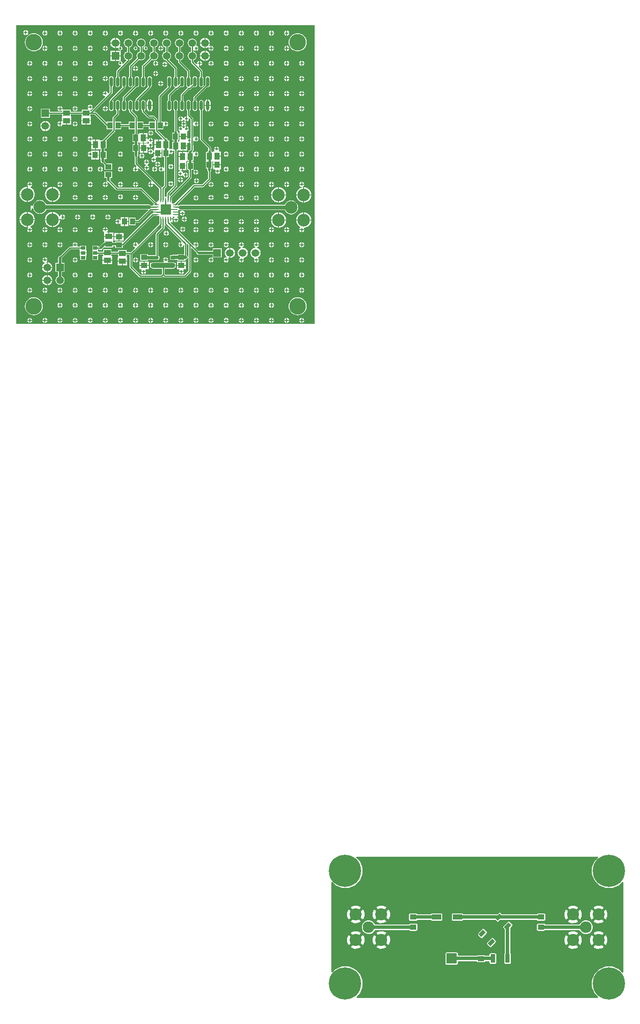
<source format=gbr>
G04 Kicad Test File*
%FSLAX46Y46*%
%MOMM*%
%ADD10C,0.350000*%
%ADD11R,2.032000X2.032000*%
%ADD12O,2.032000X2.032000*%
%ADD13C,0.600000*%
%ADD14C,6.400000*%
%ADD15C,2.400000*%
%ADD16C,2.300000*%
%ADD17R,1.250000X1.000000*%
%ADD18R,0.900000X1.700000*%
%ADD19R,1.828800X1.016000*%
%ADD20R,1.016000X1.828800*%
%ADD21C,0.714000*%
%ADD22C,0.254000*%
%ADD23C,0.300000*%
%ADD24O,0.600000X1.900000*%
%ADD25R,0.900000X0.650000*%
%ADD26R,1.400000X1.100000*%
%ADD27R,0.810000X0.250000*%
%ADD28R,0.250000X0.810000*%
%ADD29R,2.060000X2.060000*%
%ADD30R,1.100000X1.400000*%
%ADD31R,1.000000X1.300000*%
%ADD32R,1.300000X1.000000*%
%ADD33R,0.900000X0.700000*%
%ADD34C,0.720000*%
%ADD35C,0.700000*%
%ADD36C,1.000000*%
%ADD37C,0.500000*%
%ADD38C,0.150000*%
%ADD39C,1.500000*%
%ADD40R,1.500000X1.500000*%
%ADD41C,2.500000*%
%ADD42C,3.300000*%
G01*
D10*
D11*
X114920000Y-111223000D03*
D12*
X114920000Y-113763000D03*
D13*
X140000000Y-115000000D03*
X135000000Y-115000000D03*
X130000000Y-115000000D03*
X125000000Y-115000000D03*
X120000000Y-115000000D03*
X110000000Y-115000000D03*
X105000000Y-115000000D03*
X100000000Y-115000000D03*
X145000000Y-110000000D03*
X140000000Y-110000000D03*
X135000000Y-110000000D03*
X130000000Y-110000000D03*
X125000000Y-110000000D03*
X120000000Y-110000000D03*
X110000000Y-110000000D03*
X105000000Y-110000000D03*
X100000000Y-110000000D03*
X95000000Y-110000000D03*
X130000000Y-105000000D03*
X120000000Y-105000000D03*
X110000000Y-105000000D03*
X145000000Y-100000000D03*
X140000000Y-100000000D03*
X135000000Y-100000000D03*
X130000000Y-100000000D03*
X125000000Y-100000000D03*
X120000000Y-100000000D03*
X110000000Y-100000000D03*
X105000000Y-100000000D03*
X100000000Y-100000000D03*
X95000000Y-100000000D03*
X140000000Y-95000000D03*
X135000000Y-95000000D03*
X130000000Y-95000000D03*
X125000000Y-95000000D03*
X120000000Y-95000000D03*
X115000000Y-95000000D03*
X110000000Y-95000000D03*
X105000000Y-95000000D03*
X100000000Y-95000000D03*
X135240000Y-105889000D03*
X137399000Y-105889000D03*
X137399000Y-104111000D03*
X135240000Y-104111000D03*
X127620000Y-103857000D03*
X130160000Y-103857000D03*
X132700000Y-106016000D03*
X132700000Y-101952000D03*
X130160000Y-102079000D03*
X127620000Y-102079000D03*
X125080000Y-102079000D03*
X125080000Y-103857000D03*
X122540000Y-103857000D03*
X120000000Y-103857000D03*
X122540000Y-102079000D03*
X120000000Y-102079000D03*
X117460000Y-103857000D03*
X117460000Y-102079000D03*
X109840000Y-103857000D03*
X109840000Y-102079000D03*
X108316000Y-103984000D03*
X107300000Y-101825000D03*
X106284000Y-103984000D03*
X107300000Y-106016000D03*
X104760000Y-105889000D03*
X104760000Y-104111000D03*
X112634000Y-106524000D03*
X112634000Y-105000000D03*
X115428000Y-105000000D03*
X115428000Y-106524000D03*
X114031000Y-106524000D03*
X115428000Y-99412000D03*
X115428000Y-100936000D03*
X112634000Y-100936000D03*
X112634000Y-99412000D03*
X114031000Y-99412000D03*
X102220000Y-104111000D03*
X102220000Y-105889000D03*
D14*
X93810000Y-93810000D03*
X93810000Y-116190000D03*
X146190000Y-116190000D03*
X146190000Y-93810000D03*
D15*
X139050000Y-102460000D03*
X144130000Y-102460000D03*
X139050000Y-107540000D03*
X144130000Y-107540000D03*
D16*
X141590000Y-105000000D03*
D15*
X95898000Y-102446000D03*
X100978000Y-102446000D03*
X95898000Y-107526000D03*
X100978000Y-107526000D03*
D16*
X98438000Y-104986000D03*
D17*
X107300000Y-102984000D03*
X107300000Y-104984000D03*
X132700000Y-104984000D03*
X132700000Y-102984000D03*
X120762000Y-111239000D03*
X120762000Y-113239000D03*
D10*
G36*
X123556000Y-103173133D02*
X124454025Y-102275108D01*
X124992840Y-102813923D01*
X124094815Y-103711948D01*
X123556000Y-103173133D01*
X123556000Y-103173133D01*
G37*
G36*
X120323108Y-106406025D02*
X121221133Y-105508000D01*
X121759948Y-106046815D01*
X120861923Y-106944840D01*
X120323108Y-106406025D01*
X120323108Y-106406025D01*
G37*
G36*
X125352052Y-104969185D02*
X126250077Y-104071160D01*
X126788892Y-104609975D01*
X125890867Y-105508000D01*
X125352052Y-104969185D01*
X125352052Y-104969185D01*
G37*
G36*
X122119160Y-108202077D02*
X123017185Y-107304052D01*
X123556000Y-107842867D01*
X122657975Y-108740892D01*
X122119160Y-108202077D01*
X122119160Y-108202077D01*
G37*
D18*
X123122000Y-111223000D03*
X126022000Y-111223000D03*
D19*
X111960900Y-102968000D03*
D20*
X114031000Y-105038100D03*
D19*
X116101100Y-102968000D03*
D20*
X114031000Y-100897900D03*
D21*
X107300000Y-102984000D02*
X111944900Y-102984000D01*
X111944900Y-102984000D02*
X111960900Y-102968000D01*
X98438000Y-104986000D02*
X107298000Y-104986000D01*
X107298000Y-104986000D02*
X107300000Y-104984000D01*
X141590000Y-105000000D02*
X132716000Y-105000000D01*
X132716000Y-105000000D02*
X132700000Y-104984000D01*
X132700000Y-102984000D02*
X124283948Y-102984000D01*
X124283948Y-102984000D02*
X124274420Y-102993528D01*
X116101100Y-102968000D02*
X124248892Y-102968000D01*
X124248892Y-102968000D02*
X124274420Y-102993528D01*
X123122000Y-111223000D02*
X120778000Y-111223000D01*
X120778000Y-111223000D02*
X120762000Y-111239000D01*
X114920000Y-111223000D02*
X120746000Y-111223000D01*
X120746000Y-111223000D02*
X120762000Y-111239000D01*
X126022000Y-111223000D02*
X126022000Y-104838052D01*
X126022000Y-104838052D02*
X126070472Y-104789580D01*
D22*
G36*
X143201698Y-91809506D02*
X142663614Y-93105358D01*
X142662389Y-94508486D01*
X143198211Y-95805275D01*
X144189506Y-96798302D01*
X145485358Y-97336386D01*
X146888486Y-97337611D01*
X148185275Y-96801789D01*
X148901000Y-96087312D01*
X148901000Y-113913445D01*
X148190494Y-113201698D01*
X146894642Y-112663614D01*
X145491514Y-112662389D01*
X144194725Y-113198211D01*
X143201698Y-114189506D01*
X142663614Y-115485358D01*
X142662389Y-116888486D01*
X143198211Y-118185275D01*
X143870761Y-118859000D01*
X96128628Y-118859000D01*
X96798302Y-118190494D01*
X97336386Y-116894642D01*
X97337611Y-115491514D01*
X96801789Y-114194725D01*
X95810494Y-113201698D01*
X94514642Y-112663614D01*
X93111514Y-112662389D01*
X91814725Y-113198211D01*
X91155000Y-113856785D01*
X91155000Y-110207000D01*
X113570594Y-110207000D01*
X113570594Y-112239000D01*
X113593395Y-112360179D01*
X113665012Y-112471474D01*
X113774286Y-112546138D01*
X113904000Y-112572406D01*
X115936000Y-112572406D01*
X116057179Y-112549605D01*
X116168474Y-112477988D01*
X116243138Y-112368714D01*
X116269406Y-112239000D01*
X116269406Y-111907000D01*
X119856524Y-111907000D01*
X119898012Y-111971474D01*
X120007286Y-112046138D01*
X120137000Y-112072406D01*
X121387000Y-112072406D01*
X121508179Y-112049605D01*
X121619474Y-111977988D01*
X121667978Y-111907000D01*
X122338594Y-111907000D01*
X122338594Y-112073000D01*
X122361395Y-112194179D01*
X122433012Y-112305474D01*
X122542286Y-112380138D01*
X122672000Y-112406406D01*
X123572000Y-112406406D01*
X123693179Y-112383605D01*
X123804474Y-112311988D01*
X123879138Y-112202714D01*
X123905406Y-112073000D01*
X123905406Y-110373000D01*
X123882605Y-110251821D01*
X123810988Y-110140526D01*
X123701714Y-110065862D01*
X123572000Y-110039594D01*
X122672000Y-110039594D01*
X122550821Y-110062395D01*
X122439526Y-110134012D01*
X122364862Y-110243286D01*
X122338594Y-110373000D01*
X122338594Y-110539000D01*
X121646885Y-110539000D01*
X121625988Y-110506526D01*
X121516714Y-110431862D01*
X121387000Y-110405594D01*
X120137000Y-110405594D01*
X120015821Y-110428395D01*
X119904526Y-110500012D01*
X119877887Y-110539000D01*
X116269406Y-110539000D01*
X116269406Y-110207000D01*
X116246605Y-110085821D01*
X116174988Y-109974526D01*
X116065714Y-109899862D01*
X115936000Y-109873594D01*
X113904000Y-109873594D01*
X113782821Y-109896395D01*
X113671526Y-109968012D01*
X113596862Y-110077286D01*
X113570594Y-110207000D01*
X91155000Y-110207000D01*
X91155000Y-108823175D01*
X94780430Y-108823175D01*
X94903565Y-109110788D01*
X95585734Y-109370707D01*
X96315443Y-109349786D01*
X96892435Y-109110788D01*
X97015570Y-108823175D01*
X99860430Y-108823175D01*
X99983565Y-109110788D01*
X100665734Y-109370707D01*
X101395443Y-109349786D01*
X101972435Y-109110788D01*
X102095570Y-108823175D01*
X100978000Y-107705605D01*
X99860430Y-108823175D01*
X97015570Y-108823175D01*
X95898000Y-107705605D01*
X94780430Y-108823175D01*
X91155000Y-108823175D01*
X91155000Y-107213734D01*
X94053293Y-107213734D01*
X94074214Y-107943443D01*
X94313212Y-108520435D01*
X94600825Y-108643570D01*
X95718395Y-107526000D01*
X96077605Y-107526000D01*
X97195175Y-108643570D01*
X97482788Y-108520435D01*
X97742707Y-107838266D01*
X97724802Y-107213734D01*
X99133293Y-107213734D01*
X99154214Y-107943443D01*
X99393212Y-108520435D01*
X99680825Y-108643570D01*
X100798395Y-107526000D01*
X101157605Y-107526000D01*
X102275175Y-108643570D01*
X102562788Y-108520435D01*
X102685843Y-108197471D01*
X121785786Y-108197471D01*
X121810259Y-108327535D01*
X121883406Y-108437831D01*
X122422221Y-108976646D01*
X122524031Y-109046209D01*
X122653369Y-109074266D01*
X122783433Y-109049793D01*
X122893729Y-108976646D01*
X123791754Y-108078621D01*
X123861317Y-107976811D01*
X123889374Y-107847473D01*
X123864901Y-107717409D01*
X123791754Y-107607113D01*
X123252939Y-107068298D01*
X123151129Y-106998735D01*
X123021791Y-106970678D01*
X122891727Y-106995151D01*
X122781431Y-107068298D01*
X121883406Y-107966323D01*
X121813843Y-108068133D01*
X121785786Y-108197471D01*
X102685843Y-108197471D01*
X102822707Y-107838266D01*
X102801786Y-107108557D01*
X102562788Y-106531565D01*
X102275175Y-106408430D01*
X101157605Y-107526000D01*
X100798395Y-107526000D01*
X99680825Y-106408430D01*
X99393212Y-106531565D01*
X99133293Y-107213734D01*
X97724802Y-107213734D01*
X97721786Y-107108557D01*
X97482788Y-106531565D01*
X97195175Y-106408430D01*
X96077605Y-107526000D01*
X95718395Y-107526000D01*
X94600825Y-106408430D01*
X94313212Y-106531565D01*
X94053293Y-107213734D01*
X91155000Y-107213734D01*
X91155000Y-106228825D01*
X94780430Y-106228825D01*
X95898000Y-107346395D01*
X97015570Y-106228825D01*
X96892435Y-105941212D01*
X96210266Y-105681293D01*
X95480557Y-105702214D01*
X94903565Y-105941212D01*
X94780430Y-106228825D01*
X91155000Y-106228825D01*
X91155000Y-105278505D01*
X96960744Y-105278505D01*
X97185130Y-105821560D01*
X97600254Y-106237409D01*
X98142918Y-106462743D01*
X98730505Y-106463256D01*
X99273560Y-106238870D01*
X99283622Y-106228825D01*
X99860430Y-106228825D01*
X100978000Y-107346395D01*
X101922976Y-106401419D01*
X119989734Y-106401419D01*
X120014207Y-106531483D01*
X120087354Y-106641779D01*
X120626169Y-107180594D01*
X120727979Y-107250157D01*
X120857317Y-107278214D01*
X120987381Y-107253741D01*
X121097677Y-107180594D01*
X121995702Y-106282569D01*
X122065265Y-106180759D01*
X122093322Y-106051421D01*
X122068849Y-105921357D01*
X121995702Y-105811061D01*
X121456887Y-105272246D01*
X121355077Y-105202683D01*
X121225739Y-105174626D01*
X121095675Y-105199099D01*
X120985379Y-105272246D01*
X120087354Y-106170271D01*
X120017791Y-106272081D01*
X119989734Y-106401419D01*
X101922976Y-106401419D01*
X102095570Y-106228825D01*
X101972435Y-105941212D01*
X101290266Y-105681293D01*
X100560557Y-105702214D01*
X99983565Y-105941212D01*
X99860430Y-106228825D01*
X99283622Y-106228825D01*
X99689409Y-105823746D01*
X99753250Y-105670000D01*
X106406107Y-105670000D01*
X106436012Y-105716474D01*
X106545286Y-105791138D01*
X106675000Y-105817406D01*
X107925000Y-105817406D01*
X108046179Y-105794605D01*
X108157474Y-105722988D01*
X108232138Y-105613714D01*
X108258406Y-105484000D01*
X108258406Y-104964579D01*
X125018678Y-104964579D01*
X125043151Y-105094643D01*
X125116298Y-105204939D01*
X125338000Y-105426641D01*
X125338000Y-110136245D01*
X125264862Y-110243286D01*
X125238594Y-110373000D01*
X125238594Y-112073000D01*
X125261395Y-112194179D01*
X125333012Y-112305474D01*
X125442286Y-112380138D01*
X125572000Y-112406406D01*
X126472000Y-112406406D01*
X126593179Y-112383605D01*
X126704474Y-112311988D01*
X126779138Y-112202714D01*
X126805406Y-112073000D01*
X126805406Y-110373000D01*
X126782605Y-110251821D01*
X126710988Y-110140526D01*
X126706000Y-110137118D01*
X126706000Y-108837175D01*
X137932430Y-108837175D01*
X138055565Y-109124788D01*
X138737734Y-109384707D01*
X139467443Y-109363786D01*
X140044435Y-109124788D01*
X140167570Y-108837175D01*
X143012430Y-108837175D01*
X143135565Y-109124788D01*
X143817734Y-109384707D01*
X144547443Y-109363786D01*
X145124435Y-109124788D01*
X145247570Y-108837175D01*
X144130000Y-107719605D01*
X143012430Y-108837175D01*
X140167570Y-108837175D01*
X139050000Y-107719605D01*
X137932430Y-108837175D01*
X126706000Y-108837175D01*
X126706000Y-107227734D01*
X137205293Y-107227734D01*
X137226214Y-107957443D01*
X137465212Y-108534435D01*
X137752825Y-108657570D01*
X138870395Y-107540000D01*
X139229605Y-107540000D01*
X140347175Y-108657570D01*
X140634788Y-108534435D01*
X140894707Y-107852266D01*
X140876802Y-107227734D01*
X142285293Y-107227734D01*
X142306214Y-107957443D01*
X142545212Y-108534435D01*
X142832825Y-108657570D01*
X143950395Y-107540000D01*
X144309605Y-107540000D01*
X145427175Y-108657570D01*
X145714788Y-108534435D01*
X145974707Y-107852266D01*
X145953786Y-107122557D01*
X145714788Y-106545565D01*
X145427175Y-106422430D01*
X144309605Y-107540000D01*
X143950395Y-107540000D01*
X142832825Y-106422430D01*
X142545212Y-106545565D01*
X142285293Y-107227734D01*
X140876802Y-107227734D01*
X140873786Y-107122557D01*
X140634788Y-106545565D01*
X140347175Y-106422430D01*
X139229605Y-107540000D01*
X138870395Y-107540000D01*
X137752825Y-106422430D01*
X137465212Y-106545565D01*
X137205293Y-107227734D01*
X126706000Y-107227734D01*
X126706000Y-106242825D01*
X137932430Y-106242825D01*
X139050000Y-107360395D01*
X140167570Y-106242825D01*
X140044435Y-105955212D01*
X139362266Y-105695293D01*
X138632557Y-105716214D01*
X138055565Y-105955212D01*
X137932430Y-106242825D01*
X126706000Y-106242825D01*
X126706000Y-105164375D01*
X127024646Y-104845729D01*
X127094209Y-104743919D01*
X127122266Y-104614581D01*
X127097793Y-104484517D01*
X127097451Y-104484000D01*
X131741594Y-104484000D01*
X131741594Y-105484000D01*
X131764395Y-105605179D01*
X131836012Y-105716474D01*
X131945286Y-105791138D01*
X132075000Y-105817406D01*
X133325000Y-105817406D01*
X133446179Y-105794605D01*
X133557474Y-105722988D01*
X133584113Y-105684000D01*
X140274507Y-105684000D01*
X140337130Y-105835560D01*
X140752254Y-106251409D01*
X141294918Y-106476743D01*
X141882505Y-106477256D01*
X142425560Y-106252870D01*
X142435622Y-106242825D01*
X143012430Y-106242825D01*
X144130000Y-107360395D01*
X145247570Y-106242825D01*
X145124435Y-105955212D01*
X144442266Y-105695293D01*
X143712557Y-105716214D01*
X143135565Y-105955212D01*
X143012430Y-106242825D01*
X142435622Y-106242825D01*
X142841409Y-105837746D01*
X143066743Y-105295082D01*
X143067256Y-104707495D01*
X142842870Y-104164440D01*
X142436316Y-103757175D01*
X143012430Y-103757175D01*
X143135565Y-104044788D01*
X143817734Y-104304707D01*
X144547443Y-104283786D01*
X145124435Y-104044788D01*
X145247570Y-103757175D01*
X144130000Y-102639605D01*
X143012430Y-103757175D01*
X142436316Y-103757175D01*
X142427746Y-103748591D01*
X141885082Y-103523257D01*
X141297495Y-103522744D01*
X140754440Y-103747130D01*
X140338591Y-104162254D01*
X140274750Y-104316000D01*
X133605476Y-104316000D01*
X133563988Y-104251526D01*
X133454714Y-104176862D01*
X133325000Y-104150594D01*
X132075000Y-104150594D01*
X131953821Y-104173395D01*
X131842526Y-104245012D01*
X131767862Y-104354286D01*
X131741594Y-104484000D01*
X127097451Y-104484000D01*
X127024646Y-104374221D01*
X126485831Y-103835406D01*
X126384021Y-103765843D01*
X126254683Y-103737786D01*
X126124619Y-103762259D01*
X126014323Y-103835406D01*
X125116298Y-104733431D01*
X125046735Y-104835241D01*
X125018678Y-104964579D01*
X108258406Y-104964579D01*
X108258406Y-104484000D01*
X108235605Y-104362821D01*
X108163988Y-104251526D01*
X108054714Y-104176862D01*
X107925000Y-104150594D01*
X106675000Y-104150594D01*
X106553821Y-104173395D01*
X106442526Y-104245012D01*
X106403588Y-104302000D01*
X99753493Y-104302000D01*
X99690870Y-104150440D01*
X99284316Y-103743175D01*
X99860430Y-103743175D01*
X99983565Y-104030788D01*
X100665734Y-104290707D01*
X101395443Y-104269786D01*
X101972435Y-104030788D01*
X102095570Y-103743175D01*
X100978000Y-102625605D01*
X99860430Y-103743175D01*
X99284316Y-103743175D01*
X99275746Y-103734591D01*
X98733082Y-103509257D01*
X98145495Y-103508744D01*
X97602440Y-103733130D01*
X97186591Y-104148254D01*
X96961257Y-104690918D01*
X96960744Y-105278505D01*
X91155000Y-105278505D01*
X91155000Y-103743175D01*
X94780430Y-103743175D01*
X94903565Y-104030788D01*
X95585734Y-104290707D01*
X96315443Y-104269786D01*
X96892435Y-104030788D01*
X97015570Y-103743175D01*
X95898000Y-102625605D01*
X94780430Y-103743175D01*
X91155000Y-103743175D01*
X91155000Y-102133734D01*
X94053293Y-102133734D01*
X94074214Y-102863443D01*
X94313212Y-103440435D01*
X94600825Y-103563570D01*
X95718395Y-102446000D01*
X96077605Y-102446000D01*
X97195175Y-103563570D01*
X97482788Y-103440435D01*
X97742707Y-102758266D01*
X97724802Y-102133734D01*
X99133293Y-102133734D01*
X99154214Y-102863443D01*
X99393212Y-103440435D01*
X99680825Y-103563570D01*
X100798395Y-102446000D01*
X101157605Y-102446000D01*
X102275175Y-103563570D01*
X102562788Y-103440435D01*
X102822707Y-102758266D01*
X102814844Y-102484000D01*
X106341594Y-102484000D01*
X106341594Y-103484000D01*
X106364395Y-103605179D01*
X106436012Y-103716474D01*
X106545286Y-103791138D01*
X106675000Y-103817406D01*
X107925000Y-103817406D01*
X108046179Y-103794605D01*
X108157474Y-103722988D01*
X108195046Y-103668000D01*
X110781467Y-103668000D01*
X110807512Y-103708474D01*
X110916786Y-103783138D01*
X111046500Y-103809406D01*
X112875300Y-103809406D01*
X112996479Y-103786605D01*
X113107774Y-103714988D01*
X113182438Y-103605714D01*
X113208706Y-103476000D01*
X113208706Y-102460000D01*
X114853294Y-102460000D01*
X114853294Y-103476000D01*
X114876095Y-103597179D01*
X114947712Y-103708474D01*
X115056986Y-103783138D01*
X115186700Y-103809406D01*
X117015500Y-103809406D01*
X117136679Y-103786605D01*
X117247974Y-103714988D01*
X117291012Y-103652000D01*
X123563359Y-103652000D01*
X123859061Y-103947702D01*
X123960871Y-104017265D01*
X124090209Y-104045322D01*
X124220273Y-104020849D01*
X124330569Y-103947702D01*
X124610271Y-103668000D01*
X131804820Y-103668000D01*
X131836012Y-103716474D01*
X131945286Y-103791138D01*
X132075000Y-103817406D01*
X133325000Y-103817406D01*
X133446179Y-103794605D01*
X133504346Y-103757175D01*
X137932430Y-103757175D01*
X138055565Y-104044788D01*
X138737734Y-104304707D01*
X139467443Y-104283786D01*
X140044435Y-104044788D01*
X140167570Y-103757175D01*
X139050000Y-102639605D01*
X137932430Y-103757175D01*
X133504346Y-103757175D01*
X133557474Y-103722988D01*
X133632138Y-103613714D01*
X133658406Y-103484000D01*
X133658406Y-102484000D01*
X133635605Y-102362821D01*
X133563988Y-102251526D01*
X133454714Y-102176862D01*
X133325000Y-102150594D01*
X132075000Y-102150594D01*
X131953821Y-102173395D01*
X131842526Y-102245012D01*
X131804954Y-102300000D01*
X124950425Y-102300000D01*
X124798159Y-102147734D01*
X137205293Y-102147734D01*
X137226214Y-102877443D01*
X137465212Y-103454435D01*
X137752825Y-103577570D01*
X138870395Y-102460000D01*
X139229605Y-102460000D01*
X140347175Y-103577570D01*
X140634788Y-103454435D01*
X140894707Y-102772266D01*
X140876802Y-102147734D01*
X142285293Y-102147734D01*
X142306214Y-102877443D01*
X142545212Y-103454435D01*
X142832825Y-103577570D01*
X143950395Y-102460000D01*
X144309605Y-102460000D01*
X145427175Y-103577570D01*
X145714788Y-103454435D01*
X145974707Y-102772266D01*
X145953786Y-102042557D01*
X145714788Y-101465565D01*
X145427175Y-101342430D01*
X144309605Y-102460000D01*
X143950395Y-102460000D01*
X142832825Y-101342430D01*
X142545212Y-101465565D01*
X142285293Y-102147734D01*
X140876802Y-102147734D01*
X140873786Y-102042557D01*
X140634788Y-101465565D01*
X140347175Y-101342430D01*
X139229605Y-102460000D01*
X138870395Y-102460000D01*
X137752825Y-101342430D01*
X137465212Y-101465565D01*
X137205293Y-102147734D01*
X124798159Y-102147734D01*
X124689779Y-102039354D01*
X124587969Y-101969791D01*
X124458631Y-101941734D01*
X124328567Y-101966207D01*
X124218271Y-102039354D01*
X123973625Y-102284000D01*
X117290828Y-102284000D01*
X117254488Y-102227526D01*
X117145214Y-102152862D01*
X117015500Y-102126594D01*
X115186700Y-102126594D01*
X115065521Y-102149395D01*
X114954226Y-102221012D01*
X114879562Y-102330286D01*
X114853294Y-102460000D01*
X113208706Y-102460000D01*
X113185905Y-102338821D01*
X113114288Y-102227526D01*
X113005014Y-102152862D01*
X112875300Y-102126594D01*
X111046500Y-102126594D01*
X110925321Y-102149395D01*
X110814026Y-102221012D01*
X110760056Y-102300000D01*
X108195180Y-102300000D01*
X108163988Y-102251526D01*
X108054714Y-102176862D01*
X107925000Y-102150594D01*
X106675000Y-102150594D01*
X106553821Y-102173395D01*
X106442526Y-102245012D01*
X106367862Y-102354286D01*
X106341594Y-102484000D01*
X102814844Y-102484000D01*
X102801786Y-102028557D01*
X102562788Y-101451565D01*
X102275175Y-101328430D01*
X101157605Y-102446000D01*
X100798395Y-102446000D01*
X99680825Y-101328430D01*
X99393212Y-101451565D01*
X99133293Y-102133734D01*
X97724802Y-102133734D01*
X97721786Y-102028557D01*
X97482788Y-101451565D01*
X97195175Y-101328430D01*
X96077605Y-102446000D01*
X95718395Y-102446000D01*
X94600825Y-101328430D01*
X94313212Y-101451565D01*
X94053293Y-102133734D01*
X91155000Y-102133734D01*
X91155000Y-101148825D01*
X94780430Y-101148825D01*
X95898000Y-102266395D01*
X97015570Y-101148825D01*
X99860430Y-101148825D01*
X100978000Y-102266395D01*
X102081570Y-101162825D01*
X137932430Y-101162825D01*
X139050000Y-102280395D01*
X140167570Y-101162825D01*
X143012430Y-101162825D01*
X144130000Y-102280395D01*
X145247570Y-101162825D01*
X145124435Y-100875212D01*
X144442266Y-100615293D01*
X143712557Y-100636214D01*
X143135565Y-100875212D01*
X143012430Y-101162825D01*
X140167570Y-101162825D01*
X140044435Y-100875212D01*
X139362266Y-100615293D01*
X138632557Y-100636214D01*
X138055565Y-100875212D01*
X137932430Y-101162825D01*
X102081570Y-101162825D01*
X102095570Y-101148825D01*
X101972435Y-100861212D01*
X101290266Y-100601293D01*
X100560557Y-100622214D01*
X99983565Y-100861212D01*
X99860430Y-101148825D01*
X97015570Y-101148825D01*
X96892435Y-100861212D01*
X96210266Y-100601293D01*
X95480557Y-100622214D01*
X94903565Y-100861212D01*
X94780430Y-101148825D01*
X91155000Y-101148825D01*
X91155000Y-96142652D01*
X91809506Y-96798302D01*
X93105358Y-97336386D01*
X94508486Y-97337611D01*
X95805275Y-96801789D01*
X96798302Y-95810494D01*
X97336386Y-94514642D01*
X97337611Y-93111514D01*
X96801789Y-91814725D01*
X96101288Y-91113000D01*
X143899421Y-91113000D01*
X143201698Y-91809506D01*
X143201698Y-91809506D01*
G37*
X143201698Y-91809506D02*
X142663614Y-93105358D01*
X142662389Y-94508486D01*
X143198211Y-95805275D01*
X144189506Y-96798302D01*
X145485358Y-97336386D01*
X146888486Y-97337611D01*
X148185275Y-96801789D01*
X148901000Y-96087312D01*
X148901000Y-113913445D01*
X148190494Y-113201698D01*
X146894642Y-112663614D01*
X145491514Y-112662389D01*
X144194725Y-113198211D01*
X143201698Y-114189506D01*
X142663614Y-115485358D01*
X142662389Y-116888486D01*
X143198211Y-118185275D01*
X143870761Y-118859000D01*
X96128628Y-118859000D01*
X96798302Y-118190494D01*
X97336386Y-116894642D01*
X97337611Y-115491514D01*
X96801789Y-114194725D01*
X95810494Y-113201698D01*
X94514642Y-112663614D01*
X93111514Y-112662389D01*
X91814725Y-113198211D01*
X91155000Y-113856785D01*
X91155000Y-110207000D01*
X113570594Y-110207000D01*
X113570594Y-112239000D01*
X113593395Y-112360179D01*
X113665012Y-112471474D01*
X113774286Y-112546138D01*
X113904000Y-112572406D01*
X115936000Y-112572406D01*
X116057179Y-112549605D01*
X116168474Y-112477988D01*
X116243138Y-112368714D01*
X116269406Y-112239000D01*
X116269406Y-111907000D01*
X119856524Y-111907000D01*
X119898012Y-111971474D01*
X120007286Y-112046138D01*
X120137000Y-112072406D01*
X121387000Y-112072406D01*
X121508179Y-112049605D01*
X121619474Y-111977988D01*
X121667978Y-111907000D01*
X122338594Y-111907000D01*
X122338594Y-112073000D01*
X122361395Y-112194179D01*
X122433012Y-112305474D01*
X122542286Y-112380138D01*
X122672000Y-112406406D01*
X123572000Y-112406406D01*
X123693179Y-112383605D01*
X123804474Y-112311988D01*
X123879138Y-112202714D01*
X123905406Y-112073000D01*
X123905406Y-110373000D01*
X123882605Y-110251821D01*
X123810988Y-110140526D01*
X123701714Y-110065862D01*
X123572000Y-110039594D01*
X122672000Y-110039594D01*
X122550821Y-110062395D01*
X122439526Y-110134012D01*
X122364862Y-110243286D01*
X122338594Y-110373000D01*
X122338594Y-110539000D01*
X121646885Y-110539000D01*
X121625988Y-110506526D01*
X121516714Y-110431862D01*
X121387000Y-110405594D01*
X120137000Y-110405594D01*
X120015821Y-110428395D01*
X119904526Y-110500012D01*
X119877887Y-110539000D01*
X116269406Y-110539000D01*
X116269406Y-110207000D01*
X116246605Y-110085821D01*
X116174988Y-109974526D01*
X116065714Y-109899862D01*
X115936000Y-109873594D01*
X113904000Y-109873594D01*
X113782821Y-109896395D01*
X113671526Y-109968012D01*
X113596862Y-110077286D01*
X113570594Y-110207000D01*
X91155000Y-110207000D01*
X91155000Y-108823175D01*
X94780430Y-108823175D01*
X94903565Y-109110788D01*
X95585734Y-109370707D01*
X96315443Y-109349786D01*
X96892435Y-109110788D01*
X97015570Y-108823175D01*
X99860430Y-108823175D01*
X99983565Y-109110788D01*
X100665734Y-109370707D01*
X101395443Y-109349786D01*
X101972435Y-109110788D01*
X102095570Y-108823175D01*
X100978000Y-107705605D01*
X99860430Y-108823175D01*
X97015570Y-108823175D01*
X95898000Y-107705605D01*
X94780430Y-108823175D01*
X91155000Y-108823175D01*
X91155000Y-107213734D01*
X94053293Y-107213734D01*
X94074214Y-107943443D01*
X94313212Y-108520435D01*
X94600825Y-108643570D01*
X95718395Y-107526000D01*
X96077605Y-107526000D01*
X97195175Y-108643570D01*
X97482788Y-108520435D01*
X97742707Y-107838266D01*
X97724802Y-107213734D01*
X99133293Y-107213734D01*
X99154214Y-107943443D01*
X99393212Y-108520435D01*
X99680825Y-108643570D01*
X100798395Y-107526000D01*
X101157605Y-107526000D01*
X102275175Y-108643570D01*
X102562788Y-108520435D01*
X102685843Y-108197471D01*
X121785786Y-108197471D01*
X121810259Y-108327535D01*
X121883406Y-108437831D01*
X122422221Y-108976646D01*
X122524031Y-109046209D01*
X122653369Y-109074266D01*
X122783433Y-109049793D01*
X122893729Y-108976646D01*
X123791754Y-108078621D01*
X123861317Y-107976811D01*
X123889374Y-107847473D01*
X123864901Y-107717409D01*
X123791754Y-107607113D01*
X123252939Y-107068298D01*
X123151129Y-106998735D01*
X123021791Y-106970678D01*
X122891727Y-106995151D01*
X122781431Y-107068298D01*
X121883406Y-107966323D01*
X121813843Y-108068133D01*
X121785786Y-108197471D01*
X102685843Y-108197471D01*
X102822707Y-107838266D01*
X102801786Y-107108557D01*
X102562788Y-106531565D01*
X102275175Y-106408430D01*
X101157605Y-107526000D01*
X100798395Y-107526000D01*
X99680825Y-106408430D01*
X99393212Y-106531565D01*
X99133293Y-107213734D01*
X97724802Y-107213734D01*
X97721786Y-107108557D01*
X97482788Y-106531565D01*
X97195175Y-106408430D01*
X96077605Y-107526000D01*
X95718395Y-107526000D01*
X94600825Y-106408430D01*
X94313212Y-106531565D01*
X94053293Y-107213734D01*
X91155000Y-107213734D01*
X91155000Y-106228825D01*
X94780430Y-106228825D01*
X95898000Y-107346395D01*
X97015570Y-106228825D01*
X96892435Y-105941212D01*
X96210266Y-105681293D01*
X95480557Y-105702214D01*
X94903565Y-105941212D01*
X94780430Y-106228825D01*
X91155000Y-106228825D01*
X91155000Y-105278505D01*
X96960744Y-105278505D01*
X97185130Y-105821560D01*
X97600254Y-106237409D01*
X98142918Y-106462743D01*
X98730505Y-106463256D01*
X99273560Y-106238870D01*
X99283622Y-106228825D01*
X99860430Y-106228825D01*
X100978000Y-107346395D01*
X101922976Y-106401419D01*
X119989734Y-106401419D01*
X120014207Y-106531483D01*
X120087354Y-106641779D01*
X120626169Y-107180594D01*
X120727979Y-107250157D01*
X120857317Y-107278214D01*
X120987381Y-107253741D01*
X121097677Y-107180594D01*
X121995702Y-106282569D01*
X122065265Y-106180759D01*
X122093322Y-106051421D01*
X122068849Y-105921357D01*
X121995702Y-105811061D01*
X121456887Y-105272246D01*
X121355077Y-105202683D01*
X121225739Y-105174626D01*
X121095675Y-105199099D01*
X120985379Y-105272246D01*
X120087354Y-106170271D01*
X120017791Y-106272081D01*
X119989734Y-106401419D01*
X101922976Y-106401419D01*
X102095570Y-106228825D01*
X101972435Y-105941212D01*
X101290266Y-105681293D01*
X100560557Y-105702214D01*
X99983565Y-105941212D01*
X99860430Y-106228825D01*
X99283622Y-106228825D01*
X99689409Y-105823746D01*
X99753250Y-105670000D01*
X106406107Y-105670000D01*
X106436012Y-105716474D01*
X106545286Y-105791138D01*
X106675000Y-105817406D01*
X107925000Y-105817406D01*
X108046179Y-105794605D01*
X108157474Y-105722988D01*
X108232138Y-105613714D01*
X108258406Y-105484000D01*
X108258406Y-104964579D01*
X125018678Y-104964579D01*
X125043151Y-105094643D01*
X125116298Y-105204939D01*
X125338000Y-105426641D01*
X125338000Y-110136245D01*
X125264862Y-110243286D01*
X125238594Y-110373000D01*
X125238594Y-112073000D01*
X125261395Y-112194179D01*
X125333012Y-112305474D01*
X125442286Y-112380138D01*
X125572000Y-112406406D01*
X126472000Y-112406406D01*
X126593179Y-112383605D01*
X126704474Y-112311988D01*
X126779138Y-112202714D01*
X126805406Y-112073000D01*
X126805406Y-110373000D01*
X126782605Y-110251821D01*
X126710988Y-110140526D01*
X126706000Y-110137118D01*
X126706000Y-108837175D01*
X137932430Y-108837175D01*
X138055565Y-109124788D01*
X138737734Y-109384707D01*
X139467443Y-109363786D01*
X140044435Y-109124788D01*
X140167570Y-108837175D01*
X143012430Y-108837175D01*
X143135565Y-109124788D01*
X143817734Y-109384707D01*
X144547443Y-109363786D01*
X145124435Y-109124788D01*
X145247570Y-108837175D01*
X144130000Y-107719605D01*
X143012430Y-108837175D01*
X140167570Y-108837175D01*
X139050000Y-107719605D01*
X137932430Y-108837175D01*
X126706000Y-108837175D01*
X126706000Y-107227734D01*
X137205293Y-107227734D01*
X137226214Y-107957443D01*
X137465212Y-108534435D01*
X137752825Y-108657570D01*
X138870395Y-107540000D01*
X139229605Y-107540000D01*
X140347175Y-108657570D01*
X140634788Y-108534435D01*
X140894707Y-107852266D01*
X140876802Y-107227734D01*
X142285293Y-107227734D01*
X142306214Y-107957443D01*
X142545212Y-108534435D01*
X142832825Y-108657570D01*
X143950395Y-107540000D01*
X144309605Y-107540000D01*
X145427175Y-108657570D01*
X145714788Y-108534435D01*
X145974707Y-107852266D01*
X145953786Y-107122557D01*
X145714788Y-106545565D01*
X145427175Y-106422430D01*
X144309605Y-107540000D01*
X143950395Y-107540000D01*
X142832825Y-106422430D01*
X142545212Y-106545565D01*
X142285293Y-107227734D01*
X140876802Y-107227734D01*
X140873786Y-107122557D01*
X140634788Y-106545565D01*
X140347175Y-106422430D01*
X139229605Y-107540000D01*
X138870395Y-107540000D01*
X137752825Y-106422430D01*
X137465212Y-106545565D01*
X137205293Y-107227734D01*
X126706000Y-107227734D01*
X126706000Y-106242825D01*
X137932430Y-106242825D01*
X139050000Y-107360395D01*
X140167570Y-106242825D01*
X140044435Y-105955212D01*
X139362266Y-105695293D01*
X138632557Y-105716214D01*
X138055565Y-105955212D01*
X137932430Y-106242825D01*
X126706000Y-106242825D01*
X126706000Y-105164375D01*
X127024646Y-104845729D01*
X127094209Y-104743919D01*
X127122266Y-104614581D01*
X127097793Y-104484517D01*
X127097451Y-104484000D01*
X131741594Y-104484000D01*
X131741594Y-105484000D01*
X131764395Y-105605179D01*
X131836012Y-105716474D01*
X131945286Y-105791138D01*
X132075000Y-105817406D01*
X133325000Y-105817406D01*
X133446179Y-105794605D01*
X133557474Y-105722988D01*
X133584113Y-105684000D01*
X140274507Y-105684000D01*
X140337130Y-105835560D01*
X140752254Y-106251409D01*
X141294918Y-106476743D01*
X141882505Y-106477256D01*
X142425560Y-106252870D01*
X142435622Y-106242825D01*
X143012430Y-106242825D01*
X144130000Y-107360395D01*
X145247570Y-106242825D01*
X145124435Y-105955212D01*
X144442266Y-105695293D01*
X143712557Y-105716214D01*
X143135565Y-105955212D01*
X143012430Y-106242825D01*
X142435622Y-106242825D01*
X142841409Y-105837746D01*
X143066743Y-105295082D01*
X143067256Y-104707495D01*
X142842870Y-104164440D01*
X142436316Y-103757175D01*
X143012430Y-103757175D01*
X143135565Y-104044788D01*
X143817734Y-104304707D01*
X144547443Y-104283786D01*
X145124435Y-104044788D01*
X145247570Y-103757175D01*
X144130000Y-102639605D01*
X143012430Y-103757175D01*
X142436316Y-103757175D01*
X142427746Y-103748591D01*
X141885082Y-103523257D01*
X141297495Y-103522744D01*
X140754440Y-103747130D01*
X140338591Y-104162254D01*
X140274750Y-104316000D01*
X133605476Y-104316000D01*
X133563988Y-104251526D01*
X133454714Y-104176862D01*
X133325000Y-104150594D01*
X132075000Y-104150594D01*
X131953821Y-104173395D01*
X131842526Y-104245012D01*
X131767862Y-104354286D01*
X131741594Y-104484000D01*
X127097451Y-104484000D01*
X127024646Y-104374221D01*
X126485831Y-103835406D01*
X126384021Y-103765843D01*
X126254683Y-103737786D01*
X126124619Y-103762259D01*
X126014323Y-103835406D01*
X125116298Y-104733431D01*
X125046735Y-104835241D01*
X125018678Y-104964579D01*
X108258406Y-104964579D01*
X108258406Y-104484000D01*
X108235605Y-104362821D01*
X108163988Y-104251526D01*
X108054714Y-104176862D01*
X107925000Y-104150594D01*
X106675000Y-104150594D01*
X106553821Y-104173395D01*
X106442526Y-104245012D01*
X106403588Y-104302000D01*
X99753493Y-104302000D01*
X99690870Y-104150440D01*
X99284316Y-103743175D01*
X99860430Y-103743175D01*
X99983565Y-104030788D01*
X100665734Y-104290707D01*
X101395443Y-104269786D01*
X101972435Y-104030788D01*
X102095570Y-103743175D01*
X100978000Y-102625605D01*
X99860430Y-103743175D01*
X99284316Y-103743175D01*
X99275746Y-103734591D01*
X98733082Y-103509257D01*
X98145495Y-103508744D01*
X97602440Y-103733130D01*
X97186591Y-104148254D01*
X96961257Y-104690918D01*
X96960744Y-105278505D01*
X91155000Y-105278505D01*
X91155000Y-103743175D01*
X94780430Y-103743175D01*
X94903565Y-104030788D01*
X95585734Y-104290707D01*
X96315443Y-104269786D01*
X96892435Y-104030788D01*
X97015570Y-103743175D01*
X95898000Y-102625605D01*
X94780430Y-103743175D01*
X91155000Y-103743175D01*
X91155000Y-102133734D01*
X94053293Y-102133734D01*
X94074214Y-102863443D01*
X94313212Y-103440435D01*
X94600825Y-103563570D01*
X95718395Y-102446000D01*
X96077605Y-102446000D01*
X97195175Y-103563570D01*
X97482788Y-103440435D01*
X97742707Y-102758266D01*
X97724802Y-102133734D01*
X99133293Y-102133734D01*
X99154214Y-102863443D01*
X99393212Y-103440435D01*
X99680825Y-103563570D01*
X100798395Y-102446000D01*
X101157605Y-102446000D01*
X102275175Y-103563570D01*
X102562788Y-103440435D01*
X102822707Y-102758266D01*
X102814844Y-102484000D01*
X106341594Y-102484000D01*
X106341594Y-103484000D01*
X106364395Y-103605179D01*
X106436012Y-103716474D01*
X106545286Y-103791138D01*
X106675000Y-103817406D01*
X107925000Y-103817406D01*
X108046179Y-103794605D01*
X108157474Y-103722988D01*
X108195046Y-103668000D01*
X110781467Y-103668000D01*
X110807512Y-103708474D01*
X110916786Y-103783138D01*
X111046500Y-103809406D01*
X112875300Y-103809406D01*
X112996479Y-103786605D01*
X113107774Y-103714988D01*
X113182438Y-103605714D01*
X113208706Y-103476000D01*
X113208706Y-102460000D01*
X114853294Y-102460000D01*
X114853294Y-103476000D01*
X114876095Y-103597179D01*
X114947712Y-103708474D01*
X115056986Y-103783138D01*
X115186700Y-103809406D01*
X117015500Y-103809406D01*
X117136679Y-103786605D01*
X117247974Y-103714988D01*
X117291012Y-103652000D01*
X123563359Y-103652000D01*
X123859061Y-103947702D01*
X123960871Y-104017265D01*
X124090209Y-104045322D01*
X124220273Y-104020849D01*
X124330569Y-103947702D01*
X124610271Y-103668000D01*
X131804820Y-103668000D01*
X131836012Y-103716474D01*
X131945286Y-103791138D01*
X132075000Y-103817406D01*
X133325000Y-103817406D01*
X133446179Y-103794605D01*
X133504346Y-103757175D01*
X137932430Y-103757175D01*
X138055565Y-104044788D01*
X138737734Y-104304707D01*
X139467443Y-104283786D01*
X140044435Y-104044788D01*
X140167570Y-103757175D01*
X139050000Y-102639605D01*
X137932430Y-103757175D01*
X133504346Y-103757175D01*
X133557474Y-103722988D01*
X133632138Y-103613714D01*
X133658406Y-103484000D01*
X133658406Y-102484000D01*
X133635605Y-102362821D01*
X133563988Y-102251526D01*
X133454714Y-102176862D01*
X133325000Y-102150594D01*
X132075000Y-102150594D01*
X131953821Y-102173395D01*
X131842526Y-102245012D01*
X131804954Y-102300000D01*
X124950425Y-102300000D01*
X124798159Y-102147734D01*
X137205293Y-102147734D01*
X137226214Y-102877443D01*
X137465212Y-103454435D01*
X137752825Y-103577570D01*
X138870395Y-102460000D01*
X139229605Y-102460000D01*
X140347175Y-103577570D01*
X140634788Y-103454435D01*
X140894707Y-102772266D01*
X140876802Y-102147734D01*
X142285293Y-102147734D01*
X142306214Y-102877443D01*
X142545212Y-103454435D01*
X142832825Y-103577570D01*
X143950395Y-102460000D01*
X144309605Y-102460000D01*
X145427175Y-103577570D01*
X145714788Y-103454435D01*
X145974707Y-102772266D01*
X145953786Y-102042557D01*
X145714788Y-101465565D01*
X145427175Y-101342430D01*
X144309605Y-102460000D01*
X143950395Y-102460000D01*
X142832825Y-101342430D01*
X142545212Y-101465565D01*
X142285293Y-102147734D01*
X140876802Y-102147734D01*
X140873786Y-102042557D01*
X140634788Y-101465565D01*
X140347175Y-101342430D01*
X139229605Y-102460000D01*
X138870395Y-102460000D01*
X137752825Y-101342430D01*
X137465212Y-101465565D01*
X137205293Y-102147734D01*
X124798159Y-102147734D01*
X124689779Y-102039354D01*
X124587969Y-101969791D01*
X124458631Y-101941734D01*
X124328567Y-101966207D01*
X124218271Y-102039354D01*
X123973625Y-102284000D01*
X117290828Y-102284000D01*
X117254488Y-102227526D01*
X117145214Y-102152862D01*
X117015500Y-102126594D01*
X115186700Y-102126594D01*
X115065521Y-102149395D01*
X114954226Y-102221012D01*
X114879562Y-102330286D01*
X114853294Y-102460000D01*
X113208706Y-102460000D01*
X113185905Y-102338821D01*
X113114288Y-102227526D01*
X113005014Y-102152862D01*
X112875300Y-102126594D01*
X111046500Y-102126594D01*
X110925321Y-102149395D01*
X110814026Y-102221012D01*
X110760056Y-102300000D01*
X108195180Y-102300000D01*
X108163988Y-102251526D01*
X108054714Y-102176862D01*
X107925000Y-102150594D01*
X106675000Y-102150594D01*
X106553821Y-102173395D01*
X106442526Y-102245012D01*
X106367862Y-102354286D01*
X106341594Y-102484000D01*
X102814844Y-102484000D01*
X102801786Y-102028557D01*
X102562788Y-101451565D01*
X102275175Y-101328430D01*
X101157605Y-102446000D01*
X100798395Y-102446000D01*
X99680825Y-101328430D01*
X99393212Y-101451565D01*
X99133293Y-102133734D01*
X97724802Y-102133734D01*
X97721786Y-102028557D01*
X97482788Y-101451565D01*
X97195175Y-101328430D01*
X96077605Y-102446000D01*
X95718395Y-102446000D01*
X94600825Y-101328430D01*
X94313212Y-101451565D01*
X94053293Y-102133734D01*
X91155000Y-102133734D01*
X91155000Y-101148825D01*
X94780430Y-101148825D01*
X95898000Y-102266395D01*
X97015570Y-101148825D01*
X99860430Y-101148825D01*
X100978000Y-102266395D01*
X102081570Y-101162825D01*
X137932430Y-101162825D01*
X139050000Y-102280395D01*
X140167570Y-101162825D01*
X143012430Y-101162825D01*
X144130000Y-102280395D01*
X145247570Y-101162825D01*
X145124435Y-100875212D01*
X144442266Y-100615293D01*
X143712557Y-100636214D01*
X143135565Y-100875212D01*
X143012430Y-101162825D01*
X140167570Y-101162825D01*
X140044435Y-100875212D01*
X139362266Y-100615293D01*
X138632557Y-100636214D01*
X138055565Y-100875212D01*
X137932430Y-101162825D01*
X102081570Y-101162825D01*
X102095570Y-101148825D01*
X101972435Y-100861212D01*
X101290266Y-100601293D01*
X100560557Y-100622214D01*
X99983565Y-100861212D01*
X99860430Y-101148825D01*
X97015570Y-101148825D01*
X96892435Y-100861212D01*
X96210266Y-100601293D01*
X95480557Y-100622214D01*
X94903565Y-100861212D01*
X94780430Y-101148825D01*
X91155000Y-101148825D01*
X91155000Y-96142652D01*
X91809506Y-96798302D01*
X93105358Y-97336386D01*
X94508486Y-97337611D01*
X95805275Y-96801789D01*
X96798302Y-95810494D01*
X97336386Y-94514642D01*
X97337611Y-93111514D01*
X96801789Y-91814725D01*
X96101288Y-91113000D01*
X143899421Y-91113000D01*
X143201698Y-91809506D01*
D10*
X114920000Y-111223000D03*
X114920000Y-113763000D03*
D23*
X140000000Y-115000000D03*
X135000000Y-115000000D03*
X130000000Y-115000000D03*
X125000000Y-115000000D03*
X120000000Y-115000000D03*
X110000000Y-115000000D03*
X105000000Y-115000000D03*
X100000000Y-115000000D03*
X145000000Y-110000000D03*
X140000000Y-110000000D03*
X135000000Y-110000000D03*
X130000000Y-110000000D03*
X125000000Y-110000000D03*
X120000000Y-110000000D03*
X110000000Y-110000000D03*
X105000000Y-110000000D03*
X100000000Y-110000000D03*
X95000000Y-110000000D03*
X130000000Y-105000000D03*
X120000000Y-105000000D03*
X110000000Y-105000000D03*
X145000000Y-100000000D03*
X140000000Y-100000000D03*
X135000000Y-100000000D03*
X130000000Y-100000000D03*
X125000000Y-100000000D03*
X120000000Y-100000000D03*
X110000000Y-100000000D03*
X105000000Y-100000000D03*
X100000000Y-100000000D03*
X95000000Y-100000000D03*
X140000000Y-95000000D03*
X135000000Y-95000000D03*
X130000000Y-95000000D03*
X125000000Y-95000000D03*
X120000000Y-95000000D03*
X115000000Y-95000000D03*
X110000000Y-95000000D03*
X105000000Y-95000000D03*
X100000000Y-95000000D03*
X135240000Y-105889000D03*
X137399000Y-105889000D03*
X137399000Y-104111000D03*
X135240000Y-104111000D03*
X127620000Y-103857000D03*
X130160000Y-103857000D03*
X132700000Y-106016000D03*
X132700000Y-101952000D03*
X130160000Y-102079000D03*
X127620000Y-102079000D03*
X125080000Y-102079000D03*
X125080000Y-103857000D03*
X122540000Y-103857000D03*
X120000000Y-103857000D03*
X122540000Y-102079000D03*
X120000000Y-102079000D03*
X117460000Y-103857000D03*
X117460000Y-102079000D03*
X109840000Y-103857000D03*
X109840000Y-102079000D03*
X108316000Y-103984000D03*
X107300000Y-101825000D03*
X106284000Y-103984000D03*
X107300000Y-106016000D03*
X104760000Y-105889000D03*
X104760000Y-104111000D03*
X112634000Y-106524000D03*
X112634000Y-105000000D03*
X115428000Y-105000000D03*
X115428000Y-106524000D03*
X114031000Y-106524000D03*
X115428000Y-99412000D03*
X115428000Y-100936000D03*
X112634000Y-100936000D03*
X112634000Y-99412000D03*
X114031000Y-99412000D03*
X102220000Y-104111000D03*
X102220000Y-105889000D03*
D10*
X93810000Y-93810000D03*
X93810000Y-116190000D03*
X146190000Y-116190000D03*
X146190000Y-93810000D03*
X139050000Y-102460000D03*
X144130000Y-102460000D03*
X139050000Y-107540000D03*
X144130000Y-107540000D03*
X141590000Y-105000000D03*
X95898000Y-102446000D03*
X100978000Y-102446000D03*
X95898000Y-107526000D03*
X100978000Y-107526000D03*
X98438000Y-104986000D03*
G01*
G75*
G36*
X87806100Y37584000D02*
X87787700D01*
Y36547700D01*
Y14728700D01*
X28487700D01*
Y36889600D01*
X28506100Y36952000D01*
Y73975600D01*
X87806100D01*
Y37584000D01*
D02*
G37*
%LPC*%
G36*
X30475000Y72998900D02*
Y72575000D01*
X30899000D01*
X30874800Y72696600D01*
X30763400Y72863400D01*
X30596600Y72974800D01*
X30475000Y72998900D01*
D02*
G37*
G36*
X30325000D02*
X30203400Y72974800D01*
X30036600Y72863400D01*
X29925200Y72696600D01*
X29901100Y72575000D01*
X30325000D01*
Y72998900D01*
D02*
G37*
G36*
X82275000Y72899000D02*
Y72475000D01*
X82699000D01*
X82674800Y72596600D01*
X82563400Y72763400D01*
X82396700Y72874800D01*
X82275000Y72899000D01*
D02*
G37*
G36*
X82125000D02*
X82003300Y72874800D01*
X81836600Y72763400D01*
X81725200Y72596600D01*
X81701000Y72475000D01*
X82125000D01*
Y72899000D01*
D02*
G37*
G36*
X79275000D02*
Y72475000D01*
X79699000D01*
X79674800Y72596600D01*
X79563400Y72763400D01*
X79396700Y72874800D01*
X79275000Y72899000D01*
D02*
G37*
G36*
X79125000D02*
X79003300Y72874800D01*
X78836600Y72763400D01*
X78725200Y72596600D01*
X78701000Y72475000D01*
X79125000D01*
Y72899000D01*
D02*
G37*
G36*
X76275000D02*
Y72475000D01*
X76699000D01*
X76674800Y72596600D01*
X76563400Y72763400D01*
X76396700Y72874800D01*
X76275000Y72899000D01*
D02*
G37*
G36*
X76125000D02*
X76003300Y72874800D01*
X75836600Y72763400D01*
X75725200Y72596600D01*
X75701000Y72475000D01*
X76125000D01*
Y72899000D01*
D02*
G37*
G36*
X73275000D02*
Y72475000D01*
X73699000D01*
X73674800Y72596600D01*
X73563400Y72763400D01*
X73396700Y72874800D01*
X73275000Y72899000D01*
D02*
G37*
G36*
X73125000D02*
X73003300Y72874800D01*
X72836600Y72763400D01*
X72725200Y72596600D01*
X72701000Y72475000D01*
X73125000D01*
Y72899000D01*
D02*
G37*
G36*
X70275000D02*
Y72475000D01*
X70699000D01*
X70674800Y72596600D01*
X70563400Y72763400D01*
X70396700Y72874800D01*
X70275000Y72899000D01*
D02*
G37*
G36*
X70125000D02*
X70003300Y72874800D01*
X69836600Y72763400D01*
X69725300Y72596600D01*
X69701000Y72475000D01*
X70125000D01*
Y72899000D01*
D02*
G37*
G36*
X67275000D02*
Y72475000D01*
X67699000D01*
X67674800Y72596600D01*
X67563400Y72763400D01*
X67396700Y72874800D01*
X67275000Y72899000D01*
D02*
G37*
G36*
X67125000D02*
X67003300Y72874800D01*
X66836600Y72763400D01*
X66725200Y72596600D01*
X66701000Y72475000D01*
X67125000D01*
Y72899000D01*
D02*
G37*
G36*
X64275000D02*
Y72475000D01*
X64699000D01*
X64674800Y72596600D01*
X64563400Y72763400D01*
X64396700Y72874800D01*
X64275000Y72899000D01*
D02*
G37*
G36*
X64125000D02*
X64003300Y72874800D01*
X63836600Y72763400D01*
X63725200Y72596600D01*
X63701000Y72475000D01*
X64125000D01*
Y72899000D01*
D02*
G37*
G36*
X61275000D02*
Y72475000D01*
X61699000D01*
X61674800Y72596600D01*
X61563400Y72763400D01*
X61396600Y72874800D01*
X61275000Y72899000D01*
D02*
G37*
G36*
X61125000D02*
X61003300Y72874800D01*
X60836600Y72763400D01*
X60725200Y72596600D01*
X60701000Y72475000D01*
X61125000D01*
Y72899000D01*
D02*
G37*
G36*
X58275000D02*
Y72475000D01*
X58699000D01*
X58674800Y72596600D01*
X58563400Y72763400D01*
X58396600Y72874800D01*
X58275000Y72899000D01*
D02*
G37*
G36*
X58125000D02*
X58003300Y72874800D01*
X57836600Y72763400D01*
X57725200Y72596600D01*
X57701000Y72475000D01*
X58125000D01*
Y72899000D01*
D02*
G37*
G36*
X55275000D02*
Y72475000D01*
X55699000D01*
X55674800Y72596600D01*
X55563400Y72763400D01*
X55396600Y72874800D01*
X55275000Y72899000D01*
D02*
G37*
G36*
X55125000D02*
X55003300Y72874800D01*
X54836600Y72763400D01*
X54725200Y72596600D01*
X54701000Y72475000D01*
X55125000D01*
Y72899000D01*
D02*
G37*
G36*
X52275000D02*
Y72475000D01*
X52699000D01*
X52674800Y72596600D01*
X52563400Y72763400D01*
X52396600Y72874800D01*
X52275000Y72899000D01*
D02*
G37*
G36*
X52125000D02*
X52003300Y72874800D01*
X51836600Y72763400D01*
X51725200Y72596600D01*
X51701000Y72475000D01*
X52125000D01*
Y72899000D01*
D02*
G37*
G36*
X49275000D02*
Y72475000D01*
X49699000D01*
X49674800Y72596600D01*
X49563400Y72763400D01*
X49396600Y72874800D01*
X49275000Y72899000D01*
D02*
G37*
G36*
X49125000D02*
X49003300Y72874800D01*
X48836600Y72763400D01*
X48725200Y72596600D01*
X48701000Y72475000D01*
X49125000D01*
Y72899000D01*
D02*
G37*
G36*
X46275000D02*
Y72475000D01*
X46699000D01*
X46674800Y72596600D01*
X46563400Y72763400D01*
X46396600Y72874800D01*
X46275000Y72899000D01*
D02*
G37*
G36*
X46125000D02*
X46003300Y72874800D01*
X45836600Y72763400D01*
X45725300Y72596600D01*
X45701000Y72475000D01*
X46125000D01*
Y72899000D01*
D02*
G37*
G36*
X43275000D02*
Y72475000D01*
X43699000D01*
X43674800Y72596600D01*
X43563400Y72763400D01*
X43396600Y72874800D01*
X43275000Y72899000D01*
D02*
G37*
G36*
X43125000D02*
X43003300Y72874800D01*
X42836600Y72763400D01*
X42725200Y72596600D01*
X42701000Y72475000D01*
X43125000D01*
Y72899000D01*
D02*
G37*
G36*
X40275000D02*
Y72475000D01*
X40699000D01*
X40674800Y72596600D01*
X40563400Y72763400D01*
X40396600Y72874800D01*
X40275000Y72899000D01*
D02*
G37*
G36*
X40125000D02*
X40003300Y72874800D01*
X39836600Y72763400D01*
X39725200Y72596600D01*
X39701000Y72475000D01*
X40125000D01*
Y72899000D01*
D02*
G37*
G36*
X37275000D02*
Y72475000D01*
X37699000D01*
X37674800Y72596600D01*
X37563400Y72763400D01*
X37396600Y72874800D01*
X37275000Y72899000D01*
D02*
G37*
G36*
X37125000D02*
X37003300Y72874800D01*
X36836600Y72763400D01*
X36725200Y72596600D01*
X36701000Y72475000D01*
X37125000D01*
Y72899000D01*
D02*
G37*
G36*
X34275000D02*
Y72475000D01*
X34699000D01*
X34674800Y72596600D01*
X34563400Y72763400D01*
X34396600Y72874800D01*
X34275000Y72899000D01*
D02*
G37*
G36*
X34125000D02*
X34003300Y72874800D01*
X33836600Y72763400D01*
X33725200Y72596600D01*
X33701000Y72475000D01*
X34125000D01*
Y72899000D01*
D02*
G37*
G36*
X30899000Y72425000D02*
X30475000D01*
Y72001000D01*
X30596600Y72025200D01*
X30763400Y72136600D01*
X30874800Y72303400D01*
X30899000Y72425000D01*
D02*
G37*
G36*
X30325000D02*
X29901100D01*
X29925200Y72303400D01*
X30036600Y72136600D01*
X30203400Y72025200D01*
X30325000Y72001000D01*
Y72425000D01*
D02*
G37*
G36*
X82699000Y72325000D02*
X82275000D01*
Y71901000D01*
X82396700Y71925200D01*
X82563400Y72036600D01*
X82674800Y72203300D01*
X82699000Y72325000D01*
D02*
G37*
G36*
X82125000D02*
X81701000D01*
X81725200Y72203300D01*
X81836600Y72036600D01*
X82003300Y71925200D01*
X82125000Y71901000D01*
Y72325000D01*
D02*
G37*
G36*
X79699000D02*
X79275000D01*
Y71901000D01*
X79396700Y71925200D01*
X79563400Y72036600D01*
X79674800Y72203300D01*
X79699000Y72325000D01*
D02*
G37*
G36*
X79125000D02*
X78701000D01*
X78725200Y72203300D01*
X78836600Y72036600D01*
X79003300Y71925200D01*
X79125000Y71901000D01*
Y72325000D01*
D02*
G37*
G36*
X76699000D02*
X76275000D01*
Y71901000D01*
X76396700Y71925200D01*
X76563400Y72036600D01*
X76674800Y72203300D01*
X76699000Y72325000D01*
D02*
G37*
G36*
X76125000D02*
X75701000D01*
X75725200Y72203300D01*
X75836600Y72036600D01*
X76003300Y71925200D01*
X76125000Y71901000D01*
Y72325000D01*
D02*
G37*
G36*
X73699000D02*
X73275000D01*
Y71901000D01*
X73396700Y71925200D01*
X73563400Y72036600D01*
X73674800Y72203300D01*
X73699000Y72325000D01*
D02*
G37*
G36*
X73125000D02*
X72701000D01*
X72725200Y72203300D01*
X72836600Y72036600D01*
X73003300Y71925200D01*
X73125000Y71901000D01*
Y72325000D01*
D02*
G37*
G36*
X70699000D02*
X70275000D01*
Y71901000D01*
X70396700Y71925200D01*
X70563400Y72036600D01*
X70674800Y72203300D01*
X70699000Y72325000D01*
D02*
G37*
G36*
X70125000D02*
X69701000D01*
X69725300Y72203300D01*
X69836600Y72036600D01*
X70003300Y71925200D01*
X70125000Y71901000D01*
Y72325000D01*
D02*
G37*
G36*
X67699000D02*
X67275000D01*
Y71901000D01*
X67396700Y71925200D01*
X67563400Y72036600D01*
X67674800Y72203300D01*
X67699000Y72325000D01*
D02*
G37*
G36*
X67125000D02*
X66701000D01*
X66725200Y72203300D01*
X66836600Y72036600D01*
X67003300Y71925200D01*
X67125000Y71901000D01*
Y72325000D01*
D02*
G37*
G36*
X64699000D02*
X64275000D01*
Y71901000D01*
X64396700Y71925200D01*
X64563400Y72036600D01*
X64674800Y72203300D01*
X64699000Y72325000D01*
D02*
G37*
G36*
X64125000D02*
X63701000D01*
X63725200Y72203300D01*
X63836600Y72036600D01*
X64003300Y71925200D01*
X64125000Y71901000D01*
Y72325000D01*
D02*
G37*
G36*
X61699000D02*
X61275000D01*
Y71901000D01*
X61396600Y71925200D01*
X61563400Y72036600D01*
X61674800Y72203300D01*
X61699000Y72325000D01*
D02*
G37*
G36*
X61125000D02*
X60701000D01*
X60725200Y72203300D01*
X60836600Y72036600D01*
X61003300Y71925200D01*
X61125000Y71901000D01*
Y72325000D01*
D02*
G37*
G36*
X58699000D02*
X58275000D01*
Y71901000D01*
X58396600Y71925200D01*
X58563400Y72036600D01*
X58674800Y72203300D01*
X58699000Y72325000D01*
D02*
G37*
G36*
X58125000D02*
X57701000D01*
X57725200Y72203300D01*
X57836600Y72036600D01*
X58003300Y71925200D01*
X58125000Y71901000D01*
Y72325000D01*
D02*
G37*
G36*
X55699000D02*
X55275000D01*
Y71901000D01*
X55396600Y71925200D01*
X55563400Y72036600D01*
X55674800Y72203300D01*
X55699000Y72325000D01*
D02*
G37*
G36*
X55125000D02*
X54701000D01*
X54725200Y72203300D01*
X54836600Y72036600D01*
X55003300Y71925200D01*
X55125000Y71901000D01*
Y72325000D01*
D02*
G37*
G36*
X52699000D02*
X52275000D01*
Y71901000D01*
X52396600Y71925200D01*
X52563400Y72036600D01*
X52674800Y72203300D01*
X52699000Y72325000D01*
D02*
G37*
G36*
X52125000D02*
X51701000D01*
X51725200Y72203300D01*
X51836600Y72036600D01*
X52003300Y71925200D01*
X52125000Y71901000D01*
Y72325000D01*
D02*
G37*
G36*
X49699000D02*
X49275000D01*
Y71901000D01*
X49396600Y71925200D01*
X49563400Y72036600D01*
X49674800Y72203300D01*
X49699000Y72325000D01*
D02*
G37*
G36*
X49125000D02*
X48701000D01*
X48725200Y72203300D01*
X48836600Y72036600D01*
X49003300Y71925200D01*
X49125000Y71901000D01*
Y72325000D01*
D02*
G37*
G36*
X46699000D02*
X46275000D01*
Y71901000D01*
X46396600Y71925200D01*
X46563400Y72036600D01*
X46674800Y72203300D01*
X46699000Y72325000D01*
D02*
G37*
G36*
X46125000D02*
X45701000D01*
X45725300Y72203300D01*
X45836600Y72036600D01*
X46003300Y71925200D01*
X46125000Y71901000D01*
Y72325000D01*
D02*
G37*
G36*
X43699000D02*
X43275000D01*
Y71901000D01*
X43396600Y71925200D01*
X43563400Y72036600D01*
X43674800Y72203300D01*
X43699000Y72325000D01*
D02*
G37*
G36*
X43125000D02*
X42701000D01*
X42725200Y72203300D01*
X42836600Y72036600D01*
X43003300Y71925200D01*
X43125000Y71901000D01*
Y72325000D01*
D02*
G37*
G36*
X40699000D02*
X40275000D01*
Y71901000D01*
X40396600Y71925200D01*
X40563400Y72036600D01*
X40674800Y72203300D01*
X40699000Y72325000D01*
D02*
G37*
G36*
X40125000D02*
X39701000D01*
X39725200Y72203300D01*
X39836600Y72036600D01*
X40003300Y71925200D01*
X40125000Y71901000D01*
Y72325000D01*
D02*
G37*
G36*
X37699000D02*
X37275000D01*
Y71901000D01*
X37396600Y71925200D01*
X37563400Y72036600D01*
X37674800Y72203300D01*
X37699000Y72325000D01*
D02*
G37*
G36*
X37125000D02*
X36701000D01*
X36725200Y72203300D01*
X36836600Y72036600D01*
X37003300Y71925200D01*
X37125000Y71901000D01*
Y72325000D01*
D02*
G37*
G36*
X34699000D02*
X34275000D01*
Y71901000D01*
X34396600Y71925200D01*
X34563400Y72036600D01*
X34674800Y72203300D01*
X34699000Y72325000D01*
D02*
G37*
G36*
X34125000D02*
X33701000D01*
X33725200Y72203300D01*
X33836600Y72036600D01*
X34003300Y71925200D01*
X34125000Y71901000D01*
Y72325000D01*
D02*
G37*
G36*
X66055000Y71442800D02*
Y70515000D01*
X66982800D01*
X66958200Y70702100D01*
X66857000Y70946300D01*
X66696100Y71156100D01*
X66486300Y71317000D01*
X66242100Y71418200D01*
X66055000Y71442800D01*
D02*
G37*
G36*
X65905000D02*
X65717900Y71418200D01*
X65473700Y71317000D01*
X65263900Y71156100D01*
X65103000Y70946300D01*
X65001800Y70702100D01*
X64977200Y70515000D01*
X65905000D01*
Y71442800D01*
D02*
G37*
G36*
X48275000D02*
Y70515000D01*
X49202800D01*
X49178200Y70702100D01*
X49077000Y70946300D01*
X48916100Y71156100D01*
X48706300Y71317000D01*
X48462100Y71418200D01*
X48275000Y71442800D01*
D02*
G37*
G36*
X48125000D02*
X47937900Y71418200D01*
X47693700Y71317000D01*
X47483900Y71156100D01*
X47323000Y70946300D01*
X47221800Y70702100D01*
X47197200Y70515000D01*
X48125000D01*
Y71442800D01*
D02*
G37*
G36*
X82275000Y69899000D02*
Y69475000D01*
X82699000D01*
X82674800Y69596600D01*
X82563400Y69763400D01*
X82396700Y69874800D01*
X82275000Y69899000D01*
D02*
G37*
G36*
X82125000D02*
X82003300Y69874800D01*
X81836600Y69763400D01*
X81725200Y69596600D01*
X81701000Y69475000D01*
X82125000D01*
Y69899000D01*
D02*
G37*
G36*
X79275000D02*
Y69475000D01*
X79699000D01*
X79674800Y69596600D01*
X79563400Y69763400D01*
X79396700Y69874800D01*
X79275000Y69899000D01*
D02*
G37*
G36*
X79125000D02*
X79003300Y69874800D01*
X78836600Y69763400D01*
X78725200Y69596600D01*
X78701000Y69475000D01*
X79125000D01*
Y69899000D01*
D02*
G37*
G36*
X76275000D02*
Y69475000D01*
X76699000D01*
X76674800Y69596600D01*
X76563400Y69763400D01*
X76396700Y69874800D01*
X76275000Y69899000D01*
D02*
G37*
G36*
X76125000D02*
X76003300Y69874800D01*
X75836600Y69763400D01*
X75725200Y69596600D01*
X75701000Y69475000D01*
X76125000D01*
Y69899000D01*
D02*
G37*
G36*
X73275000D02*
Y69475000D01*
X73699000D01*
X73674800Y69596600D01*
X73563400Y69763400D01*
X73396700Y69874800D01*
X73275000Y69899000D01*
D02*
G37*
G36*
X73125000D02*
X73003300Y69874800D01*
X72836600Y69763400D01*
X72725200Y69596600D01*
X72701000Y69475000D01*
X73125000D01*
Y69899000D01*
D02*
G37*
G36*
X70275000D02*
Y69475000D01*
X70699000D01*
X70674800Y69596600D01*
X70563400Y69763400D01*
X70396700Y69874800D01*
X70275000Y69899000D01*
D02*
G37*
G36*
X70125000D02*
X70003300Y69874800D01*
X69836600Y69763400D01*
X69725300Y69596600D01*
X69701000Y69475000D01*
X70125000D01*
Y69899000D01*
D02*
G37*
G36*
X67275000D02*
Y69475000D01*
X67699000D01*
X67674800Y69596600D01*
X67563400Y69763400D01*
X67396700Y69874800D01*
X67275000Y69899000D01*
D02*
G37*
G36*
X66982800Y70365000D02*
X66055000D01*
Y69437200D01*
X66242100Y69461800D01*
X66486300Y69563000D01*
X66619200Y69665000D01*
X66697300Y69614600D01*
X66722800Y69584400D01*
X66701000Y69475000D01*
X67125000D01*
Y69899000D01*
X67003300Y69874800D01*
X66938700Y69831600D01*
X66850800Y69925500D01*
X66857000Y69933700D01*
X66958200Y70177900D01*
X66982800Y70365000D01*
D02*
G37*
G36*
X46275000Y69899000D02*
Y69475000D01*
X46699000D01*
X46674800Y69596600D01*
X46563400Y69763400D01*
X46396600Y69874800D01*
X46275000Y69899000D01*
D02*
G37*
G36*
X46125000D02*
X46003300Y69874800D01*
X45836600Y69763400D01*
X45725300Y69596600D01*
X45701000Y69475000D01*
X46125000D01*
Y69899000D01*
D02*
G37*
G36*
X43275000D02*
Y69475000D01*
X43699000D01*
X43674800Y69596600D01*
X43563400Y69763400D01*
X43396600Y69874800D01*
X43275000Y69899000D01*
D02*
G37*
G36*
X43125000D02*
X43003300Y69874800D01*
X42836600Y69763400D01*
X42725200Y69596600D01*
X42701000Y69475000D01*
X43125000D01*
Y69899000D01*
D02*
G37*
G36*
X40275000D02*
Y69475000D01*
X40699000D01*
X40674800Y69596600D01*
X40563400Y69763400D01*
X40396600Y69874800D01*
X40275000Y69899000D01*
D02*
G37*
G36*
X40125000D02*
X40003300Y69874800D01*
X39836600Y69763400D01*
X39725200Y69596600D01*
X39701000Y69475000D01*
X40125000D01*
Y69899000D01*
D02*
G37*
G36*
X37275000D02*
Y69475000D01*
X37699000D01*
X37674800Y69596600D01*
X37563400Y69763400D01*
X37396600Y69874800D01*
X37275000Y69899000D01*
D02*
G37*
G36*
X37125000D02*
X37003300Y69874800D01*
X36836600Y69763400D01*
X36725200Y69596600D01*
X36701000Y69475000D01*
X37125000D01*
Y69899000D01*
D02*
G37*
G36*
X34275000D02*
Y69475000D01*
X34699000D01*
X34674800Y69596600D01*
X34563400Y69763400D01*
X34396600Y69874800D01*
X34275000Y69899000D01*
D02*
G37*
G36*
X34125000D02*
X34003300Y69874800D01*
X33836600Y69763400D01*
X33725200Y69596600D01*
X33701000Y69475000D01*
X34125000D01*
Y69899000D01*
D02*
G37*
G36*
X57275000Y69898900D02*
Y69475000D01*
X57699000D01*
X57674800Y69596600D01*
X57563400Y69763400D01*
X57396600Y69874700D01*
X57275000Y69898900D01*
D02*
G37*
G36*
X57125000D02*
X57003300Y69874700D01*
X56836600Y69763400D01*
X56725200Y69596600D01*
X56701000Y69475000D01*
X57125000D01*
Y69898900D01*
D02*
G37*
G36*
X65905000Y70365000D02*
X64977200D01*
X65001800Y70177900D01*
X65103000Y69933700D01*
X65263900Y69723900D01*
X65473700Y69563000D01*
X65717900Y69461800D01*
X65905000Y69437200D01*
Y70365000D01*
D02*
G37*
G36*
X48125000D02*
X47197200D01*
X47221800Y70177900D01*
X47323000Y69933700D01*
X47483900Y69723900D01*
X47693700Y69563000D01*
X47937900Y69461800D01*
X48125000Y69437200D01*
Y70365000D01*
D02*
G37*
G36*
X52200000Y69782300D02*
X52053700Y69753200D01*
X51929600Y69670400D01*
X51846800Y69546300D01*
X51817600Y69400000D01*
X51846800Y69253700D01*
X51929600Y69129600D01*
X52053700Y69046800D01*
X52200000Y69017600D01*
X52346300Y69046800D01*
X52470400Y69129600D01*
X52553200Y69253700D01*
X52582400Y69400000D01*
X52553200Y69546300D01*
X52470400Y69670400D01*
X52346300Y69753200D01*
X52200000Y69782300D01*
D02*
G37*
G36*
X54200000Y69782300D02*
X54053700Y69753200D01*
X53929600Y69670400D01*
X53846800Y69546300D01*
X53817600Y69400000D01*
X53846800Y69253700D01*
X53929600Y69129600D01*
X54053700Y69046800D01*
X54200000Y69017600D01*
X54346300Y69046800D01*
X54470400Y69129600D01*
X54553200Y69253700D01*
X54582300Y69400000D01*
X54553200Y69546300D01*
X54470400Y69670400D01*
X54346300Y69753200D01*
X54200000Y69782300D01*
D02*
G37*
G36*
X82699000Y69325000D02*
X82275000D01*
Y68901000D01*
X82396700Y68925200D01*
X82563400Y69036600D01*
X82674800Y69203300D01*
X82699000Y69325000D01*
D02*
G37*
G36*
X82125000D02*
X81701000D01*
X81725200Y69203300D01*
X81836600Y69036600D01*
X82003300Y68925200D01*
X82125000Y68901000D01*
Y69325000D01*
D02*
G37*
G36*
X79699000D02*
X79275000D01*
Y68901000D01*
X79396700Y68925200D01*
X79563400Y69036600D01*
X79674800Y69203300D01*
X79699000Y69325000D01*
D02*
G37*
G36*
X79125000D02*
X78701000D01*
X78725200Y69203300D01*
X78836600Y69036600D01*
X79003300Y68925200D01*
X79125000Y68901000D01*
Y69325000D01*
D02*
G37*
G36*
X76699000D02*
X76275000D01*
Y68901000D01*
X76396700Y68925200D01*
X76563400Y69036600D01*
X76674800Y69203300D01*
X76699000Y69325000D01*
D02*
G37*
G36*
X76125000D02*
X75701000D01*
X75725200Y69203300D01*
X75836600Y69036600D01*
X76003300Y68925200D01*
X76125000Y68901000D01*
Y69325000D01*
D02*
G37*
G36*
X73699000D02*
X73275000D01*
Y68901000D01*
X73396700Y68925200D01*
X73563400Y69036600D01*
X73674800Y69203300D01*
X73699000Y69325000D01*
D02*
G37*
G36*
X73125000D02*
X72701000D01*
X72725200Y69203300D01*
X72836600Y69036600D01*
X73003300Y68925200D01*
X73125000Y68901000D01*
Y69325000D01*
D02*
G37*
G36*
X70699000D02*
X70275000D01*
Y68901000D01*
X70396700Y68925200D01*
X70563400Y69036600D01*
X70674800Y69203300D01*
X70699000Y69325000D01*
D02*
G37*
G36*
X70125000D02*
X69701000D01*
X69725300Y69203300D01*
X69836600Y69036600D01*
X70003300Y68925200D01*
X70125000Y68901000D01*
Y69325000D01*
D02*
G37*
G36*
X67699000D02*
X67275000D01*
Y68901000D01*
X67396700Y68925200D01*
X67563400Y69036600D01*
X67674800Y69203300D01*
X67699000Y69325000D01*
D02*
G37*
G36*
X67125000D02*
X66701000D01*
X66725200Y69203300D01*
X66836600Y69036600D01*
X67003300Y68925200D01*
X67125000Y68901000D01*
Y69325000D01*
D02*
G37*
G36*
X64699000D02*
X64275000D01*
Y68901000D01*
X64396700Y68925200D01*
X64563400Y69036600D01*
X64674800Y69203300D01*
X64699000Y69325000D01*
D02*
G37*
G36*
X63440000Y71322500D02*
X63211600Y71292500D01*
X62998700Y71204300D01*
X62815900Y71064100D01*
X62675700Y70881300D01*
X62587500Y70668400D01*
X62557400Y70440000D01*
X62587500Y70211600D01*
X62675700Y69998700D01*
X62815900Y69815900D01*
X62998700Y69675700D01*
X63183100Y69599300D01*
Y68740700D01*
X62998700Y68664300D01*
X62815900Y68524100D01*
X62675700Y68341300D01*
X62587500Y68128400D01*
X62557400Y67900000D01*
X62587500Y67671600D01*
X62675700Y67458700D01*
X62815900Y67275900D01*
X62998700Y67135700D01*
X63183100Y67059300D01*
Y66660000D01*
X63202600Y66561700D01*
X63258300Y66478300D01*
X64983100Y64753600D01*
Y63739500D01*
X64933600Y63706400D01*
X64839700Y63565800D01*
X64806700Y63400000D01*
Y62100000D01*
X64839700Y61934200D01*
X64933600Y61793600D01*
X65074200Y61699700D01*
X65240000Y61666700D01*
X65405800Y61699700D01*
X65546400Y61793600D01*
X65640300Y61934200D01*
X65673300Y62100000D01*
Y63400000D01*
X65640300Y63565800D01*
X65546400Y63706400D01*
X65496900Y63739500D01*
Y64860000D01*
X65477400Y64958300D01*
X65421700Y65041700D01*
X64700400Y65763000D01*
X64703500Y65795700D01*
X64825000Y65886000D01*
Y66325000D01*
X64386000D01*
X64295700Y66203500D01*
X64263000Y66200400D01*
X63696900Y66766400D01*
Y67059300D01*
X63881300Y67135700D01*
X64064100Y67275900D01*
X64204300Y67458700D01*
X64292500Y67671600D01*
X64322500Y67900000D01*
X64292500Y68128400D01*
X64204300Y68341300D01*
X64064100Y68524100D01*
X63881300Y68664300D01*
X63696900Y68740700D01*
Y69017100D01*
X63823900Y69055600D01*
X63836600Y69036600D01*
X64003300Y68925200D01*
X64125000Y68901000D01*
Y69400000D01*
X64200000D01*
Y69475000D01*
X64699000D01*
X64674800Y69596600D01*
X64563400Y69763400D01*
X64396700Y69874800D01*
X64286100Y69896700D01*
X64260600Y69928600D01*
X64220400Y70037600D01*
X64292500Y70211600D01*
X64322500Y70440000D01*
X64292500Y70668400D01*
X64204300Y70881300D01*
X64064100Y71064100D01*
X63881300Y71204300D01*
X63668400Y71292500D01*
X63440000Y71322500D01*
D02*
G37*
G36*
X46699000Y69325000D02*
X46275000D01*
Y68901000D01*
X46396600Y68925200D01*
X46563400Y69036600D01*
X46674800Y69203300D01*
X46699000Y69325000D01*
D02*
G37*
G36*
X46125000D02*
X45701000D01*
X45725300Y69203300D01*
X45836600Y69036600D01*
X46003300Y68925200D01*
X46125000Y68901000D01*
Y69325000D01*
D02*
G37*
G36*
X43699000D02*
X43275000D01*
Y68901000D01*
X43396600Y68925200D01*
X43563400Y69036600D01*
X43674800Y69203300D01*
X43699000Y69325000D01*
D02*
G37*
G36*
X43125000D02*
X42701000D01*
X42725200Y69203300D01*
X42836600Y69036600D01*
X43003300Y68925200D01*
X43125000Y68901000D01*
Y69325000D01*
D02*
G37*
G36*
X40699000D02*
X40275000D01*
Y68901000D01*
X40396600Y68925200D01*
X40563400Y69036600D01*
X40674800Y69203300D01*
X40699000Y69325000D01*
D02*
G37*
G36*
X40125000D02*
X39701000D01*
X39725200Y69203300D01*
X39836600Y69036600D01*
X40003300Y68925200D01*
X40125000Y68901000D01*
Y69325000D01*
D02*
G37*
G36*
X37699000D02*
X37275000D01*
Y68901000D01*
X37396600Y68925200D01*
X37563400Y69036600D01*
X37674800Y69203300D01*
X37699000Y69325000D01*
D02*
G37*
G36*
X37125000D02*
X36701000D01*
X36725200Y69203300D01*
X36836600Y69036600D01*
X37003300Y68925200D01*
X37125000Y68901000D01*
Y69325000D01*
D02*
G37*
G36*
X34699000D02*
X34275000D01*
Y68901000D01*
X34396600Y68925200D01*
X34563400Y69036600D01*
X34674800Y69203300D01*
X34699000Y69325000D01*
D02*
G37*
G36*
X34125000D02*
X33701000D01*
X33725200Y69203300D01*
X33836600Y69036600D01*
X34003300Y68925200D01*
X34125000Y68901000D01*
Y69325000D01*
D02*
G37*
G36*
X57699000Y69325000D02*
X57275000D01*
Y68901000D01*
X57396600Y68925200D01*
X57563400Y69036600D01*
X57674800Y69203300D01*
X57699000Y69325000D01*
D02*
G37*
G36*
X57125000D02*
X56701000D01*
X56725200Y69203300D01*
X56836600Y69036600D01*
X57003300Y68925200D01*
X57125000Y68901000D01*
Y69325000D01*
D02*
G37*
G36*
X84390000Y72373600D02*
X84042000Y72339300D01*
X83707500Y72237800D01*
X83399100Y72073000D01*
X83128800Y71851200D01*
X82907000Y71580900D01*
X82742200Y71272600D01*
X82640700Y70938000D01*
X82606400Y70590000D01*
X82640700Y70242000D01*
X82742200Y69907400D01*
X82907000Y69599100D01*
X83128800Y69328800D01*
X83399100Y69107000D01*
X83707500Y68942200D01*
X84042000Y68840700D01*
X84390000Y68806400D01*
X84738000Y68840700D01*
X85072500Y68942200D01*
X85380900Y69107000D01*
X85651200Y69328800D01*
X85873000Y69599100D01*
X86037800Y69907400D01*
X86139300Y70242000D01*
X86173600Y70590000D01*
X86139300Y70938000D01*
X86037800Y71272600D01*
X85873000Y71580900D01*
X85651200Y71851200D01*
X85380900Y72073000D01*
X85072500Y72237800D01*
X84738000Y72339300D01*
X84390000Y72373600D01*
D02*
G37*
G36*
X32010000D02*
X31662000Y72339300D01*
X31327400Y72237800D01*
X31019100Y72073000D01*
X30748800Y71851200D01*
X30527000Y71580900D01*
X30362200Y71272600D01*
X30260700Y70938000D01*
X30226400Y70590000D01*
X30260700Y70242000D01*
X30362200Y69907400D01*
X30527000Y69599100D01*
X30748800Y69328800D01*
X31019100Y69107000D01*
X31327400Y68942200D01*
X31662000Y68840700D01*
X32010000Y68806400D01*
X32358000Y68840700D01*
X32692600Y68942200D01*
X33000900Y69107000D01*
X33271200Y69328800D01*
X33493000Y69599100D01*
X33657800Y69907400D01*
X33759300Y70242000D01*
X33793600Y70590000D01*
X33759300Y70938000D01*
X33657800Y71272600D01*
X33493000Y71580900D01*
X33271200Y71851200D01*
X33000900Y72073000D01*
X32692600Y72237800D01*
X32358000Y72339300D01*
X32010000Y72373600D01*
D02*
G37*
G36*
X66055000Y68902800D02*
Y67975000D01*
X66982800D01*
X66958200Y68162100D01*
X66857000Y68406300D01*
X66696100Y68616100D01*
X66486300Y68777000D01*
X66242100Y68878200D01*
X66055000Y68902800D01*
D02*
G37*
G36*
X65905000D02*
X65717900Y68878200D01*
X65473700Y68777000D01*
X65263900Y68616100D01*
X65103000Y68406300D01*
X65001800Y68162100D01*
X64977200Y67975000D01*
X65905000D01*
Y68902800D01*
D02*
G37*
G36*
X49202800Y70365000D02*
X48275000D01*
Y69437200D01*
X48462100Y69461800D01*
X48706300Y69563000D01*
X48727800Y69579500D01*
X48838400Y69504300D01*
X48817600Y69400000D01*
X48846800Y69253700D01*
X48929600Y69129600D01*
X49053700Y69046800D01*
X49132900Y69031000D01*
X49120400Y68904000D01*
X49079800Y68904000D01*
X49077000Y68904000D01*
X48275000D01*
Y67975000D01*
X49204000D01*
Y68897200D01*
X49204000Y68904000D01*
X49224500Y69022500D01*
X49256200Y69028800D01*
X49346300Y69046800D01*
X49470400Y69129600D01*
X49553200Y69253700D01*
X49582400Y69400000D01*
X49553200Y69546300D01*
X49470400Y69670400D01*
X49346300Y69753200D01*
X49200000Y69782300D01*
X49106700Y69763800D01*
X49035100Y69879000D01*
X49077000Y69933700D01*
X49178200Y70177900D01*
X49202800Y70365000D01*
D02*
G37*
G36*
X48125000Y68904000D02*
X47196000D01*
Y67975000D01*
X48125000D01*
Y68904000D01*
D02*
G37*
G36*
X55820000Y71322500D02*
X55591600Y71292500D01*
X55378700Y71204300D01*
X55195900Y71064100D01*
X55055700Y70881300D01*
X54967500Y70668400D01*
X54937500Y70440000D01*
X54967500Y70211600D01*
X55055700Y69998700D01*
X55195900Y69815900D01*
X55378700Y69675700D01*
X55563100Y69599300D01*
Y68740700D01*
X55378700Y68664300D01*
X55195900Y68524100D01*
X55055700Y68341300D01*
X54967500Y68128400D01*
X54937500Y67900000D01*
X54967500Y67671600D01*
X55043900Y67487200D01*
X53558300Y66001700D01*
X53502600Y65918300D01*
X53483100Y65820000D01*
Y63739500D01*
X53433600Y63706400D01*
X53339700Y63565800D01*
X53306700Y63400000D01*
Y62100000D01*
X53339700Y61934200D01*
X53433600Y61793600D01*
X53574200Y61699700D01*
X53740000Y61666700D01*
X53905800Y61699700D01*
X54046400Y61793600D01*
X54140300Y61934200D01*
X54173300Y62100000D01*
Y63400000D01*
X54140300Y63565800D01*
X54046400Y63706400D01*
X53996900Y63739500D01*
Y65713600D01*
X55407200Y67123900D01*
X55591600Y67047500D01*
X55820000Y67017400D01*
X56048400Y67047500D01*
X56261300Y67135700D01*
X56444100Y67275900D01*
X56584300Y67458700D01*
X56672500Y67671600D01*
X56702500Y67900000D01*
X56672500Y68128400D01*
X56584300Y68341300D01*
X56444100Y68524100D01*
X56261300Y68664300D01*
X56076900Y68740700D01*
Y69599300D01*
X56261300Y69675700D01*
X56444100Y69815900D01*
X56584300Y69998700D01*
X56672500Y70211600D01*
X56702500Y70440000D01*
X56672500Y70668400D01*
X56584300Y70881300D01*
X56444100Y71064100D01*
X56261300Y71204300D01*
X56048400Y71292500D01*
X55820000Y71322500D01*
D02*
G37*
G36*
X53280000D02*
X53051600Y71292500D01*
X52838700Y71204300D01*
X52655900Y71064100D01*
X52515700Y70881300D01*
X52427500Y70668400D01*
X52397400Y70440000D01*
X52427500Y70211600D01*
X52515700Y69998700D01*
X52655900Y69815900D01*
X52838700Y69675700D01*
X53023100Y69599300D01*
Y68740700D01*
X52838700Y68664300D01*
X52655900Y68524100D01*
X52515700Y68341300D01*
X52427500Y68128400D01*
X52397400Y67900000D01*
X52427500Y67671600D01*
X52503900Y67487200D01*
X51018300Y66001700D01*
X50962600Y65918300D01*
X50943100Y65820000D01*
Y63739500D01*
X50893600Y63706400D01*
X50799700Y63565800D01*
X50766700Y63400000D01*
Y62100000D01*
X50799700Y61934200D01*
X50893600Y61793600D01*
X51034200Y61699700D01*
X51200000Y61666700D01*
X51365800Y61699700D01*
X51506400Y61793600D01*
X51600300Y61934200D01*
X51633300Y62100000D01*
Y63400000D01*
X51600300Y63565800D01*
X51506400Y63706400D01*
X51456900Y63739500D01*
Y65713600D01*
X52867200Y67123900D01*
X53051600Y67047500D01*
X53280000Y67017400D01*
X53508400Y67047500D01*
X53721300Y67135700D01*
X53904100Y67275900D01*
X54044300Y67458700D01*
X54132500Y67671600D01*
X54162600Y67900000D01*
X54132500Y68128400D01*
X54044300Y68341300D01*
X53904100Y68524100D01*
X53721300Y68664300D01*
X53536900Y68740700D01*
Y69599300D01*
X53721300Y69675700D01*
X53904100Y69815900D01*
X54044300Y69998700D01*
X54132500Y70211600D01*
X54162600Y70440000D01*
X54132500Y70668400D01*
X54044300Y70881300D01*
X53904100Y71064100D01*
X53721300Y71204300D01*
X53508400Y71292500D01*
X53280000Y71322500D01*
D02*
G37*
G36*
X66982800Y67825000D02*
X66055000D01*
Y66897200D01*
X66242100Y66921800D01*
X66486300Y67023000D01*
X66696100Y67183900D01*
X66857000Y67393700D01*
X66958200Y67637900D01*
X66982800Y67825000D01*
D02*
G37*
G36*
X65905000D02*
X64977200D01*
X65001800Y67637900D01*
X65103000Y67393700D01*
X65263900Y67183900D01*
X65473700Y67023000D01*
X65717900Y66921800D01*
X65905000Y66897200D01*
Y67825000D01*
D02*
G37*
G36*
X48125000D02*
X47196000D01*
Y66896000D01*
X48125000D01*
Y67825000D01*
D02*
G37*
G36*
X85275000Y66899000D02*
Y66475000D01*
X85699000D01*
X85674800Y66596600D01*
X85563400Y66763400D01*
X85396700Y66874800D01*
X85275000Y66899000D01*
D02*
G37*
G36*
X85125000D02*
X85003300Y66874800D01*
X84836600Y66763400D01*
X84725200Y66596600D01*
X84701000Y66475000D01*
X85125000D01*
Y66899000D01*
D02*
G37*
G36*
X82275000D02*
Y66475000D01*
X82699000D01*
X82674800Y66596600D01*
X82563400Y66763400D01*
X82396700Y66874800D01*
X82275000Y66899000D01*
D02*
G37*
G36*
X82125000D02*
X82003300Y66874800D01*
X81836600Y66763400D01*
X81725200Y66596600D01*
X81701000Y66475000D01*
X82125000D01*
Y66899000D01*
D02*
G37*
G36*
X79275000D02*
Y66475000D01*
X79699000D01*
X79674800Y66596600D01*
X79563400Y66763400D01*
X79396700Y66874800D01*
X79275000Y66899000D01*
D02*
G37*
G36*
X79125000D02*
X79003300Y66874800D01*
X78836600Y66763400D01*
X78725200Y66596600D01*
X78701000Y66475000D01*
X79125000D01*
Y66899000D01*
D02*
G37*
G36*
X76275000D02*
Y66475000D01*
X76699000D01*
X76674800Y66596600D01*
X76563400Y66763400D01*
X76396700Y66874800D01*
X76275000Y66899000D01*
D02*
G37*
G36*
X76125000D02*
X76003300Y66874800D01*
X75836600Y66763400D01*
X75725200Y66596600D01*
X75701000Y66475000D01*
X76125000D01*
Y66899000D01*
D02*
G37*
G36*
X73275000D02*
Y66475000D01*
X73699000D01*
X73674800Y66596600D01*
X73563400Y66763400D01*
X73396700Y66874800D01*
X73275000Y66899000D01*
D02*
G37*
G36*
X73125000D02*
X73003300Y66874800D01*
X72836600Y66763400D01*
X72725200Y66596600D01*
X72701000Y66475000D01*
X73125000D01*
Y66899000D01*
D02*
G37*
G36*
X70275000D02*
Y66475000D01*
X70699000D01*
X70674800Y66596600D01*
X70563400Y66763400D01*
X70396700Y66874800D01*
X70275000Y66899000D01*
D02*
G37*
G36*
X70125000D02*
X70003300Y66874800D01*
X69836600Y66763400D01*
X69725300Y66596600D01*
X69701000Y66475000D01*
X70125000D01*
Y66899000D01*
D02*
G37*
G36*
X67275000D02*
Y66475000D01*
X67699000D01*
X67674800Y66596600D01*
X67563400Y66763400D01*
X67396700Y66874800D01*
X67275000Y66899000D01*
D02*
G37*
G36*
X67125000D02*
X67003300Y66874800D01*
X66836600Y66763400D01*
X66725200Y66596600D01*
X66701000Y66475000D01*
X67125000D01*
Y66899000D01*
D02*
G37*
G36*
X46275000D02*
Y66475000D01*
X46699000D01*
X46674800Y66596600D01*
X46563400Y66763400D01*
X46396600Y66874800D01*
X46275000Y66899000D01*
D02*
G37*
G36*
X46125000D02*
X46003300Y66874800D01*
X45836600Y66763400D01*
X45725300Y66596600D01*
X45701000Y66475000D01*
X46125000D01*
Y66899000D01*
D02*
G37*
G36*
X43275000D02*
Y66475000D01*
X43699000D01*
X43674800Y66596600D01*
X43563400Y66763400D01*
X43396600Y66874800D01*
X43275000Y66899000D01*
D02*
G37*
G36*
X43125000D02*
X43003300Y66874800D01*
X42836600Y66763400D01*
X42725200Y66596600D01*
X42701000Y66475000D01*
X43125000D01*
Y66899000D01*
D02*
G37*
G36*
X40275000D02*
Y66475000D01*
X40699000D01*
X40674800Y66596600D01*
X40563400Y66763400D01*
X40396600Y66874800D01*
X40275000Y66899000D01*
D02*
G37*
G36*
X40125000D02*
X40003300Y66874800D01*
X39836600Y66763400D01*
X39725200Y66596600D01*
X39701000Y66475000D01*
X40125000D01*
Y66899000D01*
D02*
G37*
G36*
X37275000D02*
Y66475000D01*
X37699000D01*
X37674800Y66596600D01*
X37563400Y66763400D01*
X37396600Y66874800D01*
X37275000Y66899000D01*
D02*
G37*
G36*
X37125000D02*
X37003300Y66874800D01*
X36836600Y66763400D01*
X36725200Y66596600D01*
X36701000Y66475000D01*
X37125000D01*
Y66899000D01*
D02*
G37*
G36*
X34275000D02*
Y66475000D01*
X34699000D01*
X34674800Y66596600D01*
X34563400Y66763400D01*
X34396600Y66874800D01*
X34275000Y66899000D01*
D02*
G37*
G36*
X34125000D02*
X34003300Y66874800D01*
X33836600Y66763400D01*
X33725200Y66596600D01*
X33701000Y66475000D01*
X34125000D01*
Y66899000D01*
D02*
G37*
G36*
X31275000D02*
Y66475000D01*
X31698900D01*
X31674800Y66596600D01*
X31563400Y66763400D01*
X31396700Y66874800D01*
X31275000Y66899000D01*
D02*
G37*
G36*
X31125000D02*
X31003300Y66874800D01*
X30836600Y66763400D01*
X30725200Y66596600D01*
X30701000Y66475000D01*
X31125000D01*
Y66899000D01*
D02*
G37*
G36*
X64975000Y66898900D02*
Y66475000D01*
X65398900D01*
X65374800Y66596600D01*
X65263400Y66763400D01*
X65096600Y66874800D01*
X64975000Y66898900D01*
D02*
G37*
G36*
X64825000D02*
X64703300Y66874800D01*
X64536600Y66763400D01*
X64425200Y66596600D01*
X64401000Y66475000D01*
X64825000D01*
Y66898900D01*
D02*
G37*
G36*
X56275000D02*
Y66475000D01*
X56699000D01*
X56674800Y66596600D01*
X56563400Y66763400D01*
X56396600Y66874800D01*
X56275000Y66898900D01*
D02*
G37*
G36*
X56125000D02*
X56003300Y66874800D01*
X55836600Y66763400D01*
X55725200Y66596600D01*
X55701000Y66475000D01*
X56125000D01*
Y66898900D01*
D02*
G37*
G36*
X58075000Y66699000D02*
Y66275000D01*
X58499000D01*
X58474800Y66396700D01*
X58363400Y66563400D01*
X58196700Y66674800D01*
X58075000Y66699000D01*
D02*
G37*
G36*
X57925000D02*
X57803300Y66674800D01*
X57636600Y66563400D01*
X57525200Y66396700D01*
X57501000Y66275000D01*
X57925000D01*
Y66699000D01*
D02*
G37*
G36*
X50740000Y71322500D02*
X50511600Y71292500D01*
X50298700Y71204300D01*
X50115900Y71064100D01*
X49975700Y70881300D01*
X49887500Y70668400D01*
X49857400Y70440000D01*
X49887500Y70211600D01*
X49975700Y69998700D01*
X50115900Y69815900D01*
X50298700Y69675700D01*
X50483100Y69599300D01*
Y68740700D01*
X50298700Y68664300D01*
X50115900Y68524100D01*
X49975700Y68341300D01*
X49887500Y68128400D01*
X49857400Y67900000D01*
X49887500Y67671600D01*
X49975700Y67458700D01*
X50115900Y67275900D01*
X50298700Y67135700D01*
X50365200Y67108200D01*
X50395000Y66958400D01*
X49680900Y66244200D01*
X49563800Y66306800D01*
X49582400Y66400000D01*
X49553200Y66546300D01*
X49470400Y66670400D01*
X49346300Y66753200D01*
X49256200Y66771200D01*
X49224500Y66777500D01*
X49204000Y66896000D01*
X49204000Y66902300D01*
X49204000Y66988400D01*
X49204000Y67825000D01*
X48275000D01*
Y66896000D01*
X49077000D01*
X49120400Y66896000D01*
X49132900Y66769000D01*
X49098300Y66762100D01*
X49053700Y66753200D01*
X48929600Y66670400D01*
X48846800Y66546300D01*
X48817600Y66400000D01*
X48846800Y66253700D01*
X48929600Y66129600D01*
X49053700Y66046800D01*
X49200000Y66017700D01*
X49293200Y66036200D01*
X49355800Y65919200D01*
X48478300Y65041700D01*
X48422600Y64958300D01*
X48403100Y64860000D01*
Y63739500D01*
X48353600Y63706400D01*
X48259700Y63565800D01*
X48226700Y63400000D01*
Y62100000D01*
X48259700Y61934200D01*
X48353600Y61793600D01*
X48494200Y61699700D01*
X48660000Y61666700D01*
X48825800Y61699700D01*
X48966400Y61793600D01*
X49060300Y61934200D01*
X49093300Y62100000D01*
Y63400000D01*
X49060300Y63565800D01*
X48966400Y63706400D01*
X48916900Y63739500D01*
Y64753600D01*
X50921700Y66758300D01*
X50977400Y66841700D01*
X50996900Y66940000D01*
X50996900Y66940000D01*
Y67059300D01*
X51181300Y67135700D01*
X51364100Y67275900D01*
X51504300Y67458700D01*
X51592500Y67671600D01*
X51622600Y67900000D01*
X51592500Y68128400D01*
X51504300Y68341300D01*
X51364100Y68524100D01*
X51181300Y68664300D01*
X50996900Y68740700D01*
Y69599300D01*
X51181300Y69675700D01*
X51364100Y69815900D01*
X51504300Y69998700D01*
X51592500Y70211600D01*
X51622600Y70440000D01*
X51592500Y70668400D01*
X51504300Y70881300D01*
X51364100Y71064100D01*
X51181300Y71204300D01*
X50968400Y71292500D01*
X50740000Y71322500D01*
D02*
G37*
G36*
X85699000Y66325000D02*
X85275000D01*
Y65901000D01*
X85396700Y65925200D01*
X85563400Y66036600D01*
X85674800Y66203300D01*
X85699000Y66325000D01*
D02*
G37*
G36*
X85125000D02*
X84701000D01*
X84725200Y66203300D01*
X84836600Y66036600D01*
X85003300Y65925200D01*
X85125000Y65901000D01*
Y66325000D01*
D02*
G37*
G36*
X82699000D02*
X82275000D01*
Y65901000D01*
X82396700Y65925200D01*
X82563400Y66036600D01*
X82674800Y66203300D01*
X82699000Y66325000D01*
D02*
G37*
G36*
X82125000D02*
X81701000D01*
X81725200Y66203300D01*
X81836600Y66036600D01*
X82003300Y65925200D01*
X82125000Y65901000D01*
Y66325000D01*
D02*
G37*
G36*
X79699000D02*
X79275000D01*
Y65901000D01*
X79396700Y65925200D01*
X79563400Y66036600D01*
X79674800Y66203300D01*
X79699000Y66325000D01*
D02*
G37*
G36*
X79125000D02*
X78701000D01*
X78725200Y66203300D01*
X78836600Y66036600D01*
X79003300Y65925200D01*
X79125000Y65901000D01*
Y66325000D01*
D02*
G37*
G36*
X76699000D02*
X76275000D01*
Y65901000D01*
X76396700Y65925200D01*
X76563400Y66036600D01*
X76674800Y66203300D01*
X76699000Y66325000D01*
D02*
G37*
G36*
X76125000D02*
X75701000D01*
X75725200Y66203300D01*
X75836600Y66036600D01*
X76003300Y65925200D01*
X76125000Y65901000D01*
Y66325000D01*
D02*
G37*
G36*
X73699000D02*
X73275000D01*
Y65901000D01*
X73396700Y65925200D01*
X73563400Y66036600D01*
X73674800Y66203300D01*
X73699000Y66325000D01*
D02*
G37*
G36*
X73125000D02*
X72701000D01*
X72725200Y66203300D01*
X72836600Y66036600D01*
X73003300Y65925200D01*
X73125000Y65901000D01*
Y66325000D01*
D02*
G37*
G36*
X70699000D02*
X70275000D01*
Y65901000D01*
X70396700Y65925200D01*
X70563400Y66036600D01*
X70674800Y66203300D01*
X70699000Y66325000D01*
D02*
G37*
G36*
X70125000D02*
X69701000D01*
X69725300Y66203300D01*
X69836600Y66036600D01*
X70003300Y65925200D01*
X70125000Y65901000D01*
Y66325000D01*
D02*
G37*
G36*
X67699000D02*
X67275000D01*
Y65901000D01*
X67396700Y65925200D01*
X67563400Y66036600D01*
X67674800Y66203300D01*
X67699000Y66325000D01*
D02*
G37*
G36*
X67125000D02*
X66701000D01*
X66725200Y66203300D01*
X66836600Y66036600D01*
X67003300Y65925200D01*
X67125000Y65901000D01*
Y66325000D01*
D02*
G37*
G36*
X46699000D02*
X46275000D01*
Y65901000D01*
X46396600Y65925200D01*
X46563400Y66036600D01*
X46674800Y66203300D01*
X46699000Y66325000D01*
D02*
G37*
G36*
X46125000D02*
X45701000D01*
X45725300Y66203300D01*
X45836600Y66036600D01*
X46003300Y65925200D01*
X46125000Y65901000D01*
Y66325000D01*
D02*
G37*
G36*
X43699000D02*
X43275000D01*
Y65901000D01*
X43396600Y65925200D01*
X43563400Y66036600D01*
X43674800Y66203300D01*
X43699000Y66325000D01*
D02*
G37*
G36*
X43125000D02*
X42701000D01*
X42725200Y66203300D01*
X42836600Y66036600D01*
X43003300Y65925200D01*
X43125000Y65901000D01*
Y66325000D01*
D02*
G37*
G36*
X40699000D02*
X40275000D01*
Y65901000D01*
X40396600Y65925200D01*
X40563400Y66036600D01*
X40674800Y66203300D01*
X40699000Y66325000D01*
D02*
G37*
G36*
X40125000D02*
X39701000D01*
X39725200Y66203300D01*
X39836600Y66036600D01*
X40003300Y65925200D01*
X40125000Y65901000D01*
Y66325000D01*
D02*
G37*
G36*
X37699000D02*
X37275000D01*
Y65901000D01*
X37396600Y65925200D01*
X37563400Y66036600D01*
X37674800Y66203300D01*
X37699000Y66325000D01*
D02*
G37*
G36*
X37125000D02*
X36701000D01*
X36725200Y66203300D01*
X36836600Y66036600D01*
X37003300Y65925200D01*
X37125000Y65901000D01*
Y66325000D01*
D02*
G37*
G36*
X34699000D02*
X34275000D01*
Y65901000D01*
X34396600Y65925200D01*
X34563400Y66036600D01*
X34674800Y66203300D01*
X34699000Y66325000D01*
D02*
G37*
G36*
X34125000D02*
X33701000D01*
X33725200Y66203300D01*
X33836600Y66036600D01*
X34003300Y65925200D01*
X34125000Y65901000D01*
Y66325000D01*
D02*
G37*
G36*
X31698900D02*
X31275000D01*
Y65901000D01*
X31396700Y65925200D01*
X31563400Y66036600D01*
X31674800Y66203300D01*
X31698900Y66325000D01*
D02*
G37*
G36*
X31125000D02*
X30701000D01*
X30725200Y66203300D01*
X30836600Y66036600D01*
X31003300Y65925200D01*
X31125000Y65901000D01*
Y66325000D01*
D02*
G37*
G36*
X65398900Y66325000D02*
X64975000D01*
Y65901000D01*
X65096600Y65925200D01*
X65263400Y66036600D01*
X65374800Y66203300D01*
X65398900Y66325000D01*
D02*
G37*
G36*
X56699000D02*
X56275000D01*
Y65901000D01*
X56396600Y65925200D01*
X56563400Y66036600D01*
X56674800Y66203300D01*
X56699000Y66325000D01*
D02*
G37*
G36*
X56125000D02*
X55701000D01*
X55725200Y66203300D01*
X55836600Y66036600D01*
X56003300Y65925200D01*
X56125000Y65901000D01*
Y66325000D01*
D02*
G37*
G36*
X58499000Y66125000D02*
X58075000D01*
Y65701000D01*
X58196700Y65725200D01*
X58363400Y65836600D01*
X58474800Y66003300D01*
X58499000Y66125000D01*
D02*
G37*
G36*
X57925000D02*
X57501000D01*
X57525200Y66003300D01*
X57636600Y65836600D01*
X57803300Y65725200D01*
X57925000Y65701000D01*
Y66125000D01*
D02*
G37*
G36*
X52275000Y65898900D02*
Y65475000D01*
X52699000D01*
X52674800Y65596600D01*
X52563400Y65763400D01*
X52396600Y65874800D01*
X52275000Y65898900D01*
D02*
G37*
G36*
X52125000D02*
X52003300Y65874800D01*
X51836600Y65763400D01*
X51725200Y65596600D01*
X51701000Y65475000D01*
X52125000D01*
Y65898900D01*
D02*
G37*
G36*
X52699000Y65325000D02*
X52275000D01*
Y64901000D01*
X52396600Y64925200D01*
X52563400Y65036600D01*
X52674800Y65203300D01*
X52699000Y65325000D01*
D02*
G37*
G36*
X52125000D02*
X51701000D01*
X51725200Y65203300D01*
X51836600Y65036600D01*
X52003300Y64925200D01*
X52125000Y64901000D01*
Y65325000D01*
D02*
G37*
G36*
X56275000Y64898900D02*
Y64475000D01*
X56699000D01*
X56674800Y64596600D01*
X56563400Y64763400D01*
X56396600Y64874700D01*
X56275000Y64898900D01*
D02*
G37*
G36*
X56125000D02*
X56003300Y64874700D01*
X55836600Y64763400D01*
X55725200Y64596600D01*
X55701000Y64475000D01*
X56125000D01*
Y64898900D01*
D02*
G37*
G36*
X56699000Y64325000D02*
X56275000D01*
Y63901000D01*
X56396600Y63925200D01*
X56563400Y64036600D01*
X56674800Y64203300D01*
X56699000Y64325000D01*
D02*
G37*
G36*
X56125000D02*
X55701000D01*
X55725200Y64203300D01*
X55836600Y64036600D01*
X56003300Y63925200D01*
X56125000Y63901000D01*
Y64325000D01*
D02*
G37*
G36*
X85275000Y63899000D02*
Y63475000D01*
X85699000D01*
X85674800Y63596600D01*
X85563400Y63763400D01*
X85396700Y63874800D01*
X85275000Y63899000D01*
D02*
G37*
G36*
X85125000D02*
X85003300Y63874800D01*
X84836600Y63763400D01*
X84725200Y63596600D01*
X84701000Y63475000D01*
X85125000D01*
Y63899000D01*
D02*
G37*
G36*
X82275000D02*
Y63475000D01*
X82699000D01*
X82674800Y63596600D01*
X82563400Y63763400D01*
X82396700Y63874800D01*
X82275000Y63899000D01*
D02*
G37*
G36*
X82125000D02*
X82003300Y63874800D01*
X81836600Y63763400D01*
X81725200Y63596600D01*
X81701000Y63475000D01*
X82125000D01*
Y63899000D01*
D02*
G37*
G36*
X79275000D02*
Y63475000D01*
X79699000D01*
X79674800Y63596600D01*
X79563400Y63763400D01*
X79396700Y63874800D01*
X79275000Y63899000D01*
D02*
G37*
G36*
X79125000D02*
X79003300Y63874800D01*
X78836600Y63763400D01*
X78725200Y63596600D01*
X78701000Y63475000D01*
X79125000D01*
Y63899000D01*
D02*
G37*
G36*
X76275000D02*
Y63475000D01*
X76699000D01*
X76674800Y63596600D01*
X76563400Y63763400D01*
X76396700Y63874800D01*
X76275000Y63899000D01*
D02*
G37*
G36*
X76125000D02*
X76003300Y63874800D01*
X75836600Y63763400D01*
X75725200Y63596600D01*
X75701000Y63475000D01*
X76125000D01*
Y63899000D01*
D02*
G37*
G36*
X73275000D02*
Y63475000D01*
X73699000D01*
X73674800Y63596600D01*
X73563400Y63763400D01*
X73396700Y63874800D01*
X73275000Y63899000D01*
D02*
G37*
G36*
X73125000D02*
X73003300Y63874800D01*
X72836600Y63763400D01*
X72725200Y63596600D01*
X72701000Y63475000D01*
X73125000D01*
Y63899000D01*
D02*
G37*
G36*
X70275000D02*
Y63475000D01*
X70699000D01*
X70674800Y63596600D01*
X70563400Y63763400D01*
X70396700Y63874800D01*
X70275000Y63899000D01*
D02*
G37*
G36*
X70125000D02*
X70003300Y63874800D01*
X69836600Y63763400D01*
X69725300Y63596600D01*
X69701000Y63475000D01*
X70125000D01*
Y63899000D01*
D02*
G37*
G36*
X46275000D02*
Y63475000D01*
X46699000D01*
X46674800Y63596600D01*
X46563400Y63763400D01*
X46396600Y63874800D01*
X46275000Y63899000D01*
D02*
G37*
G36*
X46125000D02*
X46003300Y63874800D01*
X45836600Y63763400D01*
X45725300Y63596600D01*
X45701000Y63475000D01*
X46125000D01*
Y63899000D01*
D02*
G37*
G36*
X43275000D02*
Y63475000D01*
X43699000D01*
X43674800Y63596600D01*
X43563400Y63763400D01*
X43396600Y63874800D01*
X43275000Y63899000D01*
D02*
G37*
G36*
X43125000D02*
X43003300Y63874800D01*
X42836600Y63763400D01*
X42725200Y63596600D01*
X42701000Y63475000D01*
X43125000D01*
Y63899000D01*
D02*
G37*
G36*
X40275000D02*
Y63475000D01*
X40699000D01*
X40674800Y63596600D01*
X40563400Y63763400D01*
X40396600Y63874800D01*
X40275000Y63899000D01*
D02*
G37*
G36*
X40125000D02*
X40003300Y63874800D01*
X39836600Y63763400D01*
X39725200Y63596600D01*
X39701000Y63475000D01*
X40125000D01*
Y63899000D01*
D02*
G37*
G36*
X37275000D02*
Y63475000D01*
X37699000D01*
X37674800Y63596600D01*
X37563400Y63763400D01*
X37396600Y63874800D01*
X37275000Y63899000D01*
D02*
G37*
G36*
X37125000D02*
X37003300Y63874800D01*
X36836600Y63763400D01*
X36725200Y63596600D01*
X36701000Y63475000D01*
X37125000D01*
Y63899000D01*
D02*
G37*
G36*
X34275000D02*
Y63475000D01*
X34699000D01*
X34674800Y63596600D01*
X34563400Y63763400D01*
X34396600Y63874800D01*
X34275000Y63899000D01*
D02*
G37*
G36*
X34125000D02*
X34003300Y63874800D01*
X33836600Y63763400D01*
X33725200Y63596600D01*
X33701000Y63475000D01*
X34125000D01*
Y63899000D01*
D02*
G37*
G36*
X31275000D02*
Y63475000D01*
X31698900D01*
X31674800Y63596600D01*
X31563400Y63763400D01*
X31396700Y63874800D01*
X31275000Y63899000D01*
D02*
G37*
G36*
X31125000D02*
X31003300Y63874800D01*
X30836600Y63763400D01*
X30725200Y63596600D01*
X30701000Y63475000D01*
X31125000D01*
Y63899000D01*
D02*
G37*
G36*
X85699000Y63325000D02*
X85275000D01*
Y62901100D01*
X85396700Y62925200D01*
X85563400Y63036600D01*
X85674800Y63203400D01*
X85699000Y63325000D01*
D02*
G37*
G36*
X85125000D02*
X84701000D01*
X84725200Y63203400D01*
X84836600Y63036600D01*
X85003300Y62925200D01*
X85125000Y62901100D01*
Y63325000D01*
D02*
G37*
G36*
X82699000D02*
X82275000D01*
Y62901100D01*
X82396700Y62925200D01*
X82563400Y63036600D01*
X82674800Y63203400D01*
X82699000Y63325000D01*
D02*
G37*
G36*
X82125000D02*
X81701000D01*
X81725200Y63203400D01*
X81836600Y63036600D01*
X82003300Y62925200D01*
X82125000Y62901100D01*
Y63325000D01*
D02*
G37*
G36*
X79699000D02*
X79275000D01*
Y62901100D01*
X79396700Y62925200D01*
X79563400Y63036600D01*
X79674800Y63203400D01*
X79699000Y63325000D01*
D02*
G37*
G36*
X79125000D02*
X78701000D01*
X78725200Y63203400D01*
X78836600Y63036600D01*
X79003300Y62925200D01*
X79125000Y62901100D01*
Y63325000D01*
D02*
G37*
G36*
X76699000D02*
X76275000D01*
Y62901100D01*
X76396700Y62925200D01*
X76563400Y63036600D01*
X76674800Y63203400D01*
X76699000Y63325000D01*
D02*
G37*
G36*
X76125000D02*
X75701000D01*
X75725200Y63203400D01*
X75836600Y63036600D01*
X76003300Y62925200D01*
X76125000Y62901100D01*
Y63325000D01*
D02*
G37*
G36*
X73699000D02*
X73275000D01*
Y62901100D01*
X73396700Y62925200D01*
X73563400Y63036600D01*
X73674800Y63203400D01*
X73699000Y63325000D01*
D02*
G37*
G36*
X73125000D02*
X72701000D01*
X72725200Y63203400D01*
X72836600Y63036600D01*
X73003300Y62925200D01*
X73125000Y62901100D01*
Y63325000D01*
D02*
G37*
G36*
X70699000D02*
X70275000D01*
Y62901100D01*
X70396700Y62925200D01*
X70563400Y63036600D01*
X70674800Y63203400D01*
X70699000Y63325000D01*
D02*
G37*
G36*
X70125000D02*
X69701000D01*
X69725300Y63203400D01*
X69836600Y63036600D01*
X70003300Y62925200D01*
X70125000Y62901100D01*
Y63325000D01*
D02*
G37*
G36*
X46699000D02*
X46275000D01*
Y62901100D01*
X46396600Y62925200D01*
X46563400Y63036600D01*
X46674800Y63203400D01*
X46699000Y63325000D01*
D02*
G37*
G36*
X46125000D02*
X45701000D01*
X45725300Y63203400D01*
X45836600Y63036600D01*
X46003300Y62925200D01*
X46125000Y62901100D01*
Y63325000D01*
D02*
G37*
G36*
X43699000D02*
X43275000D01*
Y62901100D01*
X43396600Y62925200D01*
X43563400Y63036600D01*
X43674800Y63203400D01*
X43699000Y63325000D01*
D02*
G37*
G36*
X43125000D02*
X42701000D01*
X42725200Y63203400D01*
X42836600Y63036600D01*
X43003300Y62925200D01*
X43125000Y62901100D01*
Y63325000D01*
D02*
G37*
G36*
X40699000D02*
X40275000D01*
Y62901100D01*
X40396600Y62925200D01*
X40563400Y63036600D01*
X40674800Y63203400D01*
X40699000Y63325000D01*
D02*
G37*
G36*
X40125000D02*
X39701000D01*
X39725200Y63203400D01*
X39836600Y63036600D01*
X40003300Y62925200D01*
X40125000Y62901100D01*
Y63325000D01*
D02*
G37*
G36*
X37699000D02*
X37275000D01*
Y62901100D01*
X37396600Y62925200D01*
X37563400Y63036600D01*
X37674800Y63203400D01*
X37699000Y63325000D01*
D02*
G37*
G36*
X37125000D02*
X36701000D01*
X36725200Y63203400D01*
X36836600Y63036600D01*
X37003300Y62925200D01*
X37125000Y62901100D01*
Y63325000D01*
D02*
G37*
G36*
X34699000D02*
X34275000D01*
Y62901100D01*
X34396600Y62925200D01*
X34563400Y63036600D01*
X34674800Y63203400D01*
X34699000Y63325000D01*
D02*
G37*
G36*
X34125000D02*
X33701000D01*
X33725200Y63203400D01*
X33836600Y63036600D01*
X34003300Y62925200D01*
X34125000Y62901100D01*
Y63325000D01*
D02*
G37*
G36*
X31698900D02*
X31275000D01*
Y62901100D01*
X31396700Y62925200D01*
X31563400Y63036600D01*
X31674800Y63203400D01*
X31698900Y63325000D01*
D02*
G37*
G36*
X31125000D02*
X30701000D01*
X30725200Y63203400D01*
X30836600Y63036600D01*
X31003300Y62925200D01*
X31125000Y62901100D01*
Y63325000D01*
D02*
G37*
G36*
X57275000Y62898900D02*
Y62475000D01*
X57699000D01*
X57674800Y62596600D01*
X57563400Y62763400D01*
X57396600Y62874800D01*
X57275000Y62898900D01*
D02*
G37*
G36*
X57125000D02*
X57003300Y62874800D01*
X56836600Y62763400D01*
X56725200Y62596600D01*
X56701000Y62475000D01*
X57125000D01*
Y62898900D01*
D02*
G37*
G36*
X57699000Y62325000D02*
X57275000D01*
Y61901000D01*
X57396600Y61925200D01*
X57563400Y62036600D01*
X57674800Y62203400D01*
X57699000Y62325000D01*
D02*
G37*
G36*
X57125000D02*
X56701000D01*
X56725200Y62203400D01*
X56836600Y62036600D01*
X57003300Y61925200D01*
X57125000Y61901000D01*
Y62325000D01*
D02*
G37*
G36*
X66510000Y63833300D02*
X66344200Y63800300D01*
X66203600Y63706400D01*
X66109700Y63565800D01*
X66076700Y63400000D01*
Y62140000D01*
X63788300Y59851700D01*
X63732600Y59768300D01*
X63713100Y59670000D01*
Y59039500D01*
X63663600Y59006400D01*
X63569700Y58865800D01*
X63536700Y58700000D01*
Y57400000D01*
X63569700Y57234200D01*
X63663600Y57093600D01*
X63804200Y56999700D01*
X63970000Y56966700D01*
X64135800Y56999700D01*
X64276400Y57093600D01*
X64370300Y57234200D01*
X64403300Y57400000D01*
Y58700000D01*
X64370300Y58865800D01*
X64276400Y59006400D01*
X64226900Y59039500D01*
Y59563600D01*
X66359900Y61696500D01*
X66510000Y61666700D01*
X66675800Y61699700D01*
X66816400Y61793600D01*
X66910300Y61934200D01*
X66943300Y62100000D01*
Y63400000D01*
X66910300Y63565800D01*
X66816400Y63706400D01*
X66675800Y63800300D01*
X66510000Y63833300D01*
D02*
G37*
G36*
X60900000Y71322500D02*
X60671600Y71292500D01*
X60458700Y71204300D01*
X60275900Y71064100D01*
X60135700Y70881300D01*
X60047500Y70668400D01*
X60017400Y70440000D01*
X60047500Y70211600D01*
X60135700Y69998700D01*
X60275900Y69815900D01*
X60458700Y69675700D01*
X60643100Y69599300D01*
Y68740700D01*
X60458700Y68664300D01*
X60275900Y68524100D01*
X60135700Y68341300D01*
X60047500Y68128400D01*
X60017400Y67900000D01*
X60047500Y67671600D01*
X60135700Y67458700D01*
X60275900Y67275900D01*
X60458700Y67135700D01*
X60643100Y67059300D01*
Y66700000D01*
X60662600Y66601700D01*
X60718300Y66518300D01*
X62443100Y64793600D01*
Y63739500D01*
X62393600Y63706400D01*
X62299700Y63565800D01*
X62266700Y63400000D01*
Y62100000D01*
X62299700Y61934200D01*
X62393600Y61793600D01*
X62495500Y61725500D01*
X62512700Y61674300D01*
X62517600Y61608900D01*
X62511300Y61574700D01*
X61248300Y60311700D01*
X61192600Y60228300D01*
X61173100Y60130000D01*
Y59039500D01*
X61123600Y59006400D01*
X61029700Y58865800D01*
X60996700Y58700000D01*
Y57400000D01*
X61029700Y57234200D01*
X61123600Y57093600D01*
X61264200Y56999700D01*
X61430000Y56966700D01*
X61595800Y56999700D01*
X61736400Y57093600D01*
X61830300Y57234200D01*
X61863300Y57400000D01*
Y58700000D01*
X61830300Y58865800D01*
X61736400Y59006400D01*
X61686900Y59039500D01*
Y60023600D01*
X62825400Y61162100D01*
X62982100D01*
X63080400Y61181600D01*
X63163800Y61237300D01*
X63697400Y61771000D01*
X63804200Y61699700D01*
X63970000Y61666700D01*
X64135800Y61699700D01*
X64276400Y61793600D01*
X64370300Y61934200D01*
X64403300Y62100000D01*
Y63400000D01*
X64370300Y63565800D01*
X64276400Y63706400D01*
X64135800Y63800300D01*
X63970000Y63833300D01*
X63804200Y63800300D01*
X63663600Y63706400D01*
X63569700Y63565800D01*
X63536700Y63400000D01*
Y62337000D01*
X63253700Y62053900D01*
X63164200Y62088200D01*
X63133300Y62113200D01*
Y63400000D01*
X63100300Y63565800D01*
X63006400Y63706400D01*
X62956900Y63739500D01*
Y64900000D01*
X62937400Y64998300D01*
X62881700Y65081700D01*
X61156900Y66806400D01*
Y67059300D01*
X61341300Y67135700D01*
X61524100Y67275900D01*
X61664300Y67458700D01*
X61752500Y67671600D01*
X61782600Y67900000D01*
X61752500Y68128400D01*
X61664300Y68341300D01*
X61524100Y68524100D01*
X61341300Y68664300D01*
X61156900Y68740700D01*
Y69599300D01*
X61341300Y69675700D01*
X61524100Y69815900D01*
X61664300Y69998700D01*
X61752500Y70211600D01*
X61782600Y70440000D01*
X61752500Y70668400D01*
X61664300Y70881300D01*
X61524100Y71064100D01*
X61341300Y71204300D01*
X61128400Y71292500D01*
X60900000Y71322500D01*
D02*
G37*
G36*
X58360000D02*
X58131600Y71292500D01*
X57918700Y71204300D01*
X57735900Y71064100D01*
X57595700Y70881300D01*
X57507500Y70668400D01*
X57477500Y70440000D01*
X57507500Y70211600D01*
X57595700Y69998700D01*
X57735900Y69815900D01*
X57918700Y69675700D01*
X58103100Y69599300D01*
Y68740700D01*
X57918700Y68664300D01*
X57735900Y68524100D01*
X57595700Y68341300D01*
X57507500Y68128400D01*
X57477500Y67900000D01*
X57507500Y67671600D01*
X57595700Y67458700D01*
X57735900Y67275900D01*
X57918700Y67135700D01*
X58131600Y67047500D01*
X58197800Y67038800D01*
X59903100Y65333600D01*
Y63739500D01*
X59853600Y63706400D01*
X59759700Y63565800D01*
X59726700Y63400000D01*
Y62100000D01*
X59759700Y61934200D01*
X59853600Y61793600D01*
X59975500Y61712100D01*
X59988500Y61688600D01*
X59998900Y61641100D01*
X60004700Y61568100D01*
X58708300Y60271700D01*
X58652600Y60188300D01*
X58633100Y60090000D01*
Y59039500D01*
X58583600Y59006400D01*
X58489700Y58865800D01*
X58456700Y58700000D01*
Y57400000D01*
X58489700Y57234200D01*
X58583600Y57093600D01*
X58724200Y56999700D01*
X58890000Y56966700D01*
X59055800Y56999700D01*
X59196400Y57093600D01*
X59290300Y57234200D01*
X59323300Y57400000D01*
Y58700000D01*
X59290300Y58865800D01*
X59196400Y59006400D01*
X59146900Y59039500D01*
Y59983600D01*
X60325400Y61162100D01*
X60442100D01*
X60540400Y61181600D01*
X60623800Y61237300D01*
X61157400Y61771000D01*
X61264200Y61699700D01*
X61430000Y61666700D01*
X61595800Y61699700D01*
X61736400Y61793600D01*
X61830300Y61934200D01*
X61863300Y62100000D01*
Y63400000D01*
X61830300Y63565800D01*
X61736400Y63706400D01*
X61595800Y63800300D01*
X61430000Y63833300D01*
X61264200Y63800300D01*
X61123600Y63706400D01*
X61029700Y63565800D01*
X60996700Y63400000D01*
Y62337000D01*
X60713600Y62053900D01*
X60624200Y62088200D01*
X60593300Y62113200D01*
Y63400000D01*
X60560300Y63565800D01*
X60466400Y63706400D01*
X60416900Y63739500D01*
Y65440000D01*
X60397400Y65538300D01*
X60341700Y65621700D01*
X58884300Y67079000D01*
X58892600Y67205800D01*
X58984100Y67275900D01*
X59124300Y67458700D01*
X59212500Y67671600D01*
X59242500Y67900000D01*
X59212500Y68128400D01*
X59124300Y68341300D01*
X58984100Y68524100D01*
X58801300Y68664300D01*
X58616900Y68740700D01*
Y69599300D01*
X58801300Y69675700D01*
X58984100Y69815900D01*
X59124300Y69998700D01*
X59212500Y70211600D01*
X59242500Y70440000D01*
X59212500Y70668400D01*
X59124300Y70881300D01*
X58984100Y71064100D01*
X58801300Y71204300D01*
X58588400Y71292500D01*
X58360000Y71322500D01*
D02*
G37*
G36*
X52470000Y63833300D02*
X52304200Y63800300D01*
X52163600Y63706400D01*
X52069700Y63565800D01*
X52036700Y63400000D01*
Y62100000D01*
X49748300Y59811700D01*
X49692600Y59728300D01*
X49673100Y59630000D01*
Y59039500D01*
X49623600Y59006400D01*
X49529700Y58865800D01*
X49496700Y58700000D01*
Y57400000D01*
X49529700Y57234200D01*
X49623600Y57093600D01*
X49764200Y56999700D01*
X49930000Y56966700D01*
X50095800Y56999700D01*
X50236400Y57093600D01*
X50330300Y57234200D01*
X50363300Y57400000D01*
Y58700000D01*
X50330300Y58865800D01*
X50236400Y59006400D01*
X50186900Y59039500D01*
Y59523600D01*
X52353300Y61689900D01*
X52470000Y61666700D01*
X52635800Y61699700D01*
X52776400Y61793600D01*
X52870300Y61934200D01*
X52903300Y62100000D01*
Y63400000D01*
X52870300Y63565800D01*
X52776400Y63706400D01*
X52635800Y63800300D01*
X52470000Y63833300D01*
D02*
G37*
G36*
X85275000Y60899000D02*
Y60475000D01*
X85699000D01*
X85674800Y60596600D01*
X85563400Y60763400D01*
X85396700Y60874800D01*
X85275000Y60899000D01*
D02*
G37*
G36*
X85125000D02*
X85003300Y60874800D01*
X84836600Y60763400D01*
X84725200Y60596600D01*
X84701000Y60475000D01*
X85125000D01*
Y60899000D01*
D02*
G37*
G36*
X82275000D02*
Y60475000D01*
X82699000D01*
X82674800Y60596600D01*
X82563400Y60763400D01*
X82396700Y60874800D01*
X82275000Y60899000D01*
D02*
G37*
G36*
X82125000D02*
X82003300Y60874800D01*
X81836600Y60763400D01*
X81725200Y60596600D01*
X81701000Y60475000D01*
X82125000D01*
Y60899000D01*
D02*
G37*
G36*
X79275000D02*
Y60475000D01*
X79699000D01*
X79674800Y60596600D01*
X79563400Y60763400D01*
X79396700Y60874800D01*
X79275000Y60899000D01*
D02*
G37*
G36*
X79125000D02*
X79003300Y60874800D01*
X78836600Y60763400D01*
X78725200Y60596600D01*
X78701000Y60475000D01*
X79125000D01*
Y60899000D01*
D02*
G37*
G36*
X76275000D02*
Y60475000D01*
X76699000D01*
X76674800Y60596600D01*
X76563400Y60763400D01*
X76396700Y60874800D01*
X76275000Y60899000D01*
D02*
G37*
G36*
X76125000D02*
X76003300Y60874800D01*
X75836600Y60763400D01*
X75725200Y60596600D01*
X75701000Y60475000D01*
X76125000D01*
Y60899000D01*
D02*
G37*
G36*
X73275000D02*
Y60475000D01*
X73699000D01*
X73674800Y60596600D01*
X73563400Y60763400D01*
X73396700Y60874800D01*
X73275000Y60899000D01*
D02*
G37*
G36*
X73125000D02*
X73003300Y60874800D01*
X72836600Y60763400D01*
X72725200Y60596600D01*
X72701000Y60475000D01*
X73125000D01*
Y60899000D01*
D02*
G37*
G36*
X70275000D02*
Y60475000D01*
X70699000D01*
X70674800Y60596600D01*
X70563400Y60763400D01*
X70396700Y60874800D01*
X70275000Y60899000D01*
D02*
G37*
G36*
X70125000D02*
X70003300Y60874800D01*
X69836600Y60763400D01*
X69725300Y60596600D01*
X69701000Y60475000D01*
X70125000D01*
Y60899000D01*
D02*
G37*
G36*
X46125000D02*
X46003300Y60874800D01*
X45836600Y60763400D01*
X45725300Y60596600D01*
X45701000Y60475000D01*
X46125000D01*
Y60899000D01*
D02*
G37*
G36*
X43275000D02*
Y60475000D01*
X43699000D01*
X43674800Y60596600D01*
X43563400Y60763400D01*
X43396600Y60874800D01*
X43275000Y60899000D01*
D02*
G37*
G36*
X43125000D02*
X43003300Y60874800D01*
X42836600Y60763400D01*
X42725200Y60596600D01*
X42701000Y60475000D01*
X43125000D01*
Y60899000D01*
D02*
G37*
G36*
X40275000D02*
Y60475000D01*
X40699000D01*
X40674800Y60596600D01*
X40563400Y60763400D01*
X40396600Y60874800D01*
X40275000Y60899000D01*
D02*
G37*
G36*
X40125000D02*
X40003300Y60874800D01*
X39836600Y60763400D01*
X39725200Y60596600D01*
X39701000Y60475000D01*
X40125000D01*
Y60899000D01*
D02*
G37*
G36*
X37275000D02*
Y60475000D01*
X37699000D01*
X37674800Y60596600D01*
X37563400Y60763400D01*
X37396600Y60874800D01*
X37275000Y60899000D01*
D02*
G37*
G36*
X37125000D02*
X37003300Y60874800D01*
X36836600Y60763400D01*
X36725200Y60596600D01*
X36701000Y60475000D01*
X37125000D01*
Y60899000D01*
D02*
G37*
G36*
X34275000D02*
Y60475000D01*
X34699000D01*
X34674800Y60596600D01*
X34563400Y60763400D01*
X34396600Y60874800D01*
X34275000Y60899000D01*
D02*
G37*
G36*
X34125000D02*
X34003300Y60874800D01*
X33836600Y60763400D01*
X33725200Y60596600D01*
X33701000Y60475000D01*
X34125000D01*
Y60899000D01*
D02*
G37*
G36*
X31275000D02*
Y60475000D01*
X31698900D01*
X31674800Y60596600D01*
X31563400Y60763400D01*
X31396700Y60874800D01*
X31275000Y60899000D01*
D02*
G37*
G36*
X31125000D02*
X31003300Y60874800D01*
X30836600Y60763400D01*
X30725200Y60596600D01*
X30701000Y60475000D01*
X31125000D01*
Y60899000D01*
D02*
G37*
G36*
X85699000Y60325000D02*
X85275000D01*
Y59901100D01*
X85396700Y59925200D01*
X85563400Y60036600D01*
X85674800Y60203400D01*
X85699000Y60325000D01*
D02*
G37*
G36*
X85125000D02*
X84701000D01*
X84725200Y60203400D01*
X84836600Y60036600D01*
X85003300Y59925200D01*
X85125000Y59901100D01*
Y60325000D01*
D02*
G37*
G36*
X82699000D02*
X82275000D01*
Y59901100D01*
X82396700Y59925200D01*
X82563400Y60036600D01*
X82674800Y60203400D01*
X82699000Y60325000D01*
D02*
G37*
G36*
X82125000D02*
X81701000D01*
X81725200Y60203400D01*
X81836600Y60036600D01*
X82003300Y59925200D01*
X82125000Y59901100D01*
Y60325000D01*
D02*
G37*
G36*
X79699000D02*
X79275000D01*
Y59901100D01*
X79396700Y59925200D01*
X79563400Y60036600D01*
X79674800Y60203400D01*
X79699000Y60325000D01*
D02*
G37*
G36*
X79125000D02*
X78701000D01*
X78725200Y60203400D01*
X78836600Y60036600D01*
X79003300Y59925200D01*
X79125000Y59901100D01*
Y60325000D01*
D02*
G37*
G36*
X76699000D02*
X76275000D01*
Y59901100D01*
X76396700Y59925200D01*
X76563400Y60036600D01*
X76674800Y60203400D01*
X76699000Y60325000D01*
D02*
G37*
G36*
X76125000D02*
X75701000D01*
X75725200Y60203400D01*
X75836600Y60036600D01*
X76003300Y59925200D01*
X76125000Y59901100D01*
Y60325000D01*
D02*
G37*
G36*
X73699000D02*
X73275000D01*
Y59901100D01*
X73396700Y59925200D01*
X73563400Y60036600D01*
X73674800Y60203400D01*
X73699000Y60325000D01*
D02*
G37*
G36*
X73125000D02*
X72701000D01*
X72725200Y60203400D01*
X72836600Y60036600D01*
X73003300Y59925200D01*
X73125000Y59901100D01*
Y60325000D01*
D02*
G37*
G36*
X70699000D02*
X70275000D01*
Y59901100D01*
X70396700Y59925200D01*
X70563400Y60036600D01*
X70674800Y60203400D01*
X70699000Y60325000D01*
D02*
G37*
G36*
X70125000D02*
X69701000D01*
X69725300Y60203400D01*
X69836600Y60036600D01*
X70003300Y59925200D01*
X70125000Y59901100D01*
Y60325000D01*
D02*
G37*
G36*
X43699000D02*
X43275000D01*
Y59901100D01*
X43396600Y59925200D01*
X43563400Y60036600D01*
X43674800Y60203400D01*
X43699000Y60325000D01*
D02*
G37*
G36*
X43125000D02*
X42701000D01*
X42725200Y60203400D01*
X42836600Y60036600D01*
X43003300Y59925200D01*
X43125000Y59901100D01*
Y60325000D01*
D02*
G37*
G36*
X40699000D02*
X40275000D01*
Y59901100D01*
X40396600Y59925200D01*
X40563400Y60036600D01*
X40674800Y60203400D01*
X40699000Y60325000D01*
D02*
G37*
G36*
X40125000D02*
X39701000D01*
X39725200Y60203400D01*
X39836600Y60036600D01*
X40003300Y59925200D01*
X40125000Y59901100D01*
Y60325000D01*
D02*
G37*
G36*
X37699000D02*
X37275000D01*
Y59901100D01*
X37396600Y59925200D01*
X37563400Y60036600D01*
X37674800Y60203400D01*
X37699000Y60325000D01*
D02*
G37*
G36*
X37125000D02*
X36701000D01*
X36725200Y60203400D01*
X36836600Y60036600D01*
X37003300Y59925200D01*
X37125000Y59901100D01*
Y60325000D01*
D02*
G37*
G36*
X34699000D02*
X34275000D01*
Y59901100D01*
X34396600Y59925200D01*
X34563400Y60036600D01*
X34674800Y60203400D01*
X34699000Y60325000D01*
D02*
G37*
G36*
X34125000D02*
X33701000D01*
X33725200Y60203400D01*
X33836600Y60036600D01*
X34003300Y59925200D01*
X34125000Y59901100D01*
Y60325000D01*
D02*
G37*
G36*
X31698900D02*
X31275000D01*
Y59901100D01*
X31396700Y59925200D01*
X31563400Y60036600D01*
X31674800Y60203400D01*
X31698900Y60325000D01*
D02*
G37*
G36*
X31125000D02*
X30701000D01*
X30725200Y60203400D01*
X30836600Y60036600D01*
X31003300Y59925200D01*
X31125000Y59901100D01*
Y60325000D01*
D02*
G37*
G36*
X66585000Y59249900D02*
Y58125000D01*
X67074900D01*
Y58700000D01*
X67031900Y58916200D01*
X66909400Y59099400D01*
X66726200Y59221900D01*
X66585000Y59249900D01*
D02*
G37*
G36*
X55085000Y59249900D02*
Y58125000D01*
X55574800D01*
Y58700000D01*
X55531800Y58916200D01*
X55409400Y59099400D01*
X55226200Y59221900D01*
X55085000Y59249900D01*
D02*
G37*
G36*
X54935000D02*
X54793800Y59221900D01*
X54610600Y59099400D01*
X54488100Y58916200D01*
X54445100Y58700000D01*
Y58125000D01*
X54935000D01*
Y59249900D01*
D02*
G37*
G36*
X66435000D02*
X66293800Y59221900D01*
X66110600Y59099400D01*
X65988100Y58916200D01*
X65945200Y58700000D01*
Y58125000D01*
X66435000D01*
Y59249900D01*
D02*
G37*
G36*
X43275000Y58199000D02*
Y57775000D01*
X43699000D01*
X43674800Y57896600D01*
X43563400Y58063400D01*
X43396600Y58174800D01*
X43275000Y58199000D01*
D02*
G37*
G36*
X43125000D02*
X43003300Y58174800D01*
X42836600Y58063400D01*
X42725200Y57896600D01*
X42701000Y57775000D01*
X43125000D01*
Y58199000D01*
D02*
G37*
G36*
X85275000Y57898900D02*
Y57475000D01*
X85699000D01*
X85674800Y57596600D01*
X85563400Y57763400D01*
X85396700Y57874800D01*
X85275000Y57898900D01*
D02*
G37*
G36*
X85125000D02*
X85003300Y57874800D01*
X84836600Y57763400D01*
X84725200Y57596600D01*
X84701000Y57475000D01*
X85125000D01*
Y57898900D01*
D02*
G37*
G36*
X82275000D02*
Y57475000D01*
X82699000D01*
X82674800Y57596600D01*
X82563400Y57763400D01*
X82396700Y57874800D01*
X82275000Y57898900D01*
D02*
G37*
G36*
X82125000D02*
X82003300Y57874800D01*
X81836600Y57763400D01*
X81725200Y57596600D01*
X81701000Y57475000D01*
X82125000D01*
Y57898900D01*
D02*
G37*
G36*
X79275000D02*
Y57475000D01*
X79699000D01*
X79674800Y57596600D01*
X79563400Y57763400D01*
X79396700Y57874800D01*
X79275000Y57898900D01*
D02*
G37*
G36*
X79125000D02*
X79003300Y57874800D01*
X78836600Y57763400D01*
X78725200Y57596600D01*
X78701000Y57475000D01*
X79125000D01*
Y57898900D01*
D02*
G37*
G36*
X76275000D02*
Y57475000D01*
X76699000D01*
X76674800Y57596600D01*
X76563400Y57763400D01*
X76396700Y57874800D01*
X76275000Y57898900D01*
D02*
G37*
G36*
X76125000D02*
X76003300Y57874800D01*
X75836600Y57763400D01*
X75725200Y57596600D01*
X75701000Y57475000D01*
X76125000D01*
Y57898900D01*
D02*
G37*
G36*
X73275000D02*
Y57475000D01*
X73699000D01*
X73674800Y57596600D01*
X73563400Y57763400D01*
X73396700Y57874800D01*
X73275000Y57898900D01*
D02*
G37*
G36*
X73125000D02*
X73003300Y57874800D01*
X72836600Y57763400D01*
X72725200Y57596600D01*
X72701000Y57475000D01*
X73125000D01*
Y57898900D01*
D02*
G37*
G36*
X70275000D02*
Y57475000D01*
X70699000D01*
X70674800Y57596600D01*
X70563400Y57763400D01*
X70396700Y57874800D01*
X70275000Y57898900D01*
D02*
G37*
G36*
X70125000D02*
X70003300Y57874800D01*
X69836600Y57763400D01*
X69725300Y57596600D01*
X69701000Y57475000D01*
X70125000D01*
Y57898900D01*
D02*
G37*
G36*
X46275000D02*
Y57475000D01*
X46699000D01*
X46674800Y57596600D01*
X46563400Y57763400D01*
X46396600Y57874800D01*
X46275000Y57898900D01*
D02*
G37*
G36*
X46125000D02*
X46003300Y57874800D01*
X45836600Y57763400D01*
X45725300Y57596600D01*
X45701000Y57475000D01*
X46125000D01*
Y57898900D01*
D02*
G37*
G36*
X40275000D02*
Y57475000D01*
X40699000D01*
X40674800Y57596600D01*
X40563400Y57763400D01*
X40396600Y57874800D01*
X40275000Y57898900D01*
D02*
G37*
G36*
X40125000D02*
X40003300Y57874800D01*
X39836600Y57763400D01*
X39725200Y57596600D01*
X39701000Y57475000D01*
X40125000D01*
Y57898900D01*
D02*
G37*
G36*
X37275000D02*
Y57475000D01*
X37699000D01*
X37674800Y57596600D01*
X37563400Y57763400D01*
X37396600Y57874800D01*
X37275000Y57898900D01*
D02*
G37*
G36*
X37125000D02*
X37003300Y57874800D01*
X36836600Y57763400D01*
X36725200Y57596600D01*
X36701000Y57475000D01*
X37125000D01*
Y57898900D01*
D02*
G37*
G36*
X31275000D02*
Y57475000D01*
X31698900D01*
X31674800Y57596600D01*
X31563400Y57763400D01*
X31396700Y57874800D01*
X31275000Y57898900D01*
D02*
G37*
G36*
X31125000D02*
X31003300Y57874800D01*
X30836600Y57763400D01*
X30725200Y57596600D01*
X30701000Y57475000D01*
X31125000D01*
Y57898900D01*
D02*
G37*
G36*
X55010000Y63833300D02*
X54844200Y63800300D01*
X54703600Y63706400D01*
X54609700Y63565800D01*
X54576700Y63400000D01*
Y62100000D01*
X54609700Y61934200D01*
X54703600Y61793600D01*
X54706000Y61769300D01*
X52288300Y59351700D01*
X52232600Y59268300D01*
X52213100Y59170000D01*
Y59039500D01*
X52163600Y59006400D01*
X52069700Y58865800D01*
X52036700Y58700000D01*
Y57400000D01*
X52069700Y57234200D01*
X52163600Y57093600D01*
X52304200Y56999700D01*
X52470000Y56966700D01*
X52635800Y56999700D01*
X52776400Y57093600D01*
X52870300Y57234200D01*
X52903300Y57400000D01*
Y58700000D01*
X52870300Y58865800D01*
X52776400Y59006400D01*
X52804100Y59140700D01*
X55191700Y61528300D01*
X55191700Y61528300D01*
X55247400Y61611700D01*
X55266900Y61710000D01*
X55266900Y61710000D01*
Y61760500D01*
X55316400Y61793600D01*
X55410300Y61934200D01*
X55443300Y62100000D01*
Y63400000D01*
X55410300Y63565800D01*
X55316400Y63706400D01*
X55175800Y63800300D01*
X55010000Y63833300D01*
D02*
G37*
G36*
X49930000D02*
X49764200Y63800300D01*
X49623600Y63706400D01*
X49529700Y63565800D01*
X49496700Y63400000D01*
Y62100000D01*
X49529700Y61934200D01*
X49623600Y61793600D01*
X49596000Y61659300D01*
X47208300Y59271700D01*
X47152600Y59188300D01*
X47133100Y59090000D01*
Y59039500D01*
X47083600Y59006400D01*
X46989700Y58865800D01*
X46956700Y58700000D01*
Y57400000D01*
X46989700Y57234200D01*
X47083600Y57093600D01*
X47224200Y56999700D01*
X47390000Y56966700D01*
X47555800Y56999700D01*
X47696400Y57093600D01*
X47790300Y57234200D01*
X47823300Y57400000D01*
Y58700000D01*
X47790300Y58865800D01*
X47696400Y59006400D01*
X47694000Y59030700D01*
X50111700Y61448300D01*
X50111700Y61448300D01*
X50167400Y61531700D01*
X50186900Y61630000D01*
X50186900Y61630000D01*
Y61760500D01*
X50236400Y61793600D01*
X50330300Y61934200D01*
X50363300Y62100000D01*
Y63400000D01*
X50330300Y63565800D01*
X50236400Y63706400D01*
X50095800Y63800300D01*
X49930000Y63833300D01*
D02*
G37*
G36*
X85699000Y57325000D02*
X85275000D01*
Y56901000D01*
X85396700Y56925200D01*
X85563400Y57036600D01*
X85674800Y57203400D01*
X85699000Y57325000D01*
D02*
G37*
G36*
X85125000D02*
X84701000D01*
X84725200Y57203400D01*
X84836600Y57036600D01*
X85003300Y56925200D01*
X85125000Y56901000D01*
Y57325000D01*
D02*
G37*
G36*
X82699000D02*
X82275000D01*
Y56901000D01*
X82396700Y56925200D01*
X82563400Y57036600D01*
X82674800Y57203400D01*
X82699000Y57325000D01*
D02*
G37*
G36*
X82125000D02*
X81701000D01*
X81725200Y57203400D01*
X81836600Y57036600D01*
X82003300Y56925200D01*
X82125000Y56901000D01*
Y57325000D01*
D02*
G37*
G36*
X79699000D02*
X79275000D01*
Y56901000D01*
X79396700Y56925200D01*
X79563400Y57036600D01*
X79674800Y57203400D01*
X79699000Y57325000D01*
D02*
G37*
G36*
X79125000D02*
X78701000D01*
X78725200Y57203400D01*
X78836600Y57036600D01*
X79003300Y56925200D01*
X79125000Y56901000D01*
Y57325000D01*
D02*
G37*
G36*
X76699000D02*
X76275000D01*
Y56901000D01*
X76396700Y56925200D01*
X76563400Y57036600D01*
X76674800Y57203400D01*
X76699000Y57325000D01*
D02*
G37*
G36*
X76125000D02*
X75701000D01*
X75725200Y57203400D01*
X75836600Y57036600D01*
X76003300Y56925200D01*
X76125000Y56901000D01*
Y57325000D01*
D02*
G37*
G36*
X73699000D02*
X73275000D01*
Y56901000D01*
X73396700Y56925200D01*
X73563400Y57036600D01*
X73674800Y57203400D01*
X73699000Y57325000D01*
D02*
G37*
G36*
X73125000D02*
X72701000D01*
X72725200Y57203400D01*
X72836600Y57036600D01*
X73003300Y56925200D01*
X73125000Y56901000D01*
Y57325000D01*
D02*
G37*
G36*
X70699000D02*
X70275000D01*
Y56901000D01*
X70396700Y56925200D01*
X70563400Y57036600D01*
X70674800Y57203400D01*
X70699000Y57325000D01*
D02*
G37*
G36*
X70125000D02*
X69701000D01*
X69725300Y57203400D01*
X69836600Y57036600D01*
X70003300Y56925200D01*
X70125000Y56901000D01*
Y57325000D01*
D02*
G37*
G36*
X46699000D02*
X46275000D01*
Y56901000D01*
X46396600Y56925200D01*
X46563400Y57036600D01*
X46674800Y57203400D01*
X46699000Y57325000D01*
D02*
G37*
G36*
X46125000D02*
X45701000D01*
X45725300Y57203400D01*
X45836600Y57036600D01*
X46003300Y56925200D01*
X46125000Y56901000D01*
Y57325000D01*
D02*
G37*
G36*
X40699000D02*
X40275000D01*
Y56901000D01*
X40396600Y56925200D01*
X40563400Y57036600D01*
X40674800Y57203400D01*
X40699000Y57325000D01*
D02*
G37*
G36*
X40125000D02*
X39701000D01*
X39725200Y57203400D01*
X39836600Y57036600D01*
X40003300Y56925200D01*
X40125000Y56901000D01*
Y57325000D01*
D02*
G37*
G36*
X37125000D02*
X36701000D01*
X36725200Y57203400D01*
X36836600Y57036600D01*
X37003300Y56925200D01*
X37125000Y56901000D01*
Y57325000D01*
D02*
G37*
G36*
X31698900D02*
X31275000D01*
Y56901000D01*
X31396700Y56925200D01*
X31563400Y57036600D01*
X31674800Y57203400D01*
X31698900Y57325000D01*
D02*
G37*
G36*
X31125000D02*
X30701000D01*
X30725200Y57203400D01*
X30836600Y57036600D01*
X31003300Y56925200D01*
X31125000Y56901000D01*
Y57325000D01*
D02*
G37*
G36*
X67074900Y57975000D02*
X66585000D01*
Y56850100D01*
X66726200Y56878200D01*
X66909400Y57000600D01*
X67031900Y57183800D01*
X67074900Y57400000D01*
Y57975000D01*
D02*
G37*
G36*
X55574800D02*
X55085000D01*
Y56850100D01*
X55226200Y56878200D01*
X55409400Y57000600D01*
X55531800Y57183800D01*
X55574800Y57400000D01*
Y57975000D01*
D02*
G37*
G36*
X54935000D02*
X54445100D01*
Y57400000D01*
X54488100Y57183800D01*
X54610600Y57000600D01*
X54793800Y56878200D01*
X54935000Y56850100D01*
Y57975000D01*
D02*
G37*
G36*
X66435000D02*
X65945200D01*
Y57400000D01*
X65988100Y57183800D01*
X66110600Y57000600D01*
X66293800Y56878200D01*
X66435000Y56850100D01*
Y57975000D01*
D02*
G37*
G36*
X62225000Y55899000D02*
X62103400Y55874800D01*
X61936600Y55763400D01*
X61825200Y55596600D01*
X61814700Y55543900D01*
X61685300D01*
X61674800Y55596600D01*
X61563400Y55763400D01*
X61396600Y55874800D01*
X61275000Y55899000D01*
Y55400000D01*
Y54901100D01*
X61396600Y54925200D01*
X61563400Y55036600D01*
X61674800Y55203400D01*
X61685300Y55256100D01*
X61814700D01*
X61825200Y55203400D01*
X61936600Y55036600D01*
X62014000Y54985000D01*
X61966600Y54874800D01*
X61845000Y54899000D01*
Y54475000D01*
X62269000D01*
X62244800Y54596600D01*
X62133400Y54763400D01*
X62056000Y54815000D01*
X62103400Y54925200D01*
X62225000Y54901100D01*
Y55400000D01*
Y55899000D01*
D02*
G37*
G36*
X61125000D02*
X61003300Y55874800D01*
X60836600Y55763400D01*
X60725200Y55596600D01*
X60701000Y55475000D01*
X61125000D01*
Y55899000D01*
D02*
G37*
G36*
X62799000Y55325000D02*
X62375000D01*
Y54901100D01*
X62496700Y54925200D01*
X62663400Y55036600D01*
X62774800Y55203400D01*
X62799000Y55325000D01*
D02*
G37*
G36*
X61125000D02*
X60701000D01*
X60725200Y55203400D01*
X60836600Y55036600D01*
X61003300Y54925200D01*
X61125000Y54901100D01*
Y55325000D01*
D02*
G37*
G36*
X58890000Y63833300D02*
X58724200Y63800300D01*
X58583600Y63706400D01*
X58489700Y63565800D01*
X58456700Y63400000D01*
Y62100000D01*
X58489700Y61934200D01*
X58583600Y61793600D01*
X58587800Y61751100D01*
X56868300Y60031700D01*
X56812600Y59948300D01*
X56793100Y59850000D01*
Y54875000D01*
X56575900D01*
Y55181000D01*
X56556400Y55279300D01*
X56500700Y55362700D01*
X55881700Y55981700D01*
X55798300Y56037400D01*
X55700000Y56056900D01*
X54906400D01*
X54018200Y56945100D01*
X54027300Y57080800D01*
X54046400Y57093600D01*
X54140300Y57234200D01*
X54173300Y57400000D01*
Y58700000D01*
X54140300Y58865800D01*
X54046400Y59006400D01*
X53905800Y59100300D01*
X53740000Y59133300D01*
X53574200Y59100300D01*
X53433600Y59006400D01*
X53339700Y58865800D01*
X53306700Y58700000D01*
Y57400000D01*
X53339700Y57234200D01*
X53433600Y57093600D01*
X53483100Y57060500D01*
Y56860000D01*
X53502600Y56761700D01*
X53558300Y56678300D01*
X54618300Y55618300D01*
X54618300Y55618300D01*
X54701700Y55562600D01*
X54800000Y55543100D01*
X55593600D01*
X56062100Y55074600D01*
Y54875000D01*
X54875000D01*
Y54356900D01*
X53725000D01*
Y54875000D01*
X52556900D01*
Y55800000D01*
X52537400Y55898300D01*
X52481700Y55981700D01*
X51511600Y56951800D01*
X51506400Y57093600D01*
X51600300Y57234200D01*
X51633300Y57400000D01*
Y58700000D01*
X51600300Y58865800D01*
X51506400Y59006400D01*
X51365800Y59100300D01*
X51200000Y59133300D01*
X51034200Y59100300D01*
X50893600Y59006400D01*
X50799700Y58865800D01*
X50766700Y58700000D01*
Y57400000D01*
X50799700Y57234200D01*
X50893600Y57093600D01*
X50943100Y57060500D01*
Y56900000D01*
X50962600Y56801700D01*
X51018300Y56718300D01*
X52043100Y55693600D01*
Y54875000D01*
X50875000D01*
Y54356900D01*
X49325000D01*
Y54875000D01*
X48156900D01*
Y55493600D01*
X48841700Y56178300D01*
X48897400Y56261700D01*
X48916900Y56360000D01*
X48916900Y56360000D01*
Y57060500D01*
X48966400Y57093600D01*
X49060300Y57234200D01*
X49093300Y57400000D01*
Y58700000D01*
X49060300Y58865800D01*
X48966400Y59006400D01*
X48825800Y59100300D01*
X48660000Y59133300D01*
X48494200Y59100300D01*
X48353600Y59006400D01*
X48259700Y58865800D01*
X48226700Y58700000D01*
Y57400000D01*
X48259700Y57234200D01*
X48353600Y57093600D01*
X48403100Y57060500D01*
Y56466400D01*
X47718300Y55781700D01*
X47662600Y55698300D01*
X47643100Y55600000D01*
Y54875000D01*
X46475000D01*
Y54754300D01*
X46357700Y54705700D01*
X44381700Y56681700D01*
X44298300Y56737400D01*
X44200000Y56756900D01*
X44086200D01*
X44037600Y56874300D01*
X47521700Y60358300D01*
X47577400Y60441700D01*
X47596900Y60540000D01*
Y61727100D01*
X47696400Y61793600D01*
X47790300Y61934200D01*
X47823300Y62100000D01*
Y63400000D01*
X47790300Y63565800D01*
X47696400Y63706400D01*
X47555800Y63800300D01*
X47390000Y63833300D01*
X47224200Y63800300D01*
X47083600Y63706400D01*
X46989700Y63565800D01*
X46956700Y63400000D01*
Y62100000D01*
X46989700Y61934200D01*
X47083100Y61794400D01*
Y60646400D01*
X46832700Y60396100D01*
X46704400Y60447400D01*
X46674800Y60596600D01*
X46563400Y60763400D01*
X46396600Y60874800D01*
X46275000Y60899000D01*
Y60400000D01*
X46200000D01*
Y60325000D01*
X45701000D01*
X45725300Y60203400D01*
X45836600Y60036600D01*
X46003300Y59925200D01*
X46152600Y59895600D01*
X46203900Y59767300D01*
X43342300Y56905700D01*
X43225000Y56954300D01*
Y57191100D01*
X43396600Y57225200D01*
X43563400Y57336600D01*
X43674800Y57503300D01*
X43699000Y57625000D01*
X42701000D01*
X42725200Y57503300D01*
X42826400Y57352000D01*
X42808800Y57286200D01*
X42775100Y57225000D01*
X41575000D01*
Y56756900D01*
X39325000D01*
Y57225000D01*
X37779200D01*
X37698600Y57323200D01*
X37699000Y57325000D01*
X37275000D01*
Y56901000D01*
X37396600Y56925200D01*
X37548000Y57026400D01*
X37613800Y57008800D01*
X37675000Y56975100D01*
Y56756900D01*
X35175000D01*
Y57375000D01*
X33425000D01*
Y55625000D01*
X35175000D01*
Y56243100D01*
X37585200D01*
X37675000Y56153300D01*
X37675000Y55875000D01*
X37556700Y55854000D01*
X37546000D01*
Y55125000D01*
X38500000D01*
X39454000D01*
Y55854000D01*
X39443300D01*
X39325000Y55875000D01*
X39325000Y55981000D01*
Y56243100D01*
X41485200D01*
X41575000Y56153300D01*
X41575000Y55875000D01*
X41456700Y55854000D01*
X41446000D01*
Y55125000D01*
X42400000D01*
X43354000D01*
Y55854000D01*
X43343300D01*
X43225000Y55875000D01*
X43225000Y55981000D01*
Y56243100D01*
X44093600D01*
X46418300Y53918300D01*
X46418300Y53918300D01*
X46475000Y53880400D01*
Y53325000D01*
X47643100D01*
Y53136400D01*
X45631600Y51125000D01*
X45075000Y51125000D01*
X45054000Y51243300D01*
Y51254000D01*
X44325000D01*
Y50300000D01*
Y49346000D01*
X45054000D01*
Y49356700D01*
X45067800Y49434200D01*
X45200100Y49452800D01*
X45267700Y49385200D01*
Y48975000D01*
X45175000D01*
Y47425000D01*
X45267700D01*
Y47000000D01*
X45296800Y46853700D01*
X45379600Y46729600D01*
X45503700Y46646800D01*
X45650000Y46617600D01*
X45665800Y46620800D01*
X46025000Y46261600D01*
Y45275000D01*
X47575000D01*
Y46525000D01*
X46488400D01*
X46029200Y46984200D01*
X46032300Y47000000D01*
Y47425000D01*
X46425000D01*
Y48975000D01*
X46032300D01*
Y49475000D01*
X46425000D01*
Y51125000D01*
X46425000Y51125000D01*
X46425000D01*
X46469000Y51235600D01*
X48081700Y52848300D01*
X48137400Y52931700D01*
X48156900Y53030000D01*
Y53325000D01*
X49325000D01*
Y53843100D01*
X50875000D01*
Y53325000D01*
X52043100D01*
Y52479300D01*
X52029600Y52470400D01*
X51999300Y52425000D01*
X51575000D01*
Y50775000D01*
X51917600D01*
Y50375000D01*
X51575000D01*
Y48825000D01*
X51917600D01*
Y48100000D01*
X51946800Y47953700D01*
X52029600Y47829600D01*
X52043100Y47820700D01*
Y46500000D01*
X52062600Y46401700D01*
X52118300Y46318300D01*
X52148300Y46298300D01*
X52168300Y46268300D01*
X52399600Y46037000D01*
X52396500Y46004300D01*
X52275000Y45914000D01*
Y45475000D01*
X52714000D01*
X52804300Y45596500D01*
X52837000Y45599600D01*
X55399600Y43037000D01*
X55396500Y43004300D01*
X55275000Y42914000D01*
Y42475000D01*
X55714000D01*
X55804300Y42596500D01*
X55837000Y42599600D01*
X56907100Y41529600D01*
Y39246900D01*
X56306600Y38787700D01*
X53412700Y41681700D01*
X53329300Y41737400D01*
X53231000Y41756900D01*
X48606400D01*
X47179200Y43184200D01*
X47182300Y43200000D01*
Y43675000D01*
X47575000D01*
Y44925000D01*
X46025000D01*
Y43675000D01*
X46417600D01*
Y43200000D01*
X46446800Y43053700D01*
X46529600Y42929600D01*
X46448200Y42840300D01*
X46396600Y42874800D01*
X46275000Y42899000D01*
Y42475000D01*
X46699000D01*
X46674800Y42596600D01*
X46563400Y42763400D01*
X46644800Y42852700D01*
X46653700Y42846800D01*
X46800000Y42817600D01*
X46815800Y42820800D01*
X48318300Y41318300D01*
X48401700Y41262600D01*
X48500000Y41243100D01*
X53124600D01*
X55825000Y38542600D01*
Y38419400D01*
X55506100Y38175600D01*
X55199200D01*
X55149700Y38249700D01*
X54989200Y38356900D01*
X54800000Y38394500D01*
X34483500D01*
X34401100Y38593400D01*
X34180700Y38880700D01*
X33893400Y39101100D01*
X33558900Y39239600D01*
X33200000Y39286900D01*
X32841000Y39239600D01*
X32506600Y39101100D01*
X32219300Y38880700D01*
X31998900Y38593400D01*
X31860400Y38258900D01*
X31849400Y38175600D01*
X31346100D01*
Y37228700D01*
X31526800D01*
Y37587300D01*
X31617600Y37676100D01*
X31843300Y37671000D01*
X31860400Y37541000D01*
X31998900Y37206600D01*
X32219300Y36919300D01*
X32506600Y36698900D01*
X32841000Y36560400D01*
X33200000Y36513100D01*
X33558900Y36560400D01*
X33893400Y36698900D01*
X34180700Y36919300D01*
X34401100Y37206600D01*
X34483500Y37405500D01*
X54662500D01*
X54715100Y37278500D01*
X52693600Y35256900D01*
X52225000D01*
Y35775000D01*
X50975000D01*
Y34225000D01*
X52225000D01*
Y34743100D01*
X52800000D01*
X52898300Y34762600D01*
X52981700Y34818300D01*
X55276400Y37113100D01*
X55696000D01*
Y36945000D01*
X56355000D01*
Y36795000D01*
X55696000D01*
Y36620900D01*
X55564000D01*
X55465700Y36601400D01*
X55382300Y36545700D01*
X55382300Y36545700D01*
X49792300Y30955700D01*
X49675000Y31004300D01*
Y31025000D01*
X48125000D01*
Y30882400D01*
X47804800D01*
X47715000Y30972200D01*
X47715000Y31225000D01*
X47833300Y31246000D01*
X47844000D01*
Y31975000D01*
X45936000D01*
Y31246000D01*
X45946700D01*
X46065000Y31225000D01*
X46065000Y31119000D01*
Y30882400D01*
X46020000D01*
X45873700Y30853200D01*
X45749600Y30770400D01*
X44999600Y30020400D01*
X44990700Y30006900D01*
X44775000D01*
Y30200000D01*
X43625000D01*
Y29300000D01*
X43625000D01*
Y29250000D01*
X43625000D01*
Y28427000D01*
X43625000Y28350000D01*
X43625000Y28223000D01*
Y27400000D01*
X44775000D01*
Y28223000D01*
X44775000Y28300000D01*
X44775000Y28453300D01*
X44864800Y28543100D01*
X45685200D01*
X45775000Y28453300D01*
X45775000Y28175000D01*
X45656700Y28154000D01*
X45646000D01*
Y27425000D01*
X46600000D01*
X47554000D01*
Y28154000D01*
X47543300D01*
X47425000Y28175000D01*
X47425000Y28281000D01*
Y28543100D01*
X48775000D01*
X48775000Y27975000D01*
X48656700Y27954000D01*
X48646000D01*
Y27225000D01*
X49600000D01*
X50554000D01*
Y27954000D01*
X50543300D01*
X50425000Y27975000D01*
X50425000Y28081000D01*
Y28393100D01*
X51043100D01*
Y26000000D01*
X51062600Y25901700D01*
X51118300Y25818300D01*
X52918300Y24018300D01*
X53001700Y23962600D01*
X53100000Y23943100D01*
X57400000D01*
X57498300Y23962600D01*
X57581700Y24018300D01*
X57700000Y24136600D01*
X57818300Y24018300D01*
X57901700Y23962600D01*
X58000000Y23943100D01*
X62000000D01*
X62098300Y23962600D01*
X62181700Y24018300D01*
X63181700Y25018300D01*
X63237400Y25101700D01*
X63256900Y25200000D01*
Y29713800D01*
X63374300Y29762400D01*
X64320800Y28815800D01*
X64317600Y28800000D01*
X64346700Y28653700D01*
X64429600Y28529600D01*
X64553700Y28446800D01*
X64700000Y28417700D01*
X67525000D01*
Y28045500D01*
X67525000Y27962600D01*
X67426700Y27872500D01*
X67396700Y27874800D01*
X67380500Y27878000D01*
X67275000Y27899000D01*
Y27475000D01*
X67699000D01*
X67674800Y27596600D01*
X67563400Y27763400D01*
X67489500Y27812700D01*
X67549400Y27923800D01*
X67551800Y27925000D01*
X67645100Y27925000D01*
X69275000D01*
Y29675000D01*
X67525000D01*
Y29182400D01*
X64700000D01*
X64684200Y29179200D01*
X64083600Y29779800D01*
X64125000Y29857300D01*
Y30325000D01*
X63657300D01*
X63579800Y30283600D01*
X63181700Y30681700D01*
X59084700Y34778700D01*
X59133300Y34896000D01*
X59549000D01*
Y35480000D01*
X59170000D01*
Y35630000D01*
X59549000D01*
Y35991000D01*
X59986100D01*
X60006800Y35926500D01*
X60007300Y35864000D01*
X59856600Y35763400D01*
X59745200Y35596600D01*
X59721000Y35475000D01*
X60718900D01*
X60694800Y35596600D01*
X60583400Y35763400D01*
X60432800Y35864000D01*
X60433200Y35926500D01*
X60453900Y35991000D01*
X60704000D01*
Y36295000D01*
X60045000D01*
Y36445000D01*
X60704000D01*
Y36491000D01*
Y36795000D01*
X60045000D01*
Y36945000D01*
X60704000D01*
Y37301800D01*
X60831000Y37369700D01*
X60870800Y37343100D01*
X61060000Y37305500D01*
X61460400D01*
X61473000Y37178500D01*
X61408300Y37165600D01*
X61303300Y37144800D01*
X61136600Y37033400D01*
X61025200Y36866600D01*
X61001000Y36745000D01*
X61999000D01*
X61974800Y36866600D01*
X61863400Y37033400D01*
X61696700Y37144800D01*
X61591700Y37165600D01*
X61527000Y37178500D01*
X61539500Y37305500D01*
X81816500D01*
X81898900Y37106600D01*
X82119300Y36819300D01*
X82406600Y36598900D01*
X82741100Y36460400D01*
X83100000Y36413100D01*
X83458900Y36460400D01*
X83793400Y36598900D01*
X84080700Y36819300D01*
X84301100Y37106600D01*
X84439600Y37441100D01*
X84470800Y37678200D01*
X84497800D01*
X84474100Y37703300D01*
X84486900Y37800000D01*
X84439600Y38159000D01*
X84301100Y38493400D01*
X84080700Y38780700D01*
X83793400Y39001100D01*
X83458900Y39139600D01*
X83100000Y39186900D01*
X82741100Y39139600D01*
X82406600Y39001100D01*
X82119300Y38780700D01*
X81898900Y38493400D01*
X81816500Y38294500D01*
X61060000D01*
X60870800Y38256900D01*
X60710300Y38149700D01*
X60695100Y38126900D01*
X60575000D01*
Y38536600D01*
X63881400Y41843100D01*
X65500000D01*
X65598300Y41862600D01*
X65681700Y41918300D01*
X67031700Y43268300D01*
X67087400Y43351700D01*
X67106900Y43450000D01*
Y44920700D01*
X67120400Y44929600D01*
X67203200Y45053700D01*
X67232300Y45200000D01*
Y45525000D01*
X67425000D01*
Y46972500D01*
X67552000Y47023400D01*
X67637400Y46973100D01*
X67646000Y46966300D01*
Y46375000D01*
X68400000D01*
X69154000D01*
Y47046000D01*
X69154000D01*
Y47925000D01*
X68350000D01*
Y48075000D01*
X69154000D01*
Y48954000D01*
X68750900D01*
X68693000Y49081000D01*
X68774800Y49203400D01*
X68799000Y49325000D01*
X67801000D01*
X67825200Y49203400D01*
X67907000Y49081000D01*
X67849100Y48954000D01*
X67546000D01*
Y48943300D01*
X67525000Y48825000D01*
X67357400Y48825000D01*
X67282300Y48900000D01*
X67253200Y49046300D01*
X67170400Y49170400D01*
X67156900Y49179300D01*
Y49700000D01*
X67137400Y49798300D01*
X67081700Y49881700D01*
X65496900Y51466400D01*
Y57060500D01*
X65546400Y57093600D01*
X65640300Y57234200D01*
X65673300Y57400000D01*
Y58700000D01*
X65640300Y58865800D01*
X65546400Y59006400D01*
X65405800Y59100300D01*
X65240000Y59133300D01*
X65074200Y59100300D01*
X64933600Y59006400D01*
X64839700Y58865800D01*
X64806700Y58700000D01*
Y57400000D01*
X64839700Y57234200D01*
X64933600Y57093600D01*
X64983100Y57060500D01*
Y51360000D01*
X65002600Y51261700D01*
X65058300Y51178300D01*
X66643100Y49593600D01*
Y49179300D01*
X66629600Y49170400D01*
X66546800Y49046300D01*
X66517600Y48900000D01*
Y48825000D01*
X66175000D01*
Y47175000D01*
X66175000D01*
X66175000Y47075000D01*
X66175000D01*
Y45525000D01*
X66467700D01*
Y45200000D01*
X66496700Y45053700D01*
X66579600Y44929600D01*
X66593100Y44920700D01*
Y43556400D01*
X65393600Y42356900D01*
X63775000D01*
X63676700Y42337400D01*
X63593300Y42281700D01*
X59931600Y38620000D01*
X59584500D01*
X59484000Y38684000D01*
X59420000Y38784500D01*
Y39180000D01*
X59432900Y39245000D01*
Y39593300D01*
X59434900Y39603400D01*
X59432900Y39613400D01*
Y39769600D01*
X63181700Y43518300D01*
X63201700Y43548300D01*
X63231700Y43568300D01*
X63287400Y43651700D01*
X63306900Y43750000D01*
Y45170700D01*
X63320400Y45179600D01*
X63397400Y45295000D01*
X63725000D01*
Y46845000D01*
X63432400D01*
Y47075000D01*
X63725000D01*
Y47975100D01*
X63786200Y48008800D01*
X63852000Y48026400D01*
X64003300Y47925200D01*
X64125000Y47901000D01*
Y48400000D01*
Y48898900D01*
X64003300Y48874800D01*
X63840600Y48766000D01*
X63725000Y48725000D01*
X63725000Y48725000D01*
X63725000Y48725000D01*
X63509600D01*
X63462100Y48852000D01*
X63608200Y49000200D01*
X63608200Y49000200D01*
X63663300Y49084000D01*
X63682100Y49182400D01*
X63668700Y51059300D01*
X63795500Y51098300D01*
X63836600Y51036600D01*
X64003300Y50925200D01*
X64125000Y50901100D01*
Y51400000D01*
Y51899000D01*
X64003300Y51874800D01*
X63836600Y51763400D01*
X63791200Y51695400D01*
X63663900Y51733500D01*
X63647100Y54091700D01*
X63773800Y54130700D01*
X63836600Y54036600D01*
X64003300Y53925200D01*
X64125000Y53901100D01*
Y54400000D01*
Y54899000D01*
X64003300Y54874800D01*
X63836600Y54763400D01*
X63770000Y54663600D01*
X63642700Y54701700D01*
X63637600Y55421200D01*
X63627700Y55469200D01*
X63618000Y55517700D01*
X63617500Y55518500D01*
X63617300Y55519400D01*
X63589700Y55560100D01*
X63562300Y55601000D01*
X62956900Y56206400D01*
Y57060500D01*
X63006400Y57093600D01*
X63100300Y57234200D01*
X63133300Y57400000D01*
Y58700000D01*
X63100300Y58865800D01*
X63006400Y59006400D01*
X62865800Y59100300D01*
X62700000Y59133300D01*
X62534200Y59100300D01*
X62393600Y59006400D01*
X62299700Y58865800D01*
X62266700Y58700000D01*
Y57400000D01*
X62299700Y57234200D01*
X62393600Y57093600D01*
X62443100Y57060500D01*
Y56100000D01*
X62462600Y56001700D01*
X62379100Y55898200D01*
X62375000Y55899000D01*
Y55475000D01*
X62842700D01*
X62920200Y55516400D01*
X63124500Y55312200D01*
X63150600Y51653100D01*
X63024200Y51567200D01*
X62965000Y51578900D01*
Y51080000D01*
Y50581000D01*
X63031200Y50594200D01*
X63158700Y50512300D01*
X63167500Y49285200D01*
X63063500Y49179700D01*
X63050000Y49182400D01*
X62903700Y49153200D01*
X62779600Y49070400D01*
X62696800Y48946300D01*
X62667600Y48800000D01*
X62592700Y48725000D01*
X62375000Y48725000D01*
X62354000Y48843300D01*
Y48854000D01*
X61625000D01*
Y47900000D01*
X61550000D01*
Y47825000D01*
X60746000D01*
Y46946000D01*
Y46145000D01*
X61500000D01*
X62254000D01*
Y46946000D01*
X62354000D01*
Y46956700D01*
X62375000Y47075000D01*
X62481000Y47075000D01*
X62667600D01*
Y46845000D01*
X62475000D01*
Y45295000D01*
X62702600D01*
X62779600Y45179600D01*
X62793100Y45170700D01*
Y43856400D01*
X59053900Y40117300D01*
X58926900Y40169900D01*
Y40463600D01*
X60381700Y41918300D01*
X60437400Y42001700D01*
X60456900Y42100000D01*
Y49020700D01*
X60470400Y49029600D01*
X60553200Y49153700D01*
X60557500Y49175000D01*
X60825000D01*
X60846000Y49056700D01*
Y49046000D01*
X61575000D01*
Y50000000D01*
X61650000D01*
Y50075000D01*
X62454000D01*
Y50614200D01*
X62581000Y50680300D01*
X62693400Y50605200D01*
X62815000Y50581000D01*
Y51080000D01*
Y51578900D01*
X62693400Y51554800D01*
X62581000Y51479700D01*
X62454000Y51545800D01*
Y51825000D01*
X61700000D01*
X60946000D01*
Y50996000D01*
X60846000Y50954000D01*
Y50943300D01*
X60825000Y50825000D01*
X60582400D01*
Y51125000D01*
X60725000D01*
Y52675000D01*
X60582400D01*
Y52700000D01*
X60553200Y52846300D01*
X60470400Y52970400D01*
X60416900Y53006100D01*
Y57060500D01*
X60466400Y57093600D01*
X60560300Y57234200D01*
X60593300Y57400000D01*
Y58700000D01*
X60560300Y58865800D01*
X60466400Y59006400D01*
X60325800Y59100300D01*
X60160000Y59133300D01*
X59994200Y59100300D01*
X59853600Y59006400D01*
X59759700Y58865800D01*
X59726700Y58700000D01*
Y57400000D01*
X59759700Y57234200D01*
X59853600Y57093600D01*
X59903100Y57060500D01*
Y52930600D01*
X59846800Y52846300D01*
X59817600Y52700000D01*
Y52675000D01*
X59475000D01*
Y51125000D01*
X59817600D01*
Y50825000D01*
X59475000D01*
Y49463500D01*
X59348000Y49384400D01*
X59275000Y49399000D01*
Y48975000D01*
X59699000D01*
X59689600Y49022000D01*
X59775900Y49122300D01*
X59872500Y49115100D01*
X59929600Y49029600D01*
X59943100Y49020700D01*
Y42206400D01*
X58488300Y40751700D01*
X58432600Y40668300D01*
X58413100Y40570000D01*
Y39904000D01*
X58245000D01*
Y39245000D01*
X58095000D01*
Y39904000D01*
X57926900D01*
Y41491600D01*
X58331700Y41896300D01*
X58387400Y41979700D01*
X58406900Y42078000D01*
Y47825000D01*
X58825000D01*
Y48391700D01*
X58952000Y48459600D01*
X59003300Y48425200D01*
X59125000Y48401100D01*
Y48900000D01*
Y49399000D01*
X59051500Y49384300D01*
X58942700Y49452400D01*
X58925000Y49475000D01*
Y51125000D01*
X58582400D01*
Y51150000D01*
X58553200Y51296300D01*
X58470400Y51420400D01*
X58346300Y51503200D01*
X58200000Y51532300D01*
X58184200Y51529200D01*
X56575900Y53137400D01*
Y53325000D01*
X57725000D01*
Y53975100D01*
X57786200Y54008800D01*
X57852000Y54026400D01*
X58003300Y53925200D01*
X58125000Y53901100D01*
Y54400000D01*
Y54899000D01*
X58003300Y54874800D01*
X57852000Y54773600D01*
X57786200Y54791200D01*
X57725000Y54824900D01*
Y54875000D01*
X57306900D01*
Y59743600D01*
X59071700Y61508300D01*
X59127400Y61591700D01*
X59146900Y61690000D01*
Y61760500D01*
X59196400Y61793600D01*
X59290300Y61934200D01*
X59323300Y62100000D01*
Y63400000D01*
X59290300Y63565800D01*
X59196400Y63706400D01*
X59055800Y63800300D01*
X58890000Y63833300D01*
D02*
G37*
G36*
X38425000Y54975000D02*
X37546000D01*
Y54909700D01*
X37434000Y54849800D01*
X37396600Y54874800D01*
X37275000Y54899000D01*
Y54400000D01*
Y53901100D01*
X37396600Y53925200D01*
X37563400Y54036600D01*
X37674800Y54203400D01*
X37683200Y54246000D01*
X38425000D01*
Y54975000D01*
D02*
G37*
G36*
X85275000Y54899000D02*
Y54475000D01*
X85699000D01*
X85674800Y54596600D01*
X85563400Y54763400D01*
X85396700Y54874800D01*
X85275000Y54899000D01*
D02*
G37*
G36*
X85125000D02*
X85003300Y54874800D01*
X84836600Y54763400D01*
X84725200Y54596600D01*
X84701000Y54475000D01*
X85125000D01*
Y54899000D01*
D02*
G37*
G36*
X82275000D02*
Y54475000D01*
X82699000D01*
X82674800Y54596600D01*
X82563400Y54763400D01*
X82396700Y54874800D01*
X82275000Y54899000D01*
D02*
G37*
G36*
X82125000D02*
X82003300Y54874800D01*
X81836600Y54763400D01*
X81725200Y54596600D01*
X81701000Y54475000D01*
X82125000D01*
Y54899000D01*
D02*
G37*
G36*
X79275000D02*
Y54475000D01*
X79699000D01*
X79674800Y54596600D01*
X79563400Y54763400D01*
X79396700Y54874800D01*
X79275000Y54899000D01*
D02*
G37*
G36*
X79125000D02*
X79003300Y54874800D01*
X78836600Y54763400D01*
X78725200Y54596600D01*
X78701000Y54475000D01*
X79125000D01*
Y54899000D01*
D02*
G37*
G36*
X76275000D02*
Y54475000D01*
X76699000D01*
X76674800Y54596600D01*
X76563400Y54763400D01*
X76396700Y54874800D01*
X76275000Y54899000D01*
D02*
G37*
G36*
X76125000D02*
X76003300Y54874800D01*
X75836600Y54763400D01*
X75725200Y54596600D01*
X75701000Y54475000D01*
X76125000D01*
Y54899000D01*
D02*
G37*
G36*
X73275000D02*
Y54475000D01*
X73699000D01*
X73674800Y54596600D01*
X73563400Y54763400D01*
X73396700Y54874800D01*
X73275000Y54899000D01*
D02*
G37*
G36*
X73125000D02*
X73003300Y54874800D01*
X72836600Y54763400D01*
X72725200Y54596600D01*
X72701000Y54475000D01*
X73125000D01*
Y54899000D01*
D02*
G37*
G36*
X70275000D02*
Y54475000D01*
X70699000D01*
X70674800Y54596600D01*
X70563400Y54763400D01*
X70396700Y54874800D01*
X70275000Y54899000D01*
D02*
G37*
G36*
X70125000D02*
X70003300Y54874800D01*
X69836600Y54763400D01*
X69725300Y54596600D01*
X69701000Y54475000D01*
X70125000D01*
Y54899000D01*
D02*
G37*
G36*
X67275000D02*
Y54475000D01*
X67699000D01*
X67674800Y54596600D01*
X67563400Y54763400D01*
X67396700Y54874800D01*
X67275000Y54899000D01*
D02*
G37*
G36*
X67125000D02*
X67003300Y54874800D01*
X66836600Y54763400D01*
X66725200Y54596600D01*
X66701000Y54475000D01*
X67125000D01*
Y54899000D01*
D02*
G37*
G36*
X64275000D02*
Y54475000D01*
X64699000D01*
X64674800Y54596600D01*
X64563400Y54763400D01*
X64396700Y54874800D01*
X64275000Y54899000D01*
D02*
G37*
G36*
X61695000D02*
X61573300Y54874800D01*
X61406600Y54763400D01*
X61295200Y54596600D01*
X61271000Y54475000D01*
X61695000D01*
Y54899000D01*
D02*
G37*
G36*
X58275000D02*
Y54475000D01*
X58699000D01*
X58674800Y54596600D01*
X58563400Y54763400D01*
X58396600Y54874800D01*
X58275000Y54899000D01*
D02*
G37*
G36*
X40275000D02*
Y54475000D01*
X40699000D01*
X40674800Y54596600D01*
X40563400Y54763400D01*
X40396600Y54874800D01*
X40275000Y54899000D01*
D02*
G37*
G36*
X40125000D02*
X40003300Y54874800D01*
X39836600Y54763400D01*
X39725200Y54596600D01*
X39701000Y54475000D01*
X40125000D01*
Y54899000D01*
D02*
G37*
G36*
X37125000D02*
X37003300Y54874800D01*
X36836600Y54763400D01*
X36725200Y54596600D01*
X36701000Y54475000D01*
X37125000D01*
Y54899000D01*
D02*
G37*
G36*
X31275000D02*
Y54475000D01*
X31698900D01*
X31674800Y54596600D01*
X31563400Y54763400D01*
X31396700Y54874800D01*
X31275000Y54899000D01*
D02*
G37*
G36*
X31125000D02*
X31003300Y54874800D01*
X30836600Y54763400D01*
X30725200Y54596600D01*
X30701000Y54475000D01*
X31125000D01*
Y54899000D01*
D02*
G37*
G36*
X43354000Y54975000D02*
X42475000D01*
Y54246000D01*
X43354000D01*
Y54975000D01*
D02*
G37*
G36*
X42325000D02*
X41446000D01*
Y54246000D01*
X42325000D01*
Y54975000D01*
D02*
G37*
G36*
X39454000D02*
X38575000D01*
Y54246000D01*
X39454000D01*
Y54975000D01*
D02*
G37*
G36*
X34375000Y54962800D02*
Y54035000D01*
X35302800D01*
X35278100Y54222100D01*
X35177000Y54466300D01*
X35016100Y54676100D01*
X34806300Y54837000D01*
X34562100Y54938200D01*
X34375000Y54962800D01*
D02*
G37*
G36*
X34225000D02*
X34037900Y54938200D01*
X33793700Y54837000D01*
X33583900Y54676100D01*
X33423000Y54466300D01*
X33321800Y54222100D01*
X33297200Y54035000D01*
X34225000D01*
Y54962800D01*
D02*
G37*
G36*
X85699000Y54325000D02*
X85275000D01*
Y53901100D01*
X85396700Y53925200D01*
X85563400Y54036600D01*
X85674800Y54203400D01*
X85699000Y54325000D01*
D02*
G37*
G36*
X85125000D02*
X84701000D01*
X84725200Y54203400D01*
X84836600Y54036600D01*
X85003300Y53925200D01*
X85125000Y53901100D01*
Y54325000D01*
D02*
G37*
G36*
X82699000D02*
X82275000D01*
Y53901100D01*
X82396700Y53925200D01*
X82563400Y54036600D01*
X82674800Y54203400D01*
X82699000Y54325000D01*
D02*
G37*
G36*
X82125000D02*
X81701000D01*
X81725200Y54203400D01*
X81836600Y54036600D01*
X82003300Y53925200D01*
X82125000Y53901100D01*
Y54325000D01*
D02*
G37*
G36*
X79699000D02*
X79275000D01*
Y53901100D01*
X79396700Y53925200D01*
X79563400Y54036600D01*
X79674800Y54203400D01*
X79699000Y54325000D01*
D02*
G37*
G36*
X79125000D02*
X78701000D01*
X78725200Y54203400D01*
X78836600Y54036600D01*
X79003300Y53925200D01*
X79125000Y53901100D01*
Y54325000D01*
D02*
G37*
G36*
X76699000D02*
X76275000D01*
Y53901100D01*
X76396700Y53925200D01*
X76563400Y54036600D01*
X76674800Y54203400D01*
X76699000Y54325000D01*
D02*
G37*
G36*
X76125000D02*
X75701000D01*
X75725200Y54203400D01*
X75836600Y54036600D01*
X76003300Y53925200D01*
X76125000Y53901100D01*
Y54325000D01*
D02*
G37*
G36*
X73699000D02*
X73275000D01*
Y53901100D01*
X73396700Y53925200D01*
X73563400Y54036600D01*
X73674800Y54203400D01*
X73699000Y54325000D01*
D02*
G37*
G36*
X73125000D02*
X72701000D01*
X72725200Y54203400D01*
X72836600Y54036600D01*
X73003300Y53925200D01*
X73125000Y53901100D01*
Y54325000D01*
D02*
G37*
G36*
X70699000D02*
X70275000D01*
Y53901100D01*
X70396700Y53925200D01*
X70563400Y54036600D01*
X70674800Y54203400D01*
X70699000Y54325000D01*
D02*
G37*
G36*
X70125000D02*
X69701000D01*
X69725300Y54203400D01*
X69836600Y54036600D01*
X70003300Y53925200D01*
X70125000Y53901100D01*
Y54325000D01*
D02*
G37*
G36*
X67699000D02*
X67275000D01*
Y53901100D01*
X67396700Y53925200D01*
X67563400Y54036600D01*
X67674800Y54203400D01*
X67699000Y54325000D01*
D02*
G37*
G36*
X67125000D02*
X66701000D01*
X66725200Y54203400D01*
X66836600Y54036600D01*
X67003300Y53925200D01*
X67125000Y53901100D01*
Y54325000D01*
D02*
G37*
G36*
X64699000D02*
X64275000D01*
Y53901100D01*
X64396700Y53925200D01*
X64563400Y54036600D01*
X64674800Y54203400D01*
X64699000Y54325000D01*
D02*
G37*
G36*
X61695000D02*
X61271000D01*
X61295200Y54203400D01*
X61406600Y54036600D01*
X61573300Y53925200D01*
X61695000Y53901100D01*
Y54325000D01*
D02*
G37*
G36*
X58699000D02*
X58275000D01*
Y53901100D01*
X58396600Y53925200D01*
X58563400Y54036600D01*
X58674800Y54203400D01*
X58699000Y54325000D01*
D02*
G37*
G36*
X40699000D02*
X40275000D01*
Y53901100D01*
X40396600Y53925200D01*
X40563400Y54036600D01*
X40674800Y54203400D01*
X40699000Y54325000D01*
D02*
G37*
G36*
X40125000D02*
X39701000D01*
X39725200Y54203400D01*
X39836600Y54036600D01*
X40003300Y53925200D01*
X40125000Y53901100D01*
Y54325000D01*
D02*
G37*
G36*
X37125000D02*
X36701000D01*
X36725200Y54203400D01*
X36836600Y54036600D01*
X37003300Y53925200D01*
X37125000Y53901100D01*
Y54325000D01*
D02*
G37*
G36*
X31698900D02*
X31275000D01*
Y53901100D01*
X31396700Y53925200D01*
X31563400Y54036600D01*
X31674800Y54203400D01*
X31698900Y54325000D01*
D02*
G37*
G36*
X31125000D02*
X30701000D01*
X30725200Y54203400D01*
X30836600Y54036600D01*
X31003300Y53925200D01*
X31125000Y53901100D01*
Y54325000D01*
D02*
G37*
G36*
X62269000D02*
X61845000D01*
Y53901100D01*
X61966600Y53925200D01*
X62014000Y53815000D01*
X61936600Y53763400D01*
X61825200Y53596600D01*
X61814700Y53543900D01*
X61685300D01*
X61674800Y53596600D01*
X61563400Y53763400D01*
X61396600Y53874800D01*
X61275000Y53898900D01*
Y53400000D01*
X61200000D01*
Y53325000D01*
X60701000D01*
X60725200Y53203400D01*
X60836600Y53036600D01*
X60994700Y52931000D01*
X60996000Y52921700D01*
X60946000Y52804000D01*
X60946000D01*
Y51975000D01*
X61700000D01*
X62454000D01*
Y52787300D01*
X62454000Y52804000D01*
X62477200Y52921400D01*
X62496700Y52925200D01*
X62663400Y53036600D01*
X62774800Y53203400D01*
X62799000Y53325000D01*
X62300000D01*
Y53400000D01*
X62225000D01*
Y53898900D01*
X62103400Y53874800D01*
X62056000Y53985000D01*
X62133400Y54036600D01*
X62244800Y54203400D01*
X62269000Y54325000D01*
D02*
G37*
G36*
X62375000Y53898900D02*
Y53475000D01*
X62799000D01*
X62774800Y53596600D01*
X62663400Y53763400D01*
X62496700Y53874800D01*
X62375000Y53898900D01*
D02*
G37*
G36*
X61125000D02*
X61003300Y53874800D01*
X60836600Y53763400D01*
X60725200Y53596600D01*
X60701000Y53475000D01*
X61125000D01*
Y53898900D01*
D02*
G37*
G36*
X35302800Y53885000D02*
X34375000D01*
Y52957200D01*
X34562100Y52981800D01*
X34806300Y53083000D01*
X35016100Y53243900D01*
X35177000Y53453700D01*
X35278100Y53697900D01*
X35302800Y53885000D01*
D02*
G37*
G36*
X34225000D02*
X33297200D01*
X33321800Y53697900D01*
X33423000Y53453700D01*
X33583900Y53243900D01*
X33793700Y53083000D01*
X34037900Y52981800D01*
X34225000Y52957200D01*
Y53885000D01*
D02*
G37*
G36*
X85275000Y51899000D02*
Y51475000D01*
X85699000D01*
X85674800Y51596600D01*
X85563400Y51763400D01*
X85396700Y51874800D01*
X85275000Y51899000D01*
D02*
G37*
G36*
X85125000D02*
X85003300Y51874800D01*
X84836600Y51763400D01*
X84725200Y51596600D01*
X84701000Y51475000D01*
X85125000D01*
Y51899000D01*
D02*
G37*
G36*
X82275000D02*
Y51475000D01*
X82699000D01*
X82674800Y51596600D01*
X82563400Y51763400D01*
X82396700Y51874800D01*
X82275000Y51899000D01*
D02*
G37*
G36*
X82125000D02*
X82003300Y51874800D01*
X81836600Y51763400D01*
X81725200Y51596600D01*
X81701000Y51475000D01*
X82125000D01*
Y51899000D01*
D02*
G37*
G36*
X79275000D02*
Y51475000D01*
X79699000D01*
X79674800Y51596600D01*
X79563400Y51763400D01*
X79396700Y51874800D01*
X79275000Y51899000D01*
D02*
G37*
G36*
X79125000D02*
X79003300Y51874800D01*
X78836600Y51763400D01*
X78725200Y51596600D01*
X78701000Y51475000D01*
X79125000D01*
Y51899000D01*
D02*
G37*
G36*
X76275000D02*
Y51475000D01*
X76699000D01*
X76674800Y51596600D01*
X76563400Y51763400D01*
X76396700Y51874800D01*
X76275000Y51899000D01*
D02*
G37*
G36*
X76125000D02*
X76003300Y51874800D01*
X75836600Y51763400D01*
X75725200Y51596600D01*
X75701000Y51475000D01*
X76125000D01*
Y51899000D01*
D02*
G37*
G36*
X73275000D02*
Y51475000D01*
X73699000D01*
X73674800Y51596600D01*
X73563400Y51763400D01*
X73396700Y51874800D01*
X73275000Y51899000D01*
D02*
G37*
G36*
X73125000D02*
X73003300Y51874800D01*
X72836600Y51763400D01*
X72725200Y51596600D01*
X72701000Y51475000D01*
X73125000D01*
Y51899000D01*
D02*
G37*
G36*
X70275000D02*
Y51475000D01*
X70699000D01*
X70674800Y51596600D01*
X70563400Y51763400D01*
X70396700Y51874800D01*
X70275000Y51899000D01*
D02*
G37*
G36*
X70125000D02*
X70003300Y51874800D01*
X69836600Y51763400D01*
X69725300Y51596600D01*
X69701000Y51475000D01*
X70125000D01*
Y51899000D01*
D02*
G37*
G36*
X67275000D02*
Y51475000D01*
X67699000D01*
X67674800Y51596600D01*
X67563400Y51763400D01*
X67396700Y51874800D01*
X67275000Y51899000D01*
D02*
G37*
G36*
X67125000D02*
X67003300Y51874800D01*
X66836600Y51763400D01*
X66725200Y51596600D01*
X66701000Y51475000D01*
X67125000D01*
Y51899000D01*
D02*
G37*
G36*
X64275000D02*
Y51475000D01*
X64699000D01*
X64674800Y51596600D01*
X64563400Y51763400D01*
X64396700Y51874800D01*
X64275000Y51899000D01*
D02*
G37*
G36*
X49275000D02*
Y51475000D01*
X49699000D01*
X49674800Y51596600D01*
X49563400Y51763400D01*
X49396600Y51874800D01*
X49275000Y51899000D01*
D02*
G37*
G36*
X49125000D02*
X49003300Y51874800D01*
X48836600Y51763400D01*
X48725200Y51596600D01*
X48701000Y51475000D01*
X49125000D01*
Y51899000D01*
D02*
G37*
G36*
X43275000D02*
Y51475000D01*
X43699000D01*
X43674800Y51596600D01*
X43563400Y51763400D01*
X43396600Y51874800D01*
X43275000Y51899000D01*
D02*
G37*
G36*
X43125000D02*
X43003300Y51874800D01*
X42836600Y51763400D01*
X42725200Y51596600D01*
X42701000Y51475000D01*
X43125000D01*
Y51899000D01*
D02*
G37*
G36*
X40275000D02*
Y51475000D01*
X40699000D01*
X40674800Y51596600D01*
X40563400Y51763400D01*
X40396600Y51874800D01*
X40275000Y51899000D01*
D02*
G37*
G36*
X40125000D02*
X40003300Y51874800D01*
X39836600Y51763400D01*
X39725200Y51596600D01*
X39701000Y51475000D01*
X40125000D01*
Y51899000D01*
D02*
G37*
G36*
X37275000D02*
Y51475000D01*
X37699000D01*
X37674800Y51596600D01*
X37563400Y51763400D01*
X37396600Y51874800D01*
X37275000Y51899000D01*
D02*
G37*
G36*
X37125000D02*
X37003300Y51874800D01*
X36836600Y51763400D01*
X36725200Y51596600D01*
X36701000Y51475000D01*
X37125000D01*
Y51899000D01*
D02*
G37*
G36*
X34275000D02*
Y51475000D01*
X34699000D01*
X34674800Y51596600D01*
X34563400Y51763400D01*
X34396600Y51874800D01*
X34275000Y51899000D01*
D02*
G37*
G36*
X34125000D02*
X34003300Y51874800D01*
X33836600Y51763400D01*
X33725200Y51596600D01*
X33701000Y51475000D01*
X34125000D01*
Y51899000D01*
D02*
G37*
G36*
X31275000D02*
Y51475000D01*
X31698900D01*
X31674800Y51596600D01*
X31563400Y51763400D01*
X31396700Y51874800D01*
X31275000Y51899000D01*
D02*
G37*
G36*
X31125000D02*
X31003300Y51874800D01*
X30836600Y51763400D01*
X30725200Y51596600D01*
X30701000Y51475000D01*
X31125000D01*
Y51899000D01*
D02*
G37*
G36*
X85699000Y51325000D02*
X85275000D01*
Y50901100D01*
X85396700Y50925200D01*
X85563400Y51036600D01*
X85674800Y51203400D01*
X85699000Y51325000D01*
D02*
G37*
G36*
X85125000D02*
X84701000D01*
X84725200Y51203400D01*
X84836600Y51036600D01*
X85003300Y50925200D01*
X85125000Y50901100D01*
Y51325000D01*
D02*
G37*
G36*
X82699000D02*
X82275000D01*
Y50901100D01*
X82396700Y50925200D01*
X82563400Y51036600D01*
X82674800Y51203400D01*
X82699000Y51325000D01*
D02*
G37*
G36*
X82125000D02*
X81701000D01*
X81725200Y51203400D01*
X81836600Y51036600D01*
X82003300Y50925200D01*
X82125000Y50901100D01*
Y51325000D01*
D02*
G37*
G36*
X79699000D02*
X79275000D01*
Y50901100D01*
X79396700Y50925200D01*
X79563400Y51036600D01*
X79674800Y51203400D01*
X79699000Y51325000D01*
D02*
G37*
G36*
X79125000D02*
X78701000D01*
X78725200Y51203400D01*
X78836600Y51036600D01*
X79003300Y50925200D01*
X79125000Y50901100D01*
Y51325000D01*
D02*
G37*
G36*
X76699000D02*
X76275000D01*
Y50901100D01*
X76396700Y50925200D01*
X76563400Y51036600D01*
X76674800Y51203400D01*
X76699000Y51325000D01*
D02*
G37*
G36*
X76125000D02*
X75701000D01*
X75725200Y51203400D01*
X75836600Y51036600D01*
X76003300Y50925200D01*
X76125000Y50901100D01*
Y51325000D01*
D02*
G37*
G36*
X73699000D02*
X73275000D01*
Y50901100D01*
X73396700Y50925200D01*
X73563400Y51036600D01*
X73674800Y51203400D01*
X73699000Y51325000D01*
D02*
G37*
G36*
X73125000D02*
X72701000D01*
X72725200Y51203400D01*
X72836600Y51036600D01*
X73003300Y50925200D01*
X73125000Y50901100D01*
Y51325000D01*
D02*
G37*
G36*
X70699000D02*
X70275000D01*
Y50901100D01*
X70396700Y50925200D01*
X70563400Y51036600D01*
X70674800Y51203400D01*
X70699000Y51325000D01*
D02*
G37*
G36*
X70125000D02*
X69701000D01*
X69725300Y51203400D01*
X69836600Y51036600D01*
X70003300Y50925200D01*
X70125000Y50901100D01*
Y51325000D01*
D02*
G37*
G36*
X67699000D02*
X67275000D01*
Y50901100D01*
X67396700Y50925200D01*
X67563400Y51036600D01*
X67674800Y51203400D01*
X67699000Y51325000D01*
D02*
G37*
G36*
X67125000D02*
X66701000D01*
X66725200Y51203400D01*
X66836600Y51036600D01*
X67003300Y50925200D01*
X67125000Y50901100D01*
Y51325000D01*
D02*
G37*
G36*
X64699000D02*
X64275000D01*
Y50901100D01*
X64396700Y50925200D01*
X64563400Y51036600D01*
X64674800Y51203400D01*
X64699000Y51325000D01*
D02*
G37*
G36*
X49699000D02*
X49275000D01*
Y50901100D01*
X49396600Y50925200D01*
X49563400Y51036600D01*
X49674800Y51203400D01*
X49699000Y51325000D01*
D02*
G37*
G36*
X49125000D02*
X48701000D01*
X48725200Y51203400D01*
X48836600Y51036600D01*
X49003300Y50925200D01*
X49125000Y50901100D01*
Y51325000D01*
D02*
G37*
G36*
X43125000D02*
X42701000D01*
X42725200Y51203400D01*
X42836600Y51036600D01*
X43003300Y50925200D01*
X43125000Y50901100D01*
Y51325000D01*
D02*
G37*
G36*
X40699000D02*
X40275000D01*
Y50901100D01*
X40396600Y50925200D01*
X40563400Y51036600D01*
X40674800Y51203400D01*
X40699000Y51325000D01*
D02*
G37*
G36*
X40125000D02*
X39701000D01*
X39725200Y51203400D01*
X39836600Y51036600D01*
X40003300Y50925200D01*
X40125000Y50901100D01*
Y51325000D01*
D02*
G37*
G36*
X37699000D02*
X37275000D01*
Y50901100D01*
X37396600Y50925200D01*
X37563400Y51036600D01*
X37674800Y51203400D01*
X37699000Y51325000D01*
D02*
G37*
G36*
X37125000D02*
X36701000D01*
X36725200Y51203400D01*
X36836600Y51036600D01*
X37003300Y50925200D01*
X37125000Y50901100D01*
Y51325000D01*
D02*
G37*
G36*
X34699000D02*
X34275000D01*
Y50901100D01*
X34396600Y50925200D01*
X34563400Y51036600D01*
X34674800Y51203400D01*
X34699000Y51325000D01*
D02*
G37*
G36*
X34125000D02*
X33701000D01*
X33725200Y51203400D01*
X33836600Y51036600D01*
X34003300Y50925200D01*
X34125000Y50901100D01*
Y51325000D01*
D02*
G37*
G36*
X31698900D02*
X31275000D01*
Y50901100D01*
X31396700Y50925200D01*
X31563400Y51036600D01*
X31674800Y51203400D01*
X31698900Y51325000D01*
D02*
G37*
G36*
X31125000D02*
X30701000D01*
X30725200Y51203400D01*
X30836600Y51036600D01*
X31003300Y50925200D01*
X31125000Y50901100D01*
Y51325000D01*
D02*
G37*
G36*
X43726700D02*
X43275000D01*
Y50901100D01*
X43319000Y50909800D01*
X43446000Y50817100D01*
Y50375000D01*
X44175000D01*
Y51254000D01*
X43784900D01*
X43726700Y51325000D01*
D02*
G37*
G36*
X68375000Y49899000D02*
Y49475000D01*
X68799000D01*
X68774800Y49596600D01*
X68663400Y49763400D01*
X68496700Y49874800D01*
X68375000Y49899000D01*
D02*
G37*
G36*
X68225000D02*
X68103300Y49874800D01*
X67936600Y49763400D01*
X67825200Y49596600D01*
X67801000Y49475000D01*
X68225000D01*
Y49899000D01*
D02*
G37*
G36*
X44175000Y50225000D02*
X43446000D01*
Y49346000D01*
X44175000D01*
Y50225000D01*
D02*
G37*
G36*
X62454000Y49925000D02*
X61725000D01*
Y49046000D01*
X62454000D01*
Y49925000D01*
D02*
G37*
G36*
X44125000Y49104000D02*
X43446000D01*
Y48982900D01*
X43319000Y48890200D01*
X43275000Y48898900D01*
Y48400000D01*
Y47901000D01*
X43319000Y47909800D01*
X43446000Y47817100D01*
Y47296000D01*
X44125000D01*
Y48200000D01*
Y49104000D01*
D02*
G37*
G36*
X85275000Y48898900D02*
Y48475000D01*
X85699000D01*
X85674800Y48596600D01*
X85563400Y48763400D01*
X85396700Y48874800D01*
X85275000Y48898900D01*
D02*
G37*
G36*
X85125000D02*
X85003300Y48874800D01*
X84836600Y48763400D01*
X84725200Y48596600D01*
X84701000Y48475000D01*
X85125000D01*
Y48898900D01*
D02*
G37*
G36*
X82275000D02*
Y48475000D01*
X82699000D01*
X82674800Y48596600D01*
X82563400Y48763400D01*
X82396700Y48874800D01*
X82275000Y48898900D01*
D02*
G37*
G36*
X82125000D02*
X82003300Y48874800D01*
X81836600Y48763400D01*
X81725200Y48596600D01*
X81701000Y48475000D01*
X82125000D01*
Y48898900D01*
D02*
G37*
G36*
X79275000D02*
Y48475000D01*
X79699000D01*
X79674800Y48596600D01*
X79563400Y48763400D01*
X79396700Y48874800D01*
X79275000Y48898900D01*
D02*
G37*
G36*
X79125000D02*
X79003300Y48874800D01*
X78836600Y48763400D01*
X78725200Y48596600D01*
X78701000Y48475000D01*
X79125000D01*
Y48898900D01*
D02*
G37*
G36*
X76275000D02*
Y48475000D01*
X76699000D01*
X76674800Y48596600D01*
X76563400Y48763400D01*
X76396700Y48874800D01*
X76275000Y48898900D01*
D02*
G37*
G36*
X76125000D02*
X76003300Y48874800D01*
X75836600Y48763400D01*
X75725200Y48596600D01*
X75701000Y48475000D01*
X76125000D01*
Y48898900D01*
D02*
G37*
G36*
X73275000D02*
Y48475000D01*
X73699000D01*
X73674800Y48596600D01*
X73563400Y48763400D01*
X73396700Y48874800D01*
X73275000Y48898900D01*
D02*
G37*
G36*
X73125000D02*
X73003300Y48874800D01*
X72836600Y48763400D01*
X72725200Y48596600D01*
X72701000Y48475000D01*
X73125000D01*
Y48898900D01*
D02*
G37*
G36*
X70275000D02*
Y48475000D01*
X70699000D01*
X70674800Y48596600D01*
X70563400Y48763400D01*
X70396700Y48874800D01*
X70275000Y48898900D01*
D02*
G37*
G36*
X70125000D02*
X70003300Y48874800D01*
X69836600Y48763400D01*
X69725300Y48596600D01*
X69701000Y48475000D01*
X70125000D01*
Y48898900D01*
D02*
G37*
G36*
X64275000D02*
Y48475000D01*
X64699000D01*
X64674800Y48596600D01*
X64563400Y48763400D01*
X64396700Y48874800D01*
X64275000Y48898900D01*
D02*
G37*
G36*
X49275000D02*
Y48475000D01*
X49699000D01*
X49674800Y48596600D01*
X49563400Y48763400D01*
X49396600Y48874800D01*
X49275000Y48898900D01*
D02*
G37*
G36*
X49125000D02*
X49003300Y48874800D01*
X48836600Y48763400D01*
X48725200Y48596600D01*
X48701000Y48475000D01*
X49125000D01*
Y48898900D01*
D02*
G37*
G36*
X43125000D02*
X43003300Y48874800D01*
X42836600Y48763400D01*
X42725200Y48596600D01*
X42701000Y48475000D01*
X43125000D01*
Y48898900D01*
D02*
G37*
G36*
X40275000D02*
Y48475000D01*
X40699000D01*
X40674800Y48596600D01*
X40563400Y48763400D01*
X40396600Y48874800D01*
X40275000Y48898900D01*
D02*
G37*
G36*
X40125000D02*
X40003300Y48874800D01*
X39836600Y48763400D01*
X39725200Y48596600D01*
X39701000Y48475000D01*
X40125000D01*
Y48898900D01*
D02*
G37*
G36*
X37275000D02*
Y48475000D01*
X37699000D01*
X37674800Y48596600D01*
X37563400Y48763400D01*
X37396600Y48874800D01*
X37275000Y48898900D01*
D02*
G37*
G36*
X37125000D02*
X37003300Y48874800D01*
X36836600Y48763400D01*
X36725200Y48596600D01*
X36701000Y48475000D01*
X37125000D01*
Y48898900D01*
D02*
G37*
G36*
X34275000D02*
Y48475000D01*
X34699000D01*
X34674800Y48596600D01*
X34563400Y48763400D01*
X34396600Y48874800D01*
X34275000Y48898900D01*
D02*
G37*
G36*
X34125000D02*
X34003300Y48874800D01*
X33836600Y48763400D01*
X33725200Y48596600D01*
X33701000Y48475000D01*
X34125000D01*
Y48898900D01*
D02*
G37*
G36*
X31275000D02*
Y48475000D01*
X31698900D01*
X31674800Y48596600D01*
X31563400Y48763400D01*
X31396700Y48874800D01*
X31275000Y48898900D01*
D02*
G37*
G36*
X31125000D02*
X31003300Y48874800D01*
X30836600Y48763400D01*
X30725200Y48596600D01*
X30701000Y48475000D01*
X31125000D01*
Y48898900D01*
D02*
G37*
G36*
X59699000Y48825000D02*
X59275000D01*
Y48401100D01*
X59396600Y48425200D01*
X59563400Y48536600D01*
X59674800Y48703400D01*
X59699000Y48825000D01*
D02*
G37*
G36*
X44954000Y49104000D02*
X44275000D01*
Y48275000D01*
X44954000D01*
Y49104000D01*
D02*
G37*
G36*
X61475000Y48854000D02*
X60746000D01*
Y47975000D01*
X61475000D01*
Y48854000D01*
D02*
G37*
G36*
X85699000Y48325000D02*
X85275000D01*
Y47901000D01*
X85396700Y47925200D01*
X85563400Y48036600D01*
X85674800Y48203400D01*
X85699000Y48325000D01*
D02*
G37*
G36*
X85125000D02*
X84701000D01*
X84725200Y48203400D01*
X84836600Y48036600D01*
X85003300Y47925200D01*
X85125000Y47901000D01*
Y48325000D01*
D02*
G37*
G36*
X82699000D02*
X82275000D01*
Y47901000D01*
X82396700Y47925200D01*
X82563400Y48036600D01*
X82674800Y48203400D01*
X82699000Y48325000D01*
D02*
G37*
G36*
X82125000D02*
X81701000D01*
X81725200Y48203400D01*
X81836600Y48036600D01*
X82003300Y47925200D01*
X82125000Y47901000D01*
Y48325000D01*
D02*
G37*
G36*
X79699000D02*
X79275000D01*
Y47901000D01*
X79396700Y47925200D01*
X79563400Y48036600D01*
X79674800Y48203400D01*
X79699000Y48325000D01*
D02*
G37*
G36*
X79125000D02*
X78701000D01*
X78725200Y48203400D01*
X78836600Y48036600D01*
X79003300Y47925200D01*
X79125000Y47901000D01*
Y48325000D01*
D02*
G37*
G36*
X76699000D02*
X76275000D01*
Y47901000D01*
X76396700Y47925200D01*
X76563400Y48036600D01*
X76674800Y48203400D01*
X76699000Y48325000D01*
D02*
G37*
G36*
X76125000D02*
X75701000D01*
X75725200Y48203400D01*
X75836600Y48036600D01*
X76003300Y47925200D01*
X76125000Y47901000D01*
Y48325000D01*
D02*
G37*
G36*
X73699000D02*
X73275000D01*
Y47901000D01*
X73396700Y47925200D01*
X73563400Y48036600D01*
X73674800Y48203400D01*
X73699000Y48325000D01*
D02*
G37*
G36*
X73125000D02*
X72701000D01*
X72725200Y48203400D01*
X72836600Y48036600D01*
X73003300Y47925200D01*
X73125000Y47901000D01*
Y48325000D01*
D02*
G37*
G36*
X70699000D02*
X70275000D01*
Y47901000D01*
X70396700Y47925200D01*
X70563400Y48036600D01*
X70674800Y48203400D01*
X70699000Y48325000D01*
D02*
G37*
G36*
X70125000D02*
X69701000D01*
X69725300Y48203400D01*
X69836600Y48036600D01*
X70003300Y47925200D01*
X70125000Y47901000D01*
Y48325000D01*
D02*
G37*
G36*
X64699000D02*
X64275000D01*
Y47901000D01*
X64396700Y47925200D01*
X64563400Y48036600D01*
X64674800Y48203400D01*
X64699000Y48325000D01*
D02*
G37*
G36*
X49699000D02*
X49275000D01*
Y47901000D01*
X49396600Y47925200D01*
X49563400Y48036600D01*
X49674800Y48203400D01*
X49699000Y48325000D01*
D02*
G37*
G36*
X49125000D02*
X48701000D01*
X48725200Y48203400D01*
X48836600Y48036600D01*
X49003300Y47925200D01*
X49125000Y47901000D01*
Y48325000D01*
D02*
G37*
G36*
X43125000D02*
X42701000D01*
X42725200Y48203400D01*
X42836600Y48036600D01*
X43003300Y47925200D01*
X43125000Y47901000D01*
Y48325000D01*
D02*
G37*
G36*
X40699000D02*
X40275000D01*
Y47901000D01*
X40396600Y47925200D01*
X40563400Y48036600D01*
X40674800Y48203400D01*
X40699000Y48325000D01*
D02*
G37*
G36*
X40125000D02*
X39701000D01*
X39725200Y48203400D01*
X39836600Y48036600D01*
X40003300Y47925200D01*
X40125000Y47901000D01*
Y48325000D01*
D02*
G37*
G36*
X37699000D02*
X37275000D01*
Y47901000D01*
X37396600Y47925200D01*
X37563400Y48036600D01*
X37674800Y48203400D01*
X37699000Y48325000D01*
D02*
G37*
G36*
X37125000D02*
X36701000D01*
X36725200Y48203400D01*
X36836600Y48036600D01*
X37003300Y47925200D01*
X37125000Y47901000D01*
Y48325000D01*
D02*
G37*
G36*
X34699000D02*
X34275000D01*
Y47901000D01*
X34396600Y47925200D01*
X34563400Y48036600D01*
X34674800Y48203400D01*
X34699000Y48325000D01*
D02*
G37*
G36*
X34125000D02*
X33701000D01*
X33725200Y48203400D01*
X33836600Y48036600D01*
X34003300Y47925200D01*
X34125000Y47901000D01*
Y48325000D01*
D02*
G37*
G36*
X31698900D02*
X31275000D01*
Y47901000D01*
X31396700Y47925200D01*
X31563400Y48036600D01*
X31674800Y48203400D01*
X31698900Y48325000D01*
D02*
G37*
G36*
X31125000D02*
X30701000D01*
X30725200Y48203400D01*
X30836600Y48036600D01*
X31003300Y47925200D01*
X31125000Y47901000D01*
Y48325000D01*
D02*
G37*
G36*
X44954000Y48125000D02*
X44275000D01*
Y47296000D01*
X44954000D01*
Y48125000D01*
D02*
G37*
G36*
X59275000Y46399000D02*
Y45975000D01*
X59699000D01*
X59674800Y46096600D01*
X59563400Y46263400D01*
X59396600Y46374800D01*
X59275000Y46399000D01*
D02*
G37*
G36*
X59125000D02*
X59003300Y46374800D01*
X58836600Y46263400D01*
X58725200Y46096600D01*
X58701000Y45975000D01*
X59125000D01*
Y46399000D01*
D02*
G37*
G36*
X85275000Y45899000D02*
Y45475000D01*
X85699000D01*
X85674800Y45596600D01*
X85563400Y45763400D01*
X85396700Y45874800D01*
X85275000Y45899000D01*
D02*
G37*
G36*
X85125000D02*
X85003300Y45874800D01*
X84836600Y45763400D01*
X84725200Y45596600D01*
X84701000Y45475000D01*
X85125000D01*
Y45899000D01*
D02*
G37*
G36*
X82275000D02*
Y45475000D01*
X82699000D01*
X82674800Y45596600D01*
X82563400Y45763400D01*
X82396700Y45874800D01*
X82275000Y45899000D01*
D02*
G37*
G36*
X82125000D02*
X82003300Y45874800D01*
X81836600Y45763400D01*
X81725200Y45596600D01*
X81701000Y45475000D01*
X82125000D01*
Y45899000D01*
D02*
G37*
G36*
X79275000D02*
Y45475000D01*
X79699000D01*
X79674800Y45596600D01*
X79563400Y45763400D01*
X79396700Y45874800D01*
X79275000Y45899000D01*
D02*
G37*
G36*
X79125000D02*
X79003300Y45874800D01*
X78836600Y45763400D01*
X78725200Y45596600D01*
X78701000Y45475000D01*
X79125000D01*
Y45899000D01*
D02*
G37*
G36*
X76275000D02*
Y45475000D01*
X76699000D01*
X76674800Y45596600D01*
X76563400Y45763400D01*
X76396700Y45874800D01*
X76275000Y45899000D01*
D02*
G37*
G36*
X76125000D02*
X76003300Y45874800D01*
X75836600Y45763400D01*
X75725200Y45596600D01*
X75701000Y45475000D01*
X76125000D01*
Y45899000D01*
D02*
G37*
G36*
X73275000D02*
Y45475000D01*
X73699000D01*
X73674800Y45596600D01*
X73563400Y45763400D01*
X73396700Y45874800D01*
X73275000Y45899000D01*
D02*
G37*
G36*
X73125000D02*
X73003300Y45874800D01*
X72836600Y45763400D01*
X72725200Y45596600D01*
X72701000Y45475000D01*
X73125000D01*
Y45899000D01*
D02*
G37*
G36*
X70275000D02*
Y45475000D01*
X70699000D01*
X70674800Y45596600D01*
X70563400Y45763400D01*
X70396700Y45874800D01*
X70275000Y45899000D01*
D02*
G37*
G36*
X70125000D02*
X70003300Y45874800D01*
X69836600Y45763400D01*
X69725300Y45596600D01*
X69701000Y45475000D01*
X70125000D01*
Y45899000D01*
D02*
G37*
G36*
X52125000D02*
X52003300Y45874800D01*
X51836600Y45763400D01*
X51725200Y45596600D01*
X51701000Y45475000D01*
X52125000D01*
Y45899000D01*
D02*
G37*
G36*
X49275000D02*
Y45475000D01*
X49699000D01*
X49674800Y45596600D01*
X49563400Y45763400D01*
X49396600Y45874800D01*
X49275000Y45899000D01*
D02*
G37*
G36*
X49125000D02*
X49003300Y45874800D01*
X48836600Y45763400D01*
X48725200Y45596600D01*
X48701000Y45475000D01*
X49125000D01*
Y45899000D01*
D02*
G37*
G36*
X43275000D02*
Y45475000D01*
X43699000D01*
X43674800Y45596600D01*
X43563400Y45763400D01*
X43396600Y45874800D01*
X43275000Y45899000D01*
D02*
G37*
G36*
X43125000D02*
X43003300Y45874800D01*
X42836600Y45763400D01*
X42725200Y45596600D01*
X42701000Y45475000D01*
X43125000D01*
Y45899000D01*
D02*
G37*
G36*
X40275000D02*
Y45475000D01*
X40699000D01*
X40674800Y45596600D01*
X40563400Y45763400D01*
X40396600Y45874800D01*
X40275000Y45899000D01*
D02*
G37*
G36*
X40125000D02*
X40003300Y45874800D01*
X39836600Y45763400D01*
X39725200Y45596600D01*
X39701000Y45475000D01*
X40125000D01*
Y45899000D01*
D02*
G37*
G36*
X37275000D02*
Y45475000D01*
X37699000D01*
X37674800Y45596600D01*
X37563400Y45763400D01*
X37396600Y45874800D01*
X37275000Y45899000D01*
D02*
G37*
G36*
X37125000D02*
X37003300Y45874800D01*
X36836600Y45763400D01*
X36725200Y45596600D01*
X36701000Y45475000D01*
X37125000D01*
Y45899000D01*
D02*
G37*
G36*
X34275000D02*
Y45475000D01*
X34699000D01*
X34674800Y45596600D01*
X34563400Y45763400D01*
X34396600Y45874800D01*
X34275000Y45899000D01*
D02*
G37*
G36*
X34125000D02*
X34003300Y45874800D01*
X33836600Y45763400D01*
X33725200Y45596600D01*
X33701000Y45475000D01*
X34125000D01*
Y45899000D01*
D02*
G37*
G36*
X31275000D02*
Y45475000D01*
X31698900D01*
X31674800Y45596600D01*
X31563400Y45763400D01*
X31396700Y45874800D01*
X31275000Y45899000D01*
D02*
G37*
G36*
X31125000D02*
X31003300Y45874800D01*
X30836600Y45763400D01*
X30725200Y45596600D01*
X30701000Y45475000D01*
X31125000D01*
Y45899000D01*
D02*
G37*
G36*
X45275000Y45898900D02*
Y45475000D01*
X45699000D01*
X45674800Y45596600D01*
X45563400Y45763400D01*
X45396600Y45874700D01*
X45275000Y45898900D01*
D02*
G37*
G36*
X45125000D02*
X45003300Y45874700D01*
X44836600Y45763400D01*
X44725200Y45596600D01*
X44701000Y45475000D01*
X45125000D01*
Y45898900D01*
D02*
G37*
G36*
X59699000Y45825000D02*
X59275000D01*
Y45401100D01*
X59396600Y45425300D01*
X59563400Y45536600D01*
X59674800Y45703400D01*
X59699000Y45825000D01*
D02*
G37*
G36*
X59125000D02*
X58701000D01*
X58725200Y45703400D01*
X58836600Y45536600D01*
X59003300Y45425300D01*
X59125000Y45401100D01*
Y45825000D01*
D02*
G37*
G36*
X62254000Y45995000D02*
X61575000D01*
Y45166000D01*
X62254000D01*
Y45995000D01*
D02*
G37*
G36*
X69154000Y46225000D02*
X68400000D01*
X67646000D01*
Y45396000D01*
X68005700D01*
X68073600Y45269000D01*
X68025200Y45196700D01*
X68001100Y45075000D01*
X68999000D01*
X68974800Y45196700D01*
X68926400Y45269000D01*
X68994300Y45396000D01*
X69154000D01*
Y46225000D01*
D02*
G37*
G36*
X85699000Y45325000D02*
X85275000D01*
Y44901100D01*
X85396700Y44925200D01*
X85563400Y45036600D01*
X85674800Y45203400D01*
X85699000Y45325000D01*
D02*
G37*
G36*
X85125000D02*
X84701000D01*
X84725200Y45203400D01*
X84836600Y45036600D01*
X85003300Y44925200D01*
X85125000Y44901100D01*
Y45325000D01*
D02*
G37*
G36*
X82699000D02*
X82275000D01*
Y44901100D01*
X82396700Y44925200D01*
X82563400Y45036600D01*
X82674800Y45203400D01*
X82699000Y45325000D01*
D02*
G37*
G36*
X82125000D02*
X81701000D01*
X81725200Y45203400D01*
X81836600Y45036600D01*
X82003300Y44925200D01*
X82125000Y44901100D01*
Y45325000D01*
D02*
G37*
G36*
X79699000D02*
X79275000D01*
Y44901100D01*
X79396700Y44925200D01*
X79563400Y45036600D01*
X79674800Y45203400D01*
X79699000Y45325000D01*
D02*
G37*
G36*
X79125000D02*
X78701000D01*
X78725200Y45203400D01*
X78836600Y45036600D01*
X79003300Y44925200D01*
X79125000Y44901100D01*
Y45325000D01*
D02*
G37*
G36*
X76699000D02*
X76275000D01*
Y44901100D01*
X76396700Y44925200D01*
X76563400Y45036600D01*
X76674800Y45203400D01*
X76699000Y45325000D01*
D02*
G37*
G36*
X76125000D02*
X75701000D01*
X75725200Y45203400D01*
X75836600Y45036600D01*
X76003300Y44925200D01*
X76125000Y44901100D01*
Y45325000D01*
D02*
G37*
G36*
X73699000D02*
X73275000D01*
Y44901100D01*
X73396700Y44925200D01*
X73563400Y45036600D01*
X73674800Y45203400D01*
X73699000Y45325000D01*
D02*
G37*
G36*
X73125000D02*
X72701000D01*
X72725200Y45203400D01*
X72836600Y45036600D01*
X73003300Y44925200D01*
X73125000Y44901100D01*
Y45325000D01*
D02*
G37*
G36*
X70699000D02*
X70275000D01*
Y44901100D01*
X70396700Y44925200D01*
X70563400Y45036600D01*
X70674800Y45203400D01*
X70699000Y45325000D01*
D02*
G37*
G36*
X70125000D02*
X69701000D01*
X69725300Y45203400D01*
X69836600Y45036600D01*
X70003300Y44925200D01*
X70125000Y44901100D01*
Y45325000D01*
D02*
G37*
G36*
X52699000D02*
X52275000D01*
Y44901100D01*
X52396600Y44925200D01*
X52563400Y45036600D01*
X52674800Y45203400D01*
X52699000Y45325000D01*
D02*
G37*
G36*
X52125000D02*
X51701000D01*
X51725200Y45203400D01*
X51836600Y45036600D01*
X52003300Y44925200D01*
X52125000Y44901100D01*
Y45325000D01*
D02*
G37*
G36*
X49699000D02*
X49275000D01*
Y44901100D01*
X49396600Y44925200D01*
X49563400Y45036600D01*
X49674800Y45203400D01*
X49699000Y45325000D01*
D02*
G37*
G36*
X49125000D02*
X48701000D01*
X48725200Y45203400D01*
X48836600Y45036600D01*
X49003300Y44925200D01*
X49125000Y44901100D01*
Y45325000D01*
D02*
G37*
G36*
X43699000D02*
X43275000D01*
Y44901100D01*
X43396600Y44925200D01*
X43563400Y45036600D01*
X43674800Y45203400D01*
X43699000Y45325000D01*
D02*
G37*
G36*
X43125000D02*
X42701000D01*
X42725200Y45203400D01*
X42836600Y45036600D01*
X43003300Y44925200D01*
X43125000Y44901100D01*
Y45325000D01*
D02*
G37*
G36*
X40699000D02*
X40275000D01*
Y44901100D01*
X40396600Y44925200D01*
X40563400Y45036600D01*
X40674800Y45203400D01*
X40699000Y45325000D01*
D02*
G37*
G36*
X40125000D02*
X39701000D01*
X39725200Y45203400D01*
X39836600Y45036600D01*
X40003300Y44925200D01*
X40125000Y44901100D01*
Y45325000D01*
D02*
G37*
G36*
X37699000D02*
X37275000D01*
Y44901100D01*
X37396600Y44925200D01*
X37563400Y45036600D01*
X37674800Y45203400D01*
X37699000Y45325000D01*
D02*
G37*
G36*
X37125000D02*
X36701000D01*
X36725200Y45203400D01*
X36836600Y45036600D01*
X37003300Y44925200D01*
X37125000Y44901100D01*
Y45325000D01*
D02*
G37*
G36*
X34699000D02*
X34275000D01*
Y44901100D01*
X34396600Y44925200D01*
X34563400Y45036600D01*
X34674800Y45203400D01*
X34699000Y45325000D01*
D02*
G37*
G36*
X34125000D02*
X33701000D01*
X33725200Y45203400D01*
X33836600Y45036600D01*
X34003300Y44925200D01*
X34125000Y44901100D01*
Y45325000D01*
D02*
G37*
G36*
X31698900D02*
X31275000D01*
Y44901100D01*
X31396700Y44925200D01*
X31563400Y45036600D01*
X31674800Y45203400D01*
X31698900Y45325000D01*
D02*
G37*
G36*
X31125000D02*
X30701000D01*
X30725200Y45203400D01*
X30836600Y45036600D01*
X31003300Y44925200D01*
X31125000Y44901100D01*
Y45325000D01*
D02*
G37*
G36*
X45699000Y45325000D02*
X45275000D01*
Y44901000D01*
X45396600Y44925200D01*
X45563400Y45036600D01*
X45674800Y45203400D01*
X45699000Y45325000D01*
D02*
G37*
G36*
X45125000D02*
X44701000D01*
X44725200Y45203400D01*
X44836600Y45036600D01*
X45003300Y44925200D01*
X45125000Y44901000D01*
Y45325000D01*
D02*
G37*
G36*
X64235000Y45319000D02*
Y44895000D01*
X64659000D01*
X64634800Y45016700D01*
X64523400Y45183400D01*
X64356700Y45294800D01*
X64235000Y45319000D01*
D02*
G37*
G36*
X64085000D02*
X63963300Y45294800D01*
X63796600Y45183400D01*
X63685200Y45016700D01*
X63661000Y44895000D01*
X64085000D01*
Y45319000D01*
D02*
G37*
G36*
X68999000Y44925000D02*
X68575000D01*
Y44501000D01*
X68696600Y44525200D01*
X68863400Y44636600D01*
X68974800Y44803300D01*
X68999000Y44925000D01*
D02*
G37*
G36*
X68425000D02*
X68001100D01*
X68025200Y44803300D01*
X68136600Y44636600D01*
X68303400Y44525200D01*
X68425000Y44501000D01*
Y44925000D01*
D02*
G37*
G36*
X62205000Y44749000D02*
Y44325000D01*
X62629000D01*
X62604800Y44446700D01*
X62493400Y44613400D01*
X62326600Y44724800D01*
X62205000Y44749000D01*
D02*
G37*
G36*
X64659000Y44745000D02*
X64235000D01*
Y44321000D01*
X64356700Y44345200D01*
X64523400Y44456600D01*
X64634800Y44623300D01*
X64659000Y44745000D01*
D02*
G37*
G36*
X64085000D02*
X63661000D01*
X63685200Y44623300D01*
X63796600Y44456600D01*
X63963300Y44345200D01*
X64085000Y44321000D01*
Y44745000D01*
D02*
G37*
G36*
X61065000Y44465000D02*
X60641000D01*
X60665200Y44343300D01*
X60776600Y44176600D01*
X60943400Y44065200D01*
X61065000Y44041000D01*
Y44465000D01*
D02*
G37*
G36*
X62629000Y44175000D02*
X62205000D01*
Y43751000D01*
X62326600Y43775200D01*
X62493400Y43886600D01*
X62604800Y44053300D01*
X62629000Y44175000D01*
D02*
G37*
G36*
X61425000Y45995000D02*
X60746000D01*
Y45166000D01*
X61052700D01*
X61065200Y45039000D01*
X60943400Y45014800D01*
X60776600Y44903400D01*
X60665200Y44736600D01*
X60641000Y44615000D01*
X61140000D01*
Y44540000D01*
X61215000D01*
Y44041000D01*
X61336700Y44065200D01*
X61503400Y44176600D01*
X61636500Y44147400D01*
X61655200Y44053300D01*
X61766600Y43886600D01*
X61933300Y43775200D01*
X62055000Y43751000D01*
Y44250000D01*
Y44749000D01*
X61933300Y44724800D01*
X61766600Y44613400D01*
X61633500Y44642600D01*
X61614800Y44736600D01*
X61503400Y44903400D01*
X61336700Y45014800D01*
X61214800Y45039000D01*
X61227300Y45166000D01*
X61425000D01*
Y45995000D01*
D02*
G37*
G36*
X61205000Y43799000D02*
Y43375000D01*
X61628900D01*
X61604800Y43496700D01*
X61493400Y43663400D01*
X61326600Y43774800D01*
X61205000Y43799000D01*
D02*
G37*
G36*
X61055000D02*
X60933300Y43774800D01*
X60766600Y43663400D01*
X60655200Y43496700D01*
X60631000Y43375000D01*
X61055000D01*
Y43799000D01*
D02*
G37*
G36*
X64375000Y43599000D02*
Y43175000D01*
X64799000D01*
X64774700Y43296600D01*
X64663400Y43463400D01*
X64496700Y43574800D01*
X64375000Y43599000D01*
D02*
G37*
G36*
X64225000D02*
X64103300Y43574800D01*
X63936600Y43463400D01*
X63825200Y43296600D01*
X63801000Y43175000D01*
X64225000D01*
Y43599000D01*
D02*
G37*
G36*
X61628900Y43225000D02*
X61205000D01*
Y42801000D01*
X61326600Y42825200D01*
X61493400Y42936600D01*
X61604800Y43103400D01*
X61628900Y43225000D01*
D02*
G37*
G36*
X61055000D02*
X60631000D01*
X60655200Y43103400D01*
X60766600Y42936600D01*
X60933300Y42825200D01*
X61055000Y42801000D01*
Y43225000D01*
D02*
G37*
G36*
X64799000Y43025000D02*
X64375000D01*
Y42601100D01*
X64496700Y42625200D01*
X64663400Y42736600D01*
X64774700Y42903400D01*
X64799000Y43025000D01*
D02*
G37*
G36*
X64225000D02*
X63801000D01*
X63825200Y42903400D01*
X63936600Y42736600D01*
X64103300Y42625200D01*
X64225000Y42601100D01*
Y43025000D01*
D02*
G37*
G36*
X59275000Y42999000D02*
Y42575000D01*
X59699000D01*
X59674800Y42696700D01*
X59563400Y42863400D01*
X59396600Y42974800D01*
X59275000Y42999000D01*
D02*
G37*
G36*
X59125000D02*
X59003300Y42974800D01*
X58836600Y42863400D01*
X58725200Y42696700D01*
X58701000Y42575000D01*
X59125000D01*
Y42999000D01*
D02*
G37*
G36*
X85275000Y42899000D02*
Y42475000D01*
X85699000D01*
X85674800Y42596600D01*
X85563400Y42763400D01*
X85396700Y42874800D01*
X85275000Y42899000D01*
D02*
G37*
G36*
X85125000D02*
X85003300Y42874800D01*
X84836600Y42763400D01*
X84725200Y42596600D01*
X84701000Y42475000D01*
X85125000D01*
Y42899000D01*
D02*
G37*
G36*
X82275000D02*
Y42475000D01*
X82699000D01*
X82674800Y42596600D01*
X82563400Y42763400D01*
X82396700Y42874800D01*
X82275000Y42899000D01*
D02*
G37*
G36*
X82125000D02*
X82003300Y42874800D01*
X81836600Y42763400D01*
X81725200Y42596600D01*
X81701000Y42475000D01*
X82125000D01*
Y42899000D01*
D02*
G37*
G36*
X79275000D02*
Y42475000D01*
X79699000D01*
X79674800Y42596600D01*
X79563400Y42763400D01*
X79396700Y42874800D01*
X79275000Y42899000D01*
D02*
G37*
G36*
X79125000D02*
X79003300Y42874800D01*
X78836600Y42763400D01*
X78725200Y42596600D01*
X78701000Y42475000D01*
X79125000D01*
Y42899000D01*
D02*
G37*
G36*
X76275000D02*
Y42475000D01*
X76699000D01*
X76674800Y42596600D01*
X76563400Y42763400D01*
X76396700Y42874800D01*
X76275000Y42899000D01*
D02*
G37*
G36*
X76125000D02*
X76003300Y42874800D01*
X75836600Y42763400D01*
X75725200Y42596600D01*
X75701000Y42475000D01*
X76125000D01*
Y42899000D01*
D02*
G37*
G36*
X73275000D02*
Y42475000D01*
X73699000D01*
X73674800Y42596600D01*
X73563400Y42763400D01*
X73396700Y42874800D01*
X73275000Y42899000D01*
D02*
G37*
G36*
X73125000D02*
X73003300Y42874800D01*
X72836600Y42763400D01*
X72725200Y42596600D01*
X72701000Y42475000D01*
X73125000D01*
Y42899000D01*
D02*
G37*
G36*
X70275000D02*
Y42475000D01*
X70699000D01*
X70674800Y42596600D01*
X70563400Y42763400D01*
X70396700Y42874800D01*
X70275000Y42899000D01*
D02*
G37*
G36*
X70125000D02*
X70003300Y42874800D01*
X69836600Y42763400D01*
X69725300Y42596600D01*
X69701000Y42475000D01*
X70125000D01*
Y42899000D01*
D02*
G37*
G36*
X67275000D02*
Y42475000D01*
X67699000D01*
X67674800Y42596600D01*
X67563400Y42763400D01*
X67396700Y42874800D01*
X67275000Y42899000D01*
D02*
G37*
G36*
X67125000D02*
X67003300Y42874800D01*
X66836600Y42763400D01*
X66725200Y42596600D01*
X66701000Y42475000D01*
X67125000D01*
Y42899000D01*
D02*
G37*
G36*
X55125000D02*
X55003300Y42874800D01*
X54836600Y42763400D01*
X54725200Y42596600D01*
X54701000Y42475000D01*
X55125000D01*
Y42899000D01*
D02*
G37*
G36*
X52275000D02*
Y42475000D01*
X52699000D01*
X52674800Y42596600D01*
X52563400Y42763400D01*
X52396600Y42874800D01*
X52275000Y42899000D01*
D02*
G37*
G36*
X52125000D02*
X52003300Y42874800D01*
X51836600Y42763400D01*
X51725200Y42596600D01*
X51701000Y42475000D01*
X52125000D01*
Y42899000D01*
D02*
G37*
G36*
X49275000D02*
Y42475000D01*
X49699000D01*
X49674800Y42596600D01*
X49563400Y42763400D01*
X49396600Y42874800D01*
X49275000Y42899000D01*
D02*
G37*
G36*
X49125000D02*
X49003300Y42874800D01*
X48836600Y42763400D01*
X48725200Y42596600D01*
X48701000Y42475000D01*
X49125000D01*
Y42899000D01*
D02*
G37*
G36*
X46125000D02*
X46003300Y42874800D01*
X45836600Y42763400D01*
X45725300Y42596600D01*
X45701000Y42475000D01*
X46125000D01*
Y42899000D01*
D02*
G37*
G36*
X43275000D02*
Y42475000D01*
X43699000D01*
X43674800Y42596600D01*
X43563400Y42763400D01*
X43396600Y42874800D01*
X43275000Y42899000D01*
D02*
G37*
G36*
X43125000D02*
X43003300Y42874800D01*
X42836600Y42763400D01*
X42725200Y42596600D01*
X42701000Y42475000D01*
X43125000D01*
Y42899000D01*
D02*
G37*
G36*
X40275000D02*
Y42475000D01*
X40699000D01*
X40674800Y42596600D01*
X40563400Y42763400D01*
X40396600Y42874800D01*
X40275000Y42899000D01*
D02*
G37*
G36*
X40125000D02*
X40003300Y42874800D01*
X39836600Y42763400D01*
X39725200Y42596600D01*
X39701000Y42475000D01*
X40125000D01*
Y42899000D01*
D02*
G37*
G36*
X37275000D02*
Y42475000D01*
X37699000D01*
X37674800Y42596600D01*
X37563400Y42763400D01*
X37396600Y42874800D01*
X37275000Y42899000D01*
D02*
G37*
G36*
X37125000D02*
X37003300Y42874800D01*
X36836600Y42763400D01*
X36725200Y42596600D01*
X36701000Y42475000D01*
X37125000D01*
Y42899000D01*
D02*
G37*
G36*
X34275000D02*
Y42475000D01*
X34699000D01*
X34674800Y42596600D01*
X34563400Y42763400D01*
X34396600Y42874800D01*
X34275000Y42899000D01*
D02*
G37*
G36*
X34125000D02*
X34003300Y42874800D01*
X33836600Y42763400D01*
X33725200Y42596600D01*
X33701000Y42475000D01*
X34125000D01*
Y42899000D01*
D02*
G37*
G36*
X31275000D02*
Y42475000D01*
X31698900D01*
X31674800Y42596600D01*
X31563400Y42763400D01*
X31396700Y42874800D01*
X31275000Y42899000D01*
D02*
G37*
G36*
X31125000D02*
X31003300Y42874800D01*
X30836600Y42763400D01*
X30725200Y42596600D01*
X30701000Y42475000D01*
X31125000D01*
Y42899000D01*
D02*
G37*
G36*
X59699000Y42425000D02*
X59275000D01*
Y42001000D01*
X59396600Y42025200D01*
X59563400Y42136600D01*
X59674800Y42303300D01*
X59699000Y42425000D01*
D02*
G37*
G36*
X59125000D02*
X58701000D01*
X58725200Y42303300D01*
X58836600Y42136600D01*
X59003300Y42025200D01*
X59125000Y42001000D01*
Y42425000D01*
D02*
G37*
G36*
X82699000Y42325000D02*
X82275000D01*
Y41901100D01*
X82396700Y41925300D01*
X82563400Y42036600D01*
X82674800Y42203400D01*
X82699000Y42325000D01*
D02*
G37*
G36*
X82125000D02*
X81701000D01*
X81725200Y42203400D01*
X81836600Y42036600D01*
X82003300Y41925300D01*
X82125000Y41901100D01*
Y42325000D01*
D02*
G37*
G36*
X79699000D02*
X79275000D01*
Y41901100D01*
X79396700Y41925300D01*
X79563400Y42036600D01*
X79674800Y42203400D01*
X79699000Y42325000D01*
D02*
G37*
G36*
X79125000D02*
X78701000D01*
X78725200Y42203400D01*
X78836600Y42036600D01*
X79003300Y41925300D01*
X79125000Y41901100D01*
Y42325000D01*
D02*
G37*
G36*
X76699000D02*
X76275000D01*
Y41901100D01*
X76396700Y41925300D01*
X76563400Y42036600D01*
X76674800Y42203400D01*
X76699000Y42325000D01*
D02*
G37*
G36*
X76125000D02*
X75701000D01*
X75725200Y42203400D01*
X75836600Y42036600D01*
X76003300Y41925300D01*
X76125000Y41901100D01*
Y42325000D01*
D02*
G37*
G36*
X73699000D02*
X73275000D01*
Y41901100D01*
X73396700Y41925300D01*
X73563400Y42036600D01*
X73674800Y42203400D01*
X73699000Y42325000D01*
D02*
G37*
G36*
X73125000D02*
X72701000D01*
X72725200Y42203400D01*
X72836600Y42036600D01*
X73003300Y41925300D01*
X73125000Y41901100D01*
Y42325000D01*
D02*
G37*
G36*
X70699000D02*
X70275000D01*
Y41901100D01*
X70396700Y41925300D01*
X70563400Y42036600D01*
X70674800Y42203400D01*
X70699000Y42325000D01*
D02*
G37*
G36*
X70125000D02*
X69701000D01*
X69725300Y42203400D01*
X69836600Y42036600D01*
X70003300Y41925300D01*
X70125000Y41901100D01*
Y42325000D01*
D02*
G37*
G36*
X67699000D02*
X67275000D01*
Y41901100D01*
X67396700Y41925300D01*
X67563400Y42036600D01*
X67674800Y42203400D01*
X67699000Y42325000D01*
D02*
G37*
G36*
X67125000D02*
X66701000D01*
X66725200Y42203400D01*
X66836600Y42036600D01*
X67003300Y41925300D01*
X67125000Y41901100D01*
Y42325000D01*
D02*
G37*
G36*
X55699000D02*
X55275000D01*
Y41901100D01*
X55396600Y41925300D01*
X55563400Y42036600D01*
X55674800Y42203400D01*
X55699000Y42325000D01*
D02*
G37*
G36*
X55125000D02*
X54701000D01*
X54725200Y42203400D01*
X54836600Y42036600D01*
X55003300Y41925300D01*
X55125000Y41901100D01*
Y42325000D01*
D02*
G37*
G36*
X52699000D02*
X52275000D01*
Y41901100D01*
X52396600Y41925300D01*
X52563400Y42036600D01*
X52674800Y42203400D01*
X52699000Y42325000D01*
D02*
G37*
G36*
X52125000D02*
X51701000D01*
X51725200Y42203400D01*
X51836600Y42036600D01*
X52003300Y41925300D01*
X52125000Y41901100D01*
Y42325000D01*
D02*
G37*
G36*
X49699000D02*
X49275000D01*
Y41901100D01*
X49396600Y41925300D01*
X49563400Y42036600D01*
X49674800Y42203400D01*
X49699000Y42325000D01*
D02*
G37*
G36*
X49125000D02*
X48701000D01*
X48725200Y42203400D01*
X48836600Y42036600D01*
X49003300Y41925300D01*
X49125000Y41901100D01*
Y42325000D01*
D02*
G37*
G36*
X46699000D02*
X46275000D01*
Y41901100D01*
X46396600Y41925300D01*
X46563400Y42036600D01*
X46674800Y42203400D01*
X46699000Y42325000D01*
D02*
G37*
G36*
X46125000D02*
X45701000D01*
X45725300Y42203400D01*
X45836600Y42036600D01*
X46003300Y41925300D01*
X46125000Y41901100D01*
Y42325000D01*
D02*
G37*
G36*
X43699000D02*
X43275000D01*
Y41901100D01*
X43396600Y41925300D01*
X43563400Y42036600D01*
X43674800Y42203400D01*
X43699000Y42325000D01*
D02*
G37*
G36*
X43125000D02*
X42701000D01*
X42725200Y42203400D01*
X42836600Y42036600D01*
X43003300Y41925300D01*
X43125000Y41901100D01*
Y42325000D01*
D02*
G37*
G36*
X40699000D02*
X40275000D01*
Y41901100D01*
X40396600Y41925300D01*
X40563400Y42036600D01*
X40674800Y42203400D01*
X40699000Y42325000D01*
D02*
G37*
G36*
X40125000D02*
X39701000D01*
X39725200Y42203400D01*
X39836600Y42036600D01*
X40003300Y41925300D01*
X40125000Y41901100D01*
Y42325000D01*
D02*
G37*
G36*
X37699000D02*
X37275000D01*
Y41901100D01*
X37396600Y41925300D01*
X37563400Y42036600D01*
X37674800Y42203400D01*
X37699000Y42325000D01*
D02*
G37*
G36*
X37125000D02*
X36701000D01*
X36725200Y42203400D01*
X36836600Y42036600D01*
X37003300Y41925300D01*
X37125000Y41901100D01*
Y42325000D01*
D02*
G37*
G36*
X34699000D02*
X34275000D01*
Y41901100D01*
X34396600Y41925300D01*
X34563400Y42036600D01*
X34674800Y42203400D01*
X34699000Y42325000D01*
D02*
G37*
G36*
X34125000D02*
X33701000D01*
X33725200Y42203400D01*
X33836600Y42036600D01*
X34003300Y41925300D01*
X34125000Y41901100D01*
Y42325000D01*
D02*
G37*
G36*
X31698900D02*
X30701000D01*
X30725200Y42203400D01*
X30836600Y42036600D01*
X30856300Y42023500D01*
X30812200Y41900200D01*
X30775000Y41903900D01*
Y40475000D01*
X32203900D01*
X32182200Y40694800D01*
X32096200Y40978300D01*
X31956600Y41239600D01*
X31768600Y41468600D01*
X31539600Y41656600D01*
X31311100Y41778700D01*
X31319400Y41899800D01*
X31323800Y41910800D01*
X31396700Y41925300D01*
X31563400Y42036600D01*
X31674800Y42203400D01*
X31698900Y42325000D01*
D02*
G37*
G36*
X35775000Y41903900D02*
Y40475000D01*
X37203900D01*
X37182200Y40694800D01*
X37096200Y40978300D01*
X36956600Y41239600D01*
X36768600Y41468600D01*
X36539600Y41656600D01*
X36278300Y41796200D01*
X35994800Y41882200D01*
X35775000Y41903900D01*
D02*
G37*
G36*
X30625000D02*
X30405200Y41882200D01*
X30121700Y41796200D01*
X29860400Y41656600D01*
X29631400Y41468600D01*
X29443400Y41239600D01*
X29303800Y40978300D01*
X29217800Y40694800D01*
X29196100Y40475000D01*
X30625000D01*
Y41903900D01*
D02*
G37*
G36*
X35625000D02*
X35405200Y41882200D01*
X35121700Y41796200D01*
X34860400Y41656600D01*
X34631400Y41468600D01*
X34443400Y41239600D01*
X34303800Y40978300D01*
X34217800Y40694800D01*
X34196100Y40475000D01*
X35625000D01*
Y41903900D01*
D02*
G37*
G36*
X80675000Y41803900D02*
Y40375000D01*
X82103900D01*
X82082200Y40594800D01*
X81996200Y40878300D01*
X81856600Y41139600D01*
X81668600Y41368600D01*
X81439600Y41556600D01*
X81178300Y41696200D01*
X80894800Y41782200D01*
X80675000Y41803900D01*
D02*
G37*
G36*
X85675000D02*
Y40375000D01*
X87103900D01*
X87082200Y40594800D01*
X86996200Y40878300D01*
X86856600Y41139600D01*
X86668600Y41368600D01*
X86439600Y41556600D01*
X86178300Y41696200D01*
X85894800Y41782200D01*
X85675000Y41803900D01*
D02*
G37*
G36*
X85699000Y42325000D02*
X84701000D01*
X84725200Y42203400D01*
X84836600Y42036600D01*
X85003300Y41925300D01*
X85200000Y41886100D01*
X85229500Y41892000D01*
X85260400Y41768700D01*
X85231100Y41759800D01*
X85021700Y41696200D01*
X84760400Y41556600D01*
X84531400Y41368600D01*
X84343400Y41139600D01*
X84203800Y40878300D01*
X84117800Y40594800D01*
X84096100Y40375000D01*
X85525000D01*
Y41803900D01*
X85382100Y41789800D01*
X85351700Y41786800D01*
X85333100Y41912600D01*
X85396700Y41925300D01*
X85563400Y42036600D01*
X85674800Y42203400D01*
X85699000Y42325000D01*
D02*
G37*
G36*
X80525000Y41803900D02*
X80305200Y41782200D01*
X80021700Y41696200D01*
X79760400Y41556600D01*
X79531400Y41368600D01*
X79343400Y41139600D01*
X79203800Y40878300D01*
X79117800Y40594800D01*
X79096100Y40375000D01*
X80525000D01*
Y41803900D01*
D02*
G37*
G36*
X70275000Y40499000D02*
Y40075000D01*
X70699000D01*
X70674800Y40196700D01*
X70563400Y40363400D01*
X70396700Y40474800D01*
X70275000Y40499000D01*
D02*
G37*
G36*
X70125000D02*
X70003300Y40474800D01*
X69836600Y40363400D01*
X69725200Y40196700D01*
X69701000Y40075000D01*
X70125000D01*
Y40499000D01*
D02*
G37*
G36*
X49275000Y40398900D02*
Y39975000D01*
X49699000D01*
X49674800Y40096600D01*
X49563400Y40263400D01*
X49396600Y40374800D01*
X49275000Y40398900D01*
D02*
G37*
G36*
X49125000D02*
X49003300Y40374800D01*
X48836600Y40263400D01*
X48725200Y40096600D01*
X48701000Y39975000D01*
X49125000D01*
Y40398900D01*
D02*
G37*
G36*
X67275000Y40299000D02*
Y39875000D01*
X67699000D01*
X67674800Y39996700D01*
X67563400Y40163400D01*
X67396700Y40274800D01*
X67275000Y40299000D01*
D02*
G37*
G36*
X67125000D02*
X67003300Y40274800D01*
X66836600Y40163400D01*
X66725200Y39996700D01*
X66701000Y39875000D01*
X67125000D01*
Y40299000D01*
D02*
G37*
G36*
X52275000D02*
Y39875000D01*
X52699000D01*
X52674800Y39996700D01*
X52563400Y40163400D01*
X52396600Y40274800D01*
X52275000Y40299000D01*
D02*
G37*
G36*
X52125000D02*
X52003300Y40274800D01*
X51836600Y40163400D01*
X51725200Y39996700D01*
X51701000Y39875000D01*
X52125000D01*
Y40299000D01*
D02*
G37*
G36*
X46275000D02*
Y39875000D01*
X46699000D01*
X46674800Y39996700D01*
X46563400Y40163400D01*
X46396600Y40274800D01*
X46275000Y40299000D01*
D02*
G37*
G36*
X46125000D02*
X46003300Y40274800D01*
X45836600Y40163400D01*
X45725200Y39996700D01*
X45701000Y39875000D01*
X46125000D01*
Y40299000D01*
D02*
G37*
G36*
X43275000D02*
Y39875000D01*
X43699000D01*
X43674800Y39996700D01*
X43563400Y40163400D01*
X43396600Y40274800D01*
X43275000Y40299000D01*
D02*
G37*
G36*
X43125000D02*
X43003300Y40274800D01*
X42836600Y40163400D01*
X42725200Y39996700D01*
X42701000Y39875000D01*
X43125000D01*
Y40299000D01*
D02*
G37*
G36*
X40275000D02*
Y39875000D01*
X40699000D01*
X40674800Y39996700D01*
X40563400Y40163400D01*
X40396600Y40274800D01*
X40275000Y40299000D01*
D02*
G37*
G36*
X40125000D02*
X40003300Y40274800D01*
X39836600Y40163400D01*
X39725200Y39996700D01*
X39701000Y39875000D01*
X40125000D01*
Y40299000D01*
D02*
G37*
G36*
X76275000Y40199000D02*
Y39775000D01*
X76699000D01*
X76674800Y39896600D01*
X76563400Y40063400D01*
X76396700Y40174800D01*
X76275000Y40199000D01*
D02*
G37*
G36*
X76125000D02*
X76003300Y40174800D01*
X75836600Y40063400D01*
X75725200Y39896600D01*
X75701000Y39775000D01*
X76125000D01*
Y40199000D01*
D02*
G37*
G36*
X73275000D02*
Y39775000D01*
X73699000D01*
X73674800Y39896600D01*
X73563400Y40063400D01*
X73396700Y40174800D01*
X73275000Y40199000D01*
D02*
G37*
G36*
X73125000D02*
X73003300Y40174800D01*
X72836600Y40063400D01*
X72725200Y39896600D01*
X72701000Y39775000D01*
X73125000D01*
Y40199000D01*
D02*
G37*
G36*
X64275000D02*
Y39775000D01*
X64699000D01*
X64674800Y39896600D01*
X64563400Y40063400D01*
X64396700Y40174800D01*
X64275000Y40199000D01*
D02*
G37*
G36*
X64125000D02*
X64003300Y40174800D01*
X63836600Y40063400D01*
X63725200Y39896600D01*
X63701000Y39775000D01*
X64125000D01*
Y40199000D01*
D02*
G37*
G36*
X70699000Y39925000D02*
X70275000D01*
Y39501000D01*
X70396700Y39525200D01*
X70563400Y39636600D01*
X70674800Y39803300D01*
X70699000Y39925000D01*
D02*
G37*
G36*
X70125000D02*
X69701000D01*
X69725200Y39803300D01*
X69836600Y39636600D01*
X70003300Y39525200D01*
X70125000Y39501000D01*
Y39925000D01*
D02*
G37*
G36*
X49699000Y39825000D02*
X49275000D01*
Y39401000D01*
X49396600Y39425200D01*
X49563400Y39536600D01*
X49674800Y39703400D01*
X49699000Y39825000D01*
D02*
G37*
G36*
X49125000D02*
X48701000D01*
X48725200Y39703400D01*
X48836600Y39536600D01*
X49003300Y39425200D01*
X49125000Y39401000D01*
Y39825000D01*
D02*
G37*
G36*
X67699000Y39725000D02*
X67275000D01*
Y39301000D01*
X67396700Y39325200D01*
X67563400Y39436600D01*
X67674800Y39603400D01*
X67699000Y39725000D01*
D02*
G37*
G36*
X67125000D02*
X66701000D01*
X66725200Y39603400D01*
X66836600Y39436600D01*
X67003300Y39325200D01*
X67125000Y39301000D01*
Y39725000D01*
D02*
G37*
G36*
X52699000D02*
X52275000D01*
Y39301000D01*
X52396600Y39325200D01*
X52563400Y39436600D01*
X52674800Y39603400D01*
X52699000Y39725000D01*
D02*
G37*
G36*
X52125000D02*
X51701000D01*
X51725200Y39603400D01*
X51836600Y39436600D01*
X52003300Y39325200D01*
X52125000Y39301000D01*
Y39725000D01*
D02*
G37*
G36*
X46699000D02*
X46275000D01*
Y39301000D01*
X46396600Y39325200D01*
X46563400Y39436600D01*
X46674800Y39603400D01*
X46699000Y39725000D01*
D02*
G37*
G36*
X46125000D02*
X45701000D01*
X45725200Y39603400D01*
X45836600Y39436600D01*
X46003300Y39325200D01*
X46125000Y39301000D01*
Y39725000D01*
D02*
G37*
G36*
X43699000D02*
X43275000D01*
Y39301000D01*
X43396600Y39325200D01*
X43563400Y39436600D01*
X43674800Y39603400D01*
X43699000Y39725000D01*
D02*
G37*
G36*
X43125000D02*
X42701000D01*
X42725200Y39603400D01*
X42836600Y39436600D01*
X43003300Y39325200D01*
X43125000Y39301000D01*
Y39725000D01*
D02*
G37*
G36*
X40699000D02*
X40275000D01*
Y39301000D01*
X40396600Y39325200D01*
X40563400Y39436600D01*
X40674800Y39603400D01*
X40699000Y39725000D01*
D02*
G37*
G36*
X40125000D02*
X39701000D01*
X39725200Y39603400D01*
X39836600Y39436600D01*
X40003300Y39325200D01*
X40125000Y39301000D01*
Y39725000D01*
D02*
G37*
G36*
X76699000Y39625000D02*
X76275000D01*
Y39201000D01*
X76396700Y39225200D01*
X76563400Y39336600D01*
X76674800Y39503300D01*
X76699000Y39625000D01*
D02*
G37*
G36*
X76125000D02*
X75701000D01*
X75725200Y39503300D01*
X75836600Y39336600D01*
X76003300Y39225200D01*
X76125000Y39201000D01*
Y39625000D01*
D02*
G37*
G36*
X73699000D02*
X73275000D01*
Y39201000D01*
X73396700Y39225200D01*
X73563400Y39336600D01*
X73674800Y39503300D01*
X73699000Y39625000D01*
D02*
G37*
G36*
X73125000D02*
X72701000D01*
X72725200Y39503300D01*
X72836600Y39336600D01*
X73003300Y39225200D01*
X73125000Y39201000D01*
Y39625000D01*
D02*
G37*
G36*
X64699000D02*
X64275000D01*
Y39201000D01*
X64396700Y39225200D01*
X64563400Y39336600D01*
X64674800Y39503300D01*
X64699000Y39625000D01*
D02*
G37*
G36*
X64125000D02*
X63701000D01*
X63725200Y39503300D01*
X63836600Y39336600D01*
X64003300Y39225200D01*
X64125000Y39201000D01*
Y39625000D01*
D02*
G37*
G36*
X37203900Y40325000D02*
X35775000D01*
Y38896100D01*
X35994800Y38917800D01*
X36278300Y39003800D01*
X36539600Y39143400D01*
X36768600Y39331400D01*
X36956600Y39560400D01*
X37096200Y39821700D01*
X37182200Y40105200D01*
X37203900Y40325000D01*
D02*
G37*
G36*
X32203900D02*
X30775000D01*
Y38896100D01*
X30994800Y38917800D01*
X31278300Y39003800D01*
X31539600Y39143400D01*
X31768600Y39331400D01*
X31956600Y39560400D01*
X32096200Y39821700D01*
X32182200Y40105200D01*
X32203900Y40325000D01*
D02*
G37*
G36*
X35625000D02*
X34196100D01*
X34217800Y40105200D01*
X34303800Y39821700D01*
X34443400Y39560400D01*
X34631400Y39331400D01*
X34860400Y39143400D01*
X35121700Y39003800D01*
X35405200Y38917800D01*
X35625000Y38896100D01*
Y40325000D01*
D02*
G37*
G36*
X30625000D02*
X29196100D01*
X29217800Y40105200D01*
X29303800Y39821700D01*
X29443400Y39560400D01*
X29631400Y39331400D01*
X29860400Y39143400D01*
X30121700Y39003800D01*
X30405200Y38917800D01*
X30625000Y38896100D01*
Y40325000D01*
D02*
G37*
G36*
X87103900Y40225000D02*
X85675000D01*
Y38796100D01*
X85894800Y38817800D01*
X86178300Y38903800D01*
X86439600Y39043400D01*
X86668600Y39231400D01*
X86856600Y39460400D01*
X86996200Y39721700D01*
X87082200Y40005200D01*
X87103900Y40225000D01*
D02*
G37*
G36*
X82103900D02*
X80675000D01*
Y38796100D01*
X80894800Y38817800D01*
X81178300Y38903800D01*
X81439600Y39043400D01*
X81668600Y39231400D01*
X81856600Y39460400D01*
X81996200Y39721700D01*
X82082200Y40005200D01*
X82103900Y40225000D01*
D02*
G37*
G36*
X80525000D02*
X79096100D01*
X79117800Y40005200D01*
X79203800Y39721700D01*
X79343400Y39460400D01*
X79531400Y39231400D01*
X79760400Y39043400D01*
X80021700Y38903800D01*
X80305200Y38817800D01*
X80525000Y38796100D01*
Y40225000D01*
D02*
G37*
G36*
X85525000D02*
X84096100D01*
X84117800Y40005200D01*
X84203800Y39721700D01*
X84343400Y39460400D01*
X84531400Y39231400D01*
X84760400Y39043400D01*
X85021700Y38903800D01*
X85305200Y38817800D01*
X85525000Y38796100D01*
Y40225000D01*
D02*
G37*
G36*
X61999000Y36595000D02*
X61575000D01*
Y36171100D01*
X61696700Y36195200D01*
X61863400Y36306600D01*
X61974800Y36473400D01*
X61999000Y36595000D01*
D02*
G37*
G36*
X61425000D02*
X61001000D01*
X61025200Y36473400D01*
X61136600Y36306600D01*
X61303300Y36195200D01*
X61425000Y36171100D01*
Y36595000D01*
D02*
G37*
G36*
X46775000Y36399000D02*
Y35975000D01*
X47199000D01*
X47174800Y36096600D01*
X47063400Y36263400D01*
X46896600Y36374800D01*
X46775000Y36399000D01*
D02*
G37*
G36*
X46625000D02*
X46503300Y36374800D01*
X46336600Y36263400D01*
X46225200Y36096600D01*
X46201000Y35975000D01*
X46625000D01*
Y36399000D01*
D02*
G37*
G36*
X43775000D02*
Y35975000D01*
X44199000D01*
X44174800Y36096600D01*
X44063400Y36263400D01*
X43896600Y36374800D01*
X43775000Y36399000D01*
D02*
G37*
G36*
X43625000D02*
X43503300Y36374800D01*
X43336600Y36263400D01*
X43225300Y36096600D01*
X43201000Y35975000D01*
X43625000D01*
Y36399000D01*
D02*
G37*
G36*
X40775000D02*
Y35975000D01*
X41199000D01*
X41174800Y36096600D01*
X41063400Y36263400D01*
X40896600Y36374800D01*
X40775000Y36399000D01*
D02*
G37*
G36*
X40625000D02*
X40503300Y36374800D01*
X40336600Y36263400D01*
X40225200Y36096600D01*
X40201000Y35975000D01*
X40625000D01*
Y36399000D01*
D02*
G37*
G36*
X37775000D02*
Y35975000D01*
X38199000D01*
X38174800Y36096600D01*
X38063400Y36263400D01*
X37896600Y36374800D01*
X37775000Y36399000D01*
D02*
G37*
G36*
X61955000Y35979000D02*
Y35555000D01*
X62378900D01*
X62354800Y35676700D01*
X62243400Y35843400D01*
X62076600Y35954800D01*
X61955000Y35979000D01*
D02*
G37*
G36*
X61805000D02*
X61683300Y35954800D01*
X61516600Y35843400D01*
X61405200Y35676700D01*
X61381000Y35555000D01*
X61805000D01*
Y35979000D01*
D02*
G37*
G36*
X30775000Y36903900D02*
Y35475000D01*
X32203900D01*
X32182200Y35694800D01*
X32096200Y35978300D01*
X31956600Y36239600D01*
X31768600Y36468600D01*
X31539600Y36656600D01*
X31278300Y36796200D01*
X30994800Y36882200D01*
X30775000Y36903900D01*
D02*
G37*
G36*
X30625000D02*
X30405200Y36882200D01*
X30121700Y36796200D01*
X29860400Y36656600D01*
X29631400Y36468600D01*
X29443400Y36239600D01*
X29303800Y35978300D01*
X29217800Y35694800D01*
X29196100Y35475000D01*
X30625000D01*
Y35676700D01*
Y36903900D01*
D02*
G37*
G36*
X35625000D02*
X35405200Y36882200D01*
X35121700Y36796200D01*
X34860400Y36656600D01*
X34631400Y36468600D01*
X34443400Y36239600D01*
X34303800Y35978300D01*
X34217800Y35694800D01*
X34196100Y35475000D01*
X35625000D01*
Y36903900D01*
D02*
G37*
G36*
X47199000Y35825000D02*
X46775000D01*
Y35401100D01*
X46896600Y35425300D01*
X47063400Y35536600D01*
X47174800Y35703400D01*
X47199000Y35825000D01*
D02*
G37*
G36*
X46625000D02*
X46201000D01*
X46225200Y35703400D01*
X46336600Y35536600D01*
X46503300Y35425300D01*
X46625000Y35401100D01*
Y35825000D01*
D02*
G37*
G36*
X44199000D02*
X43775000D01*
Y35401100D01*
X43896600Y35425300D01*
X44063400Y35536600D01*
X44174800Y35703400D01*
X44199000Y35825000D01*
D02*
G37*
G36*
X43625000D02*
X43201000D01*
X43225300Y35703400D01*
X43336600Y35536600D01*
X43503300Y35425300D01*
X43625000Y35401100D01*
Y35825000D01*
D02*
G37*
G36*
X41199000D02*
X40775000D01*
Y35401100D01*
X40896600Y35425300D01*
X41063400Y35536600D01*
X41174800Y35703400D01*
X41199000Y35825000D01*
D02*
G37*
G36*
X40625000D02*
X40201000D01*
X40225200Y35703400D01*
X40336600Y35536600D01*
X40503300Y35425300D01*
X40625000Y35401100D01*
Y35825000D01*
D02*
G37*
G36*
X38199000D02*
X37775000D01*
Y35401100D01*
X37896600Y35425300D01*
X38063400Y35536600D01*
X38174800Y35703400D01*
X38199000Y35825000D01*
D02*
G37*
G36*
X35775000Y36903900D02*
Y35475000D01*
X37203900D01*
X37200200Y35512200D01*
X37323500Y35556300D01*
X37336600Y35536600D01*
X37503300Y35425300D01*
X37625000Y35401100D01*
Y35900000D01*
Y36399000D01*
X37503300Y36374800D01*
X37336600Y36263400D01*
X37225200Y36096600D01*
X37210700Y36023800D01*
X37199800Y36019400D01*
X37078700Y36011100D01*
X36956600Y36239600D01*
X36768600Y36468600D01*
X36539600Y36656600D01*
X36278300Y36796200D01*
X35994800Y36882200D01*
X35775000Y36903900D01*
D02*
G37*
G36*
X80675000Y36803900D02*
Y35375000D01*
X82103900D01*
X82082200Y35594800D01*
X81996200Y35878300D01*
X81856600Y36139600D01*
X81668600Y36368600D01*
X81439600Y36556600D01*
X81178300Y36696200D01*
X80894800Y36782200D01*
X80675000Y36803900D01*
D02*
G37*
G36*
X85675000D02*
Y35375000D01*
X87103900D01*
X87082200Y35594800D01*
X86996200Y35878300D01*
X86856600Y36139600D01*
X86668600Y36368600D01*
X86439600Y36556600D01*
X86178300Y36696200D01*
X85894800Y36782200D01*
X85675000Y36803900D01*
D02*
G37*
G36*
X85525000D02*
X85305200Y36782200D01*
X85021700Y36696200D01*
X84760400Y36556600D01*
X84531400Y36368600D01*
X84343400Y36139600D01*
X84203800Y35878300D01*
X84117800Y35594800D01*
X84096100Y35375000D01*
X85525000D01*
Y36803900D01*
D02*
G37*
G36*
X80525000D02*
X80305200Y36782200D01*
X80021700Y36696200D01*
X79760400Y36556600D01*
X79531400Y36368600D01*
X79343400Y36139600D01*
X79203800Y35878300D01*
X79117800Y35594800D01*
X79096100Y35375000D01*
X80525000D01*
Y36803900D01*
D02*
G37*
G36*
X49925000Y35904000D02*
X49246000D01*
Y35333600D01*
X49119000Y35295100D01*
X49073400Y35363400D01*
X48906700Y35474800D01*
X48785000Y35499000D01*
Y35000000D01*
Y34501000D01*
X48906700Y34525200D01*
X49073400Y34636600D01*
X49119000Y34704900D01*
X49246000Y34666400D01*
Y34096000D01*
X49925000D01*
Y35000000D01*
Y35904000D01*
D02*
G37*
G36*
X76275000Y35499000D02*
Y35075000D01*
X76699000D01*
X76674800Y35196700D01*
X76563400Y35363400D01*
X76396700Y35474800D01*
X76275000Y35499000D01*
D02*
G37*
G36*
X76125000D02*
X76003300Y35474800D01*
X75836600Y35363400D01*
X75725200Y35196700D01*
X75701000Y35075000D01*
X76125000D01*
Y35499000D01*
D02*
G37*
G36*
X73275000D02*
Y35075000D01*
X73699000D01*
X73674800Y35196700D01*
X73563400Y35363400D01*
X73396700Y35474800D01*
X73275000Y35499000D01*
D02*
G37*
G36*
X73125000D02*
X73003300Y35474800D01*
X72836600Y35363400D01*
X72725200Y35196700D01*
X72701000Y35075000D01*
X73125000D01*
Y35499000D01*
D02*
G37*
G36*
X70275000D02*
Y35075000D01*
X70699000D01*
X70674800Y35196700D01*
X70563400Y35363400D01*
X70396700Y35474800D01*
X70275000Y35499000D01*
D02*
G37*
G36*
X70125000D02*
X70003300Y35474800D01*
X69836600Y35363400D01*
X69725300Y35196700D01*
X69701000Y35075000D01*
X70125000D01*
Y35499000D01*
D02*
G37*
G36*
X67275000D02*
Y35075000D01*
X67699000D01*
X67674800Y35196700D01*
X67563400Y35363400D01*
X67396700Y35474800D01*
X67275000Y35499000D01*
D02*
G37*
G36*
X67125000D02*
X67003300Y35474800D01*
X66836600Y35363400D01*
X66725200Y35196700D01*
X66701000Y35075000D01*
X67125000D01*
Y35499000D01*
D02*
G37*
G36*
X64275000D02*
Y35075000D01*
X64699000D01*
X64674800Y35196700D01*
X64563400Y35363400D01*
X64396700Y35474800D01*
X64275000Y35499000D01*
D02*
G37*
G36*
X64125000D02*
X64003300Y35474800D01*
X63836600Y35363400D01*
X63725200Y35196700D01*
X63701000Y35075000D01*
X64125000D01*
Y35499000D01*
D02*
G37*
G36*
X48635000D02*
X48513400Y35474800D01*
X48346600Y35363400D01*
X48235200Y35196700D01*
X48211000Y35075000D01*
X48635000D01*
Y35499000D01*
D02*
G37*
G36*
X50754000Y35904000D02*
X50075000D01*
Y35075000D01*
X50754000D01*
Y35904000D01*
D02*
G37*
G36*
X62378900Y35405000D02*
X61955000D01*
Y34981000D01*
X62076600Y35005200D01*
X62243400Y35116600D01*
X62354800Y35283400D01*
X62378900Y35405000D01*
D02*
G37*
G36*
X61805000D02*
X61381000D01*
X61405200Y35283400D01*
X61516600Y35116600D01*
X61683300Y35005200D01*
X61805000Y34981000D01*
Y35405000D01*
D02*
G37*
G36*
X60718900Y35325000D02*
X60295000D01*
Y34901100D01*
X60416600Y34925200D01*
X60583400Y35036600D01*
X60694800Y35203400D01*
X60718900Y35325000D01*
D02*
G37*
G36*
X60145000D02*
X59721000D01*
X59745200Y35203400D01*
X59856600Y35036600D01*
X60023300Y34925200D01*
X60145000Y34901100D01*
Y35325000D01*
D02*
G37*
G36*
X76699000Y34925000D02*
X76275000D01*
Y34501000D01*
X76396700Y34525200D01*
X76563400Y34636600D01*
X76674800Y34803300D01*
X76699000Y34925000D01*
D02*
G37*
G36*
X76125000D02*
X75701000D01*
X75725200Y34803300D01*
X75836600Y34636600D01*
X76003300Y34525200D01*
X76125000Y34501000D01*
Y34925000D01*
D02*
G37*
G36*
X73699000D02*
X73275000D01*
Y34501000D01*
X73396700Y34525200D01*
X73563400Y34636600D01*
X73674800Y34803300D01*
X73699000Y34925000D01*
D02*
G37*
G36*
X73125000D02*
X72701000D01*
X72725200Y34803300D01*
X72836600Y34636600D01*
X73003300Y34525200D01*
X73125000Y34501000D01*
Y34925000D01*
D02*
G37*
G36*
X70699000D02*
X70275000D01*
Y34501000D01*
X70396700Y34525200D01*
X70563400Y34636600D01*
X70674800Y34803300D01*
X70699000Y34925000D01*
D02*
G37*
G36*
X70125000D02*
X69701000D01*
X69725300Y34803300D01*
X69836600Y34636600D01*
X70003300Y34525200D01*
X70125000Y34501000D01*
Y34925000D01*
D02*
G37*
G36*
X67699000D02*
X67275000D01*
Y34501000D01*
X67396700Y34525200D01*
X67563400Y34636600D01*
X67674800Y34803300D01*
X67699000Y34925000D01*
D02*
G37*
G36*
X67125000D02*
X66701000D01*
X66725200Y34803300D01*
X66836600Y34636600D01*
X67003300Y34525200D01*
X67125000Y34501000D01*
Y34925000D01*
D02*
G37*
G36*
X64699000D02*
X6427
... [102675 chars truncated]
</source>
